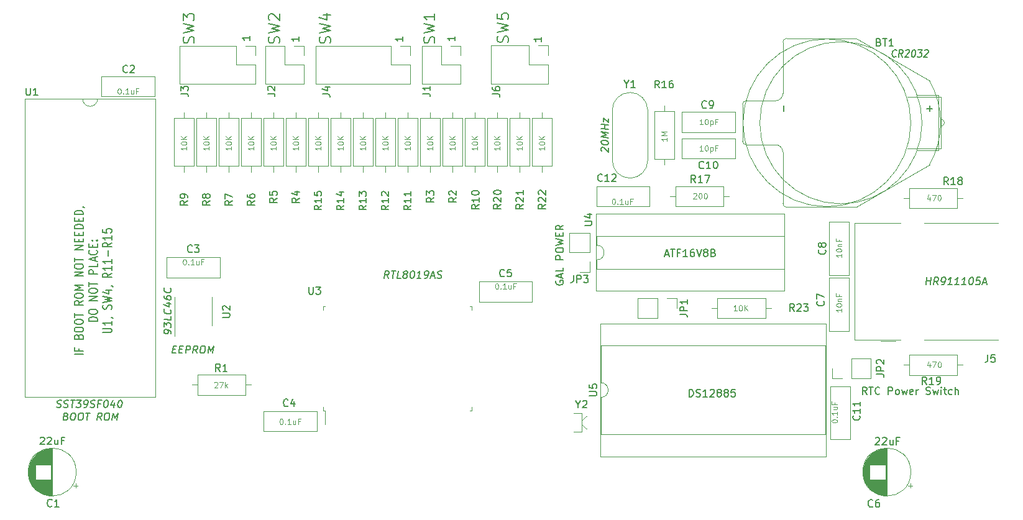
<source format=gto>
%TF.GenerationSoftware,KiCad,Pcbnew,9.0.7*%
%TF.CreationDate,2026-02-05T12:54:47+03:00*%
%TF.ProjectId,ISA8_Ethernet,49534138-5f45-4746-9865-726e65742e6b,1.0*%
%TF.SameCoordinates,Original*%
%TF.FileFunction,Legend,Top*%
%TF.FilePolarity,Positive*%
%FSLAX46Y46*%
G04 Gerber Fmt 4.6, Leading zero omitted, Abs format (unit mm)*
G04 Created by KiCad (PCBNEW 9.0.7) date 2026-02-05 12:54:47*
%MOMM*%
%LPD*%
G01*
G04 APERTURE LIST*
%ADD10C,0.150000*%
%ADD11C,0.100000*%
%ADD12C,0.120000*%
G04 APERTURE END LIST*
D10*
X144028438Y-94533600D02*
X143980819Y-94628838D01*
X143980819Y-94628838D02*
X143980819Y-94771695D01*
X143980819Y-94771695D02*
X144028438Y-94914552D01*
X144028438Y-94914552D02*
X144123676Y-95009790D01*
X144123676Y-95009790D02*
X144218914Y-95057409D01*
X144218914Y-95057409D02*
X144409390Y-95105028D01*
X144409390Y-95105028D02*
X144552247Y-95105028D01*
X144552247Y-95105028D02*
X144742723Y-95057409D01*
X144742723Y-95057409D02*
X144837961Y-95009790D01*
X144837961Y-95009790D02*
X144933200Y-94914552D01*
X144933200Y-94914552D02*
X144980819Y-94771695D01*
X144980819Y-94771695D02*
X144980819Y-94676457D01*
X144980819Y-94676457D02*
X144933200Y-94533600D01*
X144933200Y-94533600D02*
X144885580Y-94485981D01*
X144885580Y-94485981D02*
X144552247Y-94485981D01*
X144552247Y-94485981D02*
X144552247Y-94676457D01*
X144695104Y-94105028D02*
X144695104Y-93628838D01*
X144980819Y-94200266D02*
X143980819Y-93866933D01*
X143980819Y-93866933D02*
X144980819Y-93533600D01*
X144980819Y-92724076D02*
X144980819Y-93200266D01*
X144980819Y-93200266D02*
X143980819Y-93200266D01*
X144980819Y-91628837D02*
X143980819Y-91628837D01*
X143980819Y-91628837D02*
X143980819Y-91247885D01*
X143980819Y-91247885D02*
X144028438Y-91152647D01*
X144028438Y-91152647D02*
X144076057Y-91105028D01*
X144076057Y-91105028D02*
X144171295Y-91057409D01*
X144171295Y-91057409D02*
X144314152Y-91057409D01*
X144314152Y-91057409D02*
X144409390Y-91105028D01*
X144409390Y-91105028D02*
X144457009Y-91152647D01*
X144457009Y-91152647D02*
X144504628Y-91247885D01*
X144504628Y-91247885D02*
X144504628Y-91628837D01*
X143980819Y-90438361D02*
X143980819Y-90247885D01*
X143980819Y-90247885D02*
X144028438Y-90152647D01*
X144028438Y-90152647D02*
X144123676Y-90057409D01*
X144123676Y-90057409D02*
X144314152Y-90009790D01*
X144314152Y-90009790D02*
X144647485Y-90009790D01*
X144647485Y-90009790D02*
X144837961Y-90057409D01*
X144837961Y-90057409D02*
X144933200Y-90152647D01*
X144933200Y-90152647D02*
X144980819Y-90247885D01*
X144980819Y-90247885D02*
X144980819Y-90438361D01*
X144980819Y-90438361D02*
X144933200Y-90533599D01*
X144933200Y-90533599D02*
X144837961Y-90628837D01*
X144837961Y-90628837D02*
X144647485Y-90676456D01*
X144647485Y-90676456D02*
X144314152Y-90676456D01*
X144314152Y-90676456D02*
X144123676Y-90628837D01*
X144123676Y-90628837D02*
X144028438Y-90533599D01*
X144028438Y-90533599D02*
X143980819Y-90438361D01*
X143980819Y-89676456D02*
X144980819Y-89438361D01*
X144980819Y-89438361D02*
X144266533Y-89247885D01*
X144266533Y-89247885D02*
X144980819Y-89057409D01*
X144980819Y-89057409D02*
X143980819Y-88819314D01*
X144457009Y-88438361D02*
X144457009Y-88105028D01*
X144980819Y-87962171D02*
X144980819Y-88438361D01*
X144980819Y-88438361D02*
X143980819Y-88438361D01*
X143980819Y-88438361D02*
X143980819Y-87962171D01*
X144980819Y-86962171D02*
X144504628Y-87295504D01*
X144980819Y-87533599D02*
X143980819Y-87533599D01*
X143980819Y-87533599D02*
X143980819Y-87152647D01*
X143980819Y-87152647D02*
X144028438Y-87057409D01*
X144028438Y-87057409D02*
X144076057Y-87009790D01*
X144076057Y-87009790D02*
X144171295Y-86962171D01*
X144171295Y-86962171D02*
X144314152Y-86962171D01*
X144314152Y-86962171D02*
X144409390Y-87009790D01*
X144409390Y-87009790D02*
X144457009Y-87057409D01*
X144457009Y-87057409D02*
X144504628Y-87152647D01*
X144504628Y-87152647D02*
X144504628Y-87533599D01*
X137451800Y-62050401D02*
X137523228Y-61836116D01*
X137523228Y-61836116D02*
X137523228Y-61478973D01*
X137523228Y-61478973D02*
X137451800Y-61336116D01*
X137451800Y-61336116D02*
X137380371Y-61264687D01*
X137380371Y-61264687D02*
X137237514Y-61193258D01*
X137237514Y-61193258D02*
X137094657Y-61193258D01*
X137094657Y-61193258D02*
X136951800Y-61264687D01*
X136951800Y-61264687D02*
X136880371Y-61336116D01*
X136880371Y-61336116D02*
X136808942Y-61478973D01*
X136808942Y-61478973D02*
X136737514Y-61764687D01*
X136737514Y-61764687D02*
X136666085Y-61907544D01*
X136666085Y-61907544D02*
X136594657Y-61978973D01*
X136594657Y-61978973D02*
X136451800Y-62050401D01*
X136451800Y-62050401D02*
X136308942Y-62050401D01*
X136308942Y-62050401D02*
X136166085Y-61978973D01*
X136166085Y-61978973D02*
X136094657Y-61907544D01*
X136094657Y-61907544D02*
X136023228Y-61764687D01*
X136023228Y-61764687D02*
X136023228Y-61407544D01*
X136023228Y-61407544D02*
X136094657Y-61193258D01*
X136023228Y-60693259D02*
X137523228Y-60336116D01*
X137523228Y-60336116D02*
X136451800Y-60050402D01*
X136451800Y-60050402D02*
X137523228Y-59764687D01*
X137523228Y-59764687D02*
X136023228Y-59407545D01*
X136023228Y-58121830D02*
X136023228Y-58836116D01*
X136023228Y-58836116D02*
X136737514Y-58907544D01*
X136737514Y-58907544D02*
X136666085Y-58836116D01*
X136666085Y-58836116D02*
X136594657Y-58693259D01*
X136594657Y-58693259D02*
X136594657Y-58336116D01*
X136594657Y-58336116D02*
X136666085Y-58193259D01*
X136666085Y-58193259D02*
X136737514Y-58121830D01*
X136737514Y-58121830D02*
X136880371Y-58050401D01*
X136880371Y-58050401D02*
X137237514Y-58050401D01*
X137237514Y-58050401D02*
X137380371Y-58121830D01*
X137380371Y-58121830D02*
X137451800Y-58193259D01*
X137451800Y-58193259D02*
X137523228Y-58336116D01*
X137523228Y-58336116D02*
X137523228Y-58693259D01*
X137523228Y-58693259D02*
X137451800Y-58836116D01*
X137451800Y-58836116D02*
X137380371Y-58907544D01*
X91779019Y-103867809D02*
X92112352Y-103867809D01*
X92189733Y-104391619D02*
X91713542Y-104391619D01*
X91713542Y-104391619D02*
X91838542Y-103391619D01*
X91838542Y-103391619D02*
X92314733Y-103391619D01*
X92683781Y-103867809D02*
X93017114Y-103867809D01*
X93094495Y-104391619D02*
X92618304Y-104391619D01*
X92618304Y-104391619D02*
X92743304Y-103391619D01*
X92743304Y-103391619D02*
X93219495Y-103391619D01*
X93523066Y-104391619D02*
X93648066Y-103391619D01*
X93648066Y-103391619D02*
X94029019Y-103391619D01*
X94029019Y-103391619D02*
X94118304Y-103439238D01*
X94118304Y-103439238D02*
X94159971Y-103486857D01*
X94159971Y-103486857D02*
X94195685Y-103582095D01*
X94195685Y-103582095D02*
X94177828Y-103724952D01*
X94177828Y-103724952D02*
X94118304Y-103820190D01*
X94118304Y-103820190D02*
X94064733Y-103867809D01*
X94064733Y-103867809D02*
X93963543Y-103915428D01*
X93963543Y-103915428D02*
X93582590Y-103915428D01*
X95094495Y-104391619D02*
X94820685Y-103915428D01*
X94523066Y-104391619D02*
X94648066Y-103391619D01*
X94648066Y-103391619D02*
X95029019Y-103391619D01*
X95029019Y-103391619D02*
X95118304Y-103439238D01*
X95118304Y-103439238D02*
X95159971Y-103486857D01*
X95159971Y-103486857D02*
X95195685Y-103582095D01*
X95195685Y-103582095D02*
X95177828Y-103724952D01*
X95177828Y-103724952D02*
X95118304Y-103820190D01*
X95118304Y-103820190D02*
X95064733Y-103867809D01*
X95064733Y-103867809D02*
X94963543Y-103915428D01*
X94963543Y-103915428D02*
X94582590Y-103915428D01*
X95838543Y-103391619D02*
X96029019Y-103391619D01*
X96029019Y-103391619D02*
X96118304Y-103439238D01*
X96118304Y-103439238D02*
X96201638Y-103534476D01*
X96201638Y-103534476D02*
X96225447Y-103724952D01*
X96225447Y-103724952D02*
X96183781Y-104058285D01*
X96183781Y-104058285D02*
X96112352Y-104248761D01*
X96112352Y-104248761D02*
X96005209Y-104344000D01*
X96005209Y-104344000D02*
X95904019Y-104391619D01*
X95904019Y-104391619D02*
X95713543Y-104391619D01*
X95713543Y-104391619D02*
X95624257Y-104344000D01*
X95624257Y-104344000D02*
X95540924Y-104248761D01*
X95540924Y-104248761D02*
X95517114Y-104058285D01*
X95517114Y-104058285D02*
X95558781Y-103724952D01*
X95558781Y-103724952D02*
X95630209Y-103534476D01*
X95630209Y-103534476D02*
X95737352Y-103439238D01*
X95737352Y-103439238D02*
X95838543Y-103391619D01*
X96570685Y-104391619D02*
X96695685Y-103391619D01*
X96695685Y-103391619D02*
X96939733Y-104105904D01*
X96939733Y-104105904D02*
X97362352Y-103391619D01*
X97362352Y-103391619D02*
X97237352Y-104391619D01*
X108963619Y-61283885D02*
X108963619Y-61855313D01*
X108963619Y-61569599D02*
X107963619Y-61569599D01*
X107963619Y-61569599D02*
X108106476Y-61664837D01*
X108106476Y-61664837D02*
X108201714Y-61760075D01*
X108201714Y-61760075D02*
X108249333Y-61855313D01*
X162133352Y-110335219D02*
X162133352Y-109335219D01*
X162133352Y-109335219D02*
X162371447Y-109335219D01*
X162371447Y-109335219D02*
X162514304Y-109382838D01*
X162514304Y-109382838D02*
X162609542Y-109478076D01*
X162609542Y-109478076D02*
X162657161Y-109573314D01*
X162657161Y-109573314D02*
X162704780Y-109763790D01*
X162704780Y-109763790D02*
X162704780Y-109906647D01*
X162704780Y-109906647D02*
X162657161Y-110097123D01*
X162657161Y-110097123D02*
X162609542Y-110192361D01*
X162609542Y-110192361D02*
X162514304Y-110287600D01*
X162514304Y-110287600D02*
X162371447Y-110335219D01*
X162371447Y-110335219D02*
X162133352Y-110335219D01*
X163085733Y-110287600D02*
X163228590Y-110335219D01*
X163228590Y-110335219D02*
X163466685Y-110335219D01*
X163466685Y-110335219D02*
X163561923Y-110287600D01*
X163561923Y-110287600D02*
X163609542Y-110239980D01*
X163609542Y-110239980D02*
X163657161Y-110144742D01*
X163657161Y-110144742D02*
X163657161Y-110049504D01*
X163657161Y-110049504D02*
X163609542Y-109954266D01*
X163609542Y-109954266D02*
X163561923Y-109906647D01*
X163561923Y-109906647D02*
X163466685Y-109859028D01*
X163466685Y-109859028D02*
X163276209Y-109811409D01*
X163276209Y-109811409D02*
X163180971Y-109763790D01*
X163180971Y-109763790D02*
X163133352Y-109716171D01*
X163133352Y-109716171D02*
X163085733Y-109620933D01*
X163085733Y-109620933D02*
X163085733Y-109525695D01*
X163085733Y-109525695D02*
X163133352Y-109430457D01*
X163133352Y-109430457D02*
X163180971Y-109382838D01*
X163180971Y-109382838D02*
X163276209Y-109335219D01*
X163276209Y-109335219D02*
X163514304Y-109335219D01*
X163514304Y-109335219D02*
X163657161Y-109382838D01*
X164609542Y-110335219D02*
X164038114Y-110335219D01*
X164323828Y-110335219D02*
X164323828Y-109335219D01*
X164323828Y-109335219D02*
X164228590Y-109478076D01*
X164228590Y-109478076D02*
X164133352Y-109573314D01*
X164133352Y-109573314D02*
X164038114Y-109620933D01*
X164990495Y-109430457D02*
X165038114Y-109382838D01*
X165038114Y-109382838D02*
X165133352Y-109335219D01*
X165133352Y-109335219D02*
X165371447Y-109335219D01*
X165371447Y-109335219D02*
X165466685Y-109382838D01*
X165466685Y-109382838D02*
X165514304Y-109430457D01*
X165514304Y-109430457D02*
X165561923Y-109525695D01*
X165561923Y-109525695D02*
X165561923Y-109620933D01*
X165561923Y-109620933D02*
X165514304Y-109763790D01*
X165514304Y-109763790D02*
X164942876Y-110335219D01*
X164942876Y-110335219D02*
X165561923Y-110335219D01*
X166133352Y-109763790D02*
X166038114Y-109716171D01*
X166038114Y-109716171D02*
X165990495Y-109668552D01*
X165990495Y-109668552D02*
X165942876Y-109573314D01*
X165942876Y-109573314D02*
X165942876Y-109525695D01*
X165942876Y-109525695D02*
X165990495Y-109430457D01*
X165990495Y-109430457D02*
X166038114Y-109382838D01*
X166038114Y-109382838D02*
X166133352Y-109335219D01*
X166133352Y-109335219D02*
X166323828Y-109335219D01*
X166323828Y-109335219D02*
X166419066Y-109382838D01*
X166419066Y-109382838D02*
X166466685Y-109430457D01*
X166466685Y-109430457D02*
X166514304Y-109525695D01*
X166514304Y-109525695D02*
X166514304Y-109573314D01*
X166514304Y-109573314D02*
X166466685Y-109668552D01*
X166466685Y-109668552D02*
X166419066Y-109716171D01*
X166419066Y-109716171D02*
X166323828Y-109763790D01*
X166323828Y-109763790D02*
X166133352Y-109763790D01*
X166133352Y-109763790D02*
X166038114Y-109811409D01*
X166038114Y-109811409D02*
X165990495Y-109859028D01*
X165990495Y-109859028D02*
X165942876Y-109954266D01*
X165942876Y-109954266D02*
X165942876Y-110144742D01*
X165942876Y-110144742D02*
X165990495Y-110239980D01*
X165990495Y-110239980D02*
X166038114Y-110287600D01*
X166038114Y-110287600D02*
X166133352Y-110335219D01*
X166133352Y-110335219D02*
X166323828Y-110335219D01*
X166323828Y-110335219D02*
X166419066Y-110287600D01*
X166419066Y-110287600D02*
X166466685Y-110239980D01*
X166466685Y-110239980D02*
X166514304Y-110144742D01*
X166514304Y-110144742D02*
X166514304Y-109954266D01*
X166514304Y-109954266D02*
X166466685Y-109859028D01*
X166466685Y-109859028D02*
X166419066Y-109811409D01*
X166419066Y-109811409D02*
X166323828Y-109763790D01*
X167085733Y-109763790D02*
X166990495Y-109716171D01*
X166990495Y-109716171D02*
X166942876Y-109668552D01*
X166942876Y-109668552D02*
X166895257Y-109573314D01*
X166895257Y-109573314D02*
X166895257Y-109525695D01*
X166895257Y-109525695D02*
X166942876Y-109430457D01*
X166942876Y-109430457D02*
X166990495Y-109382838D01*
X166990495Y-109382838D02*
X167085733Y-109335219D01*
X167085733Y-109335219D02*
X167276209Y-109335219D01*
X167276209Y-109335219D02*
X167371447Y-109382838D01*
X167371447Y-109382838D02*
X167419066Y-109430457D01*
X167419066Y-109430457D02*
X167466685Y-109525695D01*
X167466685Y-109525695D02*
X167466685Y-109573314D01*
X167466685Y-109573314D02*
X167419066Y-109668552D01*
X167419066Y-109668552D02*
X167371447Y-109716171D01*
X167371447Y-109716171D02*
X167276209Y-109763790D01*
X167276209Y-109763790D02*
X167085733Y-109763790D01*
X167085733Y-109763790D02*
X166990495Y-109811409D01*
X166990495Y-109811409D02*
X166942876Y-109859028D01*
X166942876Y-109859028D02*
X166895257Y-109954266D01*
X166895257Y-109954266D02*
X166895257Y-110144742D01*
X166895257Y-110144742D02*
X166942876Y-110239980D01*
X166942876Y-110239980D02*
X166990495Y-110287600D01*
X166990495Y-110287600D02*
X167085733Y-110335219D01*
X167085733Y-110335219D02*
X167276209Y-110335219D01*
X167276209Y-110335219D02*
X167371447Y-110287600D01*
X167371447Y-110287600D02*
X167419066Y-110239980D01*
X167419066Y-110239980D02*
X167466685Y-110144742D01*
X167466685Y-110144742D02*
X167466685Y-109954266D01*
X167466685Y-109954266D02*
X167419066Y-109859028D01*
X167419066Y-109859028D02*
X167371447Y-109811409D01*
X167371447Y-109811409D02*
X167276209Y-109763790D01*
X168371447Y-109335219D02*
X167895257Y-109335219D01*
X167895257Y-109335219D02*
X167847638Y-109811409D01*
X167847638Y-109811409D02*
X167895257Y-109763790D01*
X167895257Y-109763790D02*
X167990495Y-109716171D01*
X167990495Y-109716171D02*
X168228590Y-109716171D01*
X168228590Y-109716171D02*
X168323828Y-109763790D01*
X168323828Y-109763790D02*
X168371447Y-109811409D01*
X168371447Y-109811409D02*
X168419066Y-109906647D01*
X168419066Y-109906647D02*
X168419066Y-110144742D01*
X168419066Y-110144742D02*
X168371447Y-110239980D01*
X168371447Y-110239980D02*
X168323828Y-110287600D01*
X168323828Y-110287600D02*
X168228590Y-110335219D01*
X168228590Y-110335219D02*
X167990495Y-110335219D01*
X167990495Y-110335219D02*
X167895257Y-110287600D01*
X167895257Y-110287600D02*
X167847638Y-110239980D01*
X77244190Y-113011809D02*
X77381095Y-113059428D01*
X77381095Y-113059428D02*
X77422761Y-113107047D01*
X77422761Y-113107047D02*
X77458476Y-113202285D01*
X77458476Y-113202285D02*
X77440618Y-113345142D01*
X77440618Y-113345142D02*
X77381095Y-113440380D01*
X77381095Y-113440380D02*
X77327523Y-113488000D01*
X77327523Y-113488000D02*
X77226333Y-113535619D01*
X77226333Y-113535619D02*
X76845380Y-113535619D01*
X76845380Y-113535619D02*
X76970380Y-112535619D01*
X76970380Y-112535619D02*
X77303714Y-112535619D01*
X77303714Y-112535619D02*
X77392999Y-112583238D01*
X77392999Y-112583238D02*
X77434666Y-112630857D01*
X77434666Y-112630857D02*
X77470380Y-112726095D01*
X77470380Y-112726095D02*
X77458476Y-112821333D01*
X77458476Y-112821333D02*
X77398952Y-112916571D01*
X77398952Y-112916571D02*
X77345380Y-112964190D01*
X77345380Y-112964190D02*
X77244190Y-113011809D01*
X77244190Y-113011809D02*
X76910857Y-113011809D01*
X78160857Y-112535619D02*
X78351333Y-112535619D01*
X78351333Y-112535619D02*
X78440618Y-112583238D01*
X78440618Y-112583238D02*
X78523952Y-112678476D01*
X78523952Y-112678476D02*
X78547761Y-112868952D01*
X78547761Y-112868952D02*
X78506095Y-113202285D01*
X78506095Y-113202285D02*
X78434666Y-113392761D01*
X78434666Y-113392761D02*
X78327523Y-113488000D01*
X78327523Y-113488000D02*
X78226333Y-113535619D01*
X78226333Y-113535619D02*
X78035857Y-113535619D01*
X78035857Y-113535619D02*
X77946571Y-113488000D01*
X77946571Y-113488000D02*
X77863238Y-113392761D01*
X77863238Y-113392761D02*
X77839428Y-113202285D01*
X77839428Y-113202285D02*
X77881095Y-112868952D01*
X77881095Y-112868952D02*
X77952523Y-112678476D01*
X77952523Y-112678476D02*
X78059666Y-112583238D01*
X78059666Y-112583238D02*
X78160857Y-112535619D01*
X79208476Y-112535619D02*
X79398952Y-112535619D01*
X79398952Y-112535619D02*
X79488237Y-112583238D01*
X79488237Y-112583238D02*
X79571571Y-112678476D01*
X79571571Y-112678476D02*
X79595380Y-112868952D01*
X79595380Y-112868952D02*
X79553714Y-113202285D01*
X79553714Y-113202285D02*
X79482285Y-113392761D01*
X79482285Y-113392761D02*
X79375142Y-113488000D01*
X79375142Y-113488000D02*
X79273952Y-113535619D01*
X79273952Y-113535619D02*
X79083476Y-113535619D01*
X79083476Y-113535619D02*
X78994190Y-113488000D01*
X78994190Y-113488000D02*
X78910857Y-113392761D01*
X78910857Y-113392761D02*
X78887047Y-113202285D01*
X78887047Y-113202285D02*
X78928714Y-112868952D01*
X78928714Y-112868952D02*
X79000142Y-112678476D01*
X79000142Y-112678476D02*
X79107285Y-112583238D01*
X79107285Y-112583238D02*
X79208476Y-112535619D01*
X79922761Y-112535619D02*
X80494190Y-112535619D01*
X80083476Y-113535619D02*
X80208476Y-112535619D01*
X82035857Y-113535619D02*
X81762047Y-113059428D01*
X81464428Y-113535619D02*
X81589428Y-112535619D01*
X81589428Y-112535619D02*
X81970381Y-112535619D01*
X81970381Y-112535619D02*
X82059666Y-112583238D01*
X82059666Y-112583238D02*
X82101333Y-112630857D01*
X82101333Y-112630857D02*
X82137047Y-112726095D01*
X82137047Y-112726095D02*
X82119190Y-112868952D01*
X82119190Y-112868952D02*
X82059666Y-112964190D01*
X82059666Y-112964190D02*
X82006095Y-113011809D01*
X82006095Y-113011809D02*
X81904905Y-113059428D01*
X81904905Y-113059428D02*
X81523952Y-113059428D01*
X82779905Y-112535619D02*
X82970381Y-112535619D01*
X82970381Y-112535619D02*
X83059666Y-112583238D01*
X83059666Y-112583238D02*
X83143000Y-112678476D01*
X83143000Y-112678476D02*
X83166809Y-112868952D01*
X83166809Y-112868952D02*
X83125143Y-113202285D01*
X83125143Y-113202285D02*
X83053714Y-113392761D01*
X83053714Y-113392761D02*
X82946571Y-113488000D01*
X82946571Y-113488000D02*
X82845381Y-113535619D01*
X82845381Y-113535619D02*
X82654905Y-113535619D01*
X82654905Y-113535619D02*
X82565619Y-113488000D01*
X82565619Y-113488000D02*
X82482286Y-113392761D01*
X82482286Y-113392761D02*
X82458476Y-113202285D01*
X82458476Y-113202285D02*
X82500143Y-112868952D01*
X82500143Y-112868952D02*
X82571571Y-112678476D01*
X82571571Y-112678476D02*
X82678714Y-112583238D01*
X82678714Y-112583238D02*
X82779905Y-112535619D01*
X83512047Y-113535619D02*
X83637047Y-112535619D01*
X83637047Y-112535619D02*
X83881095Y-113249904D01*
X83881095Y-113249904D02*
X84303714Y-112535619D01*
X84303714Y-112535619D02*
X84178714Y-113535619D01*
X79590609Y-104562609D02*
X78390609Y-104562609D01*
X78962038Y-103753086D02*
X78962038Y-104086419D01*
X79590609Y-104086419D02*
X78390609Y-104086419D01*
X78390609Y-104086419D02*
X78390609Y-103610229D01*
X78962038Y-102134038D02*
X79019181Y-101991181D01*
X79019181Y-101991181D02*
X79076324Y-101943562D01*
X79076324Y-101943562D02*
X79190609Y-101895943D01*
X79190609Y-101895943D02*
X79362038Y-101895943D01*
X79362038Y-101895943D02*
X79476324Y-101943562D01*
X79476324Y-101943562D02*
X79533467Y-101991181D01*
X79533467Y-101991181D02*
X79590609Y-102086419D01*
X79590609Y-102086419D02*
X79590609Y-102467371D01*
X79590609Y-102467371D02*
X78390609Y-102467371D01*
X78390609Y-102467371D02*
X78390609Y-102134038D01*
X78390609Y-102134038D02*
X78447752Y-102038800D01*
X78447752Y-102038800D02*
X78504895Y-101991181D01*
X78504895Y-101991181D02*
X78619181Y-101943562D01*
X78619181Y-101943562D02*
X78733467Y-101943562D01*
X78733467Y-101943562D02*
X78847752Y-101991181D01*
X78847752Y-101991181D02*
X78904895Y-102038800D01*
X78904895Y-102038800D02*
X78962038Y-102134038D01*
X78962038Y-102134038D02*
X78962038Y-102467371D01*
X78390609Y-101276895D02*
X78390609Y-101086419D01*
X78390609Y-101086419D02*
X78447752Y-100991181D01*
X78447752Y-100991181D02*
X78562038Y-100895943D01*
X78562038Y-100895943D02*
X78790609Y-100848324D01*
X78790609Y-100848324D02*
X79190609Y-100848324D01*
X79190609Y-100848324D02*
X79419181Y-100895943D01*
X79419181Y-100895943D02*
X79533467Y-100991181D01*
X79533467Y-100991181D02*
X79590609Y-101086419D01*
X79590609Y-101086419D02*
X79590609Y-101276895D01*
X79590609Y-101276895D02*
X79533467Y-101372133D01*
X79533467Y-101372133D02*
X79419181Y-101467371D01*
X79419181Y-101467371D02*
X79190609Y-101514990D01*
X79190609Y-101514990D02*
X78790609Y-101514990D01*
X78790609Y-101514990D02*
X78562038Y-101467371D01*
X78562038Y-101467371D02*
X78447752Y-101372133D01*
X78447752Y-101372133D02*
X78390609Y-101276895D01*
X78390609Y-100229276D02*
X78390609Y-100038800D01*
X78390609Y-100038800D02*
X78447752Y-99943562D01*
X78447752Y-99943562D02*
X78562038Y-99848324D01*
X78562038Y-99848324D02*
X78790609Y-99800705D01*
X78790609Y-99800705D02*
X79190609Y-99800705D01*
X79190609Y-99800705D02*
X79419181Y-99848324D01*
X79419181Y-99848324D02*
X79533467Y-99943562D01*
X79533467Y-99943562D02*
X79590609Y-100038800D01*
X79590609Y-100038800D02*
X79590609Y-100229276D01*
X79590609Y-100229276D02*
X79533467Y-100324514D01*
X79533467Y-100324514D02*
X79419181Y-100419752D01*
X79419181Y-100419752D02*
X79190609Y-100467371D01*
X79190609Y-100467371D02*
X78790609Y-100467371D01*
X78790609Y-100467371D02*
X78562038Y-100419752D01*
X78562038Y-100419752D02*
X78447752Y-100324514D01*
X78447752Y-100324514D02*
X78390609Y-100229276D01*
X78390609Y-99514990D02*
X78390609Y-98943562D01*
X79590609Y-99229276D02*
X78390609Y-99229276D01*
X79590609Y-97276895D02*
X79019181Y-97610228D01*
X79590609Y-97848323D02*
X78390609Y-97848323D01*
X78390609Y-97848323D02*
X78390609Y-97467371D01*
X78390609Y-97467371D02*
X78447752Y-97372133D01*
X78447752Y-97372133D02*
X78504895Y-97324514D01*
X78504895Y-97324514D02*
X78619181Y-97276895D01*
X78619181Y-97276895D02*
X78790609Y-97276895D01*
X78790609Y-97276895D02*
X78904895Y-97324514D01*
X78904895Y-97324514D02*
X78962038Y-97372133D01*
X78962038Y-97372133D02*
X79019181Y-97467371D01*
X79019181Y-97467371D02*
X79019181Y-97848323D01*
X78390609Y-96657847D02*
X78390609Y-96467371D01*
X78390609Y-96467371D02*
X78447752Y-96372133D01*
X78447752Y-96372133D02*
X78562038Y-96276895D01*
X78562038Y-96276895D02*
X78790609Y-96229276D01*
X78790609Y-96229276D02*
X79190609Y-96229276D01*
X79190609Y-96229276D02*
X79419181Y-96276895D01*
X79419181Y-96276895D02*
X79533467Y-96372133D01*
X79533467Y-96372133D02*
X79590609Y-96467371D01*
X79590609Y-96467371D02*
X79590609Y-96657847D01*
X79590609Y-96657847D02*
X79533467Y-96753085D01*
X79533467Y-96753085D02*
X79419181Y-96848323D01*
X79419181Y-96848323D02*
X79190609Y-96895942D01*
X79190609Y-96895942D02*
X78790609Y-96895942D01*
X78790609Y-96895942D02*
X78562038Y-96848323D01*
X78562038Y-96848323D02*
X78447752Y-96753085D01*
X78447752Y-96753085D02*
X78390609Y-96657847D01*
X79590609Y-95800704D02*
X78390609Y-95800704D01*
X78390609Y-95800704D02*
X79247752Y-95467371D01*
X79247752Y-95467371D02*
X78390609Y-95134038D01*
X78390609Y-95134038D02*
X79590609Y-95134038D01*
X79590609Y-93895942D02*
X78390609Y-93895942D01*
X78390609Y-93895942D02*
X79590609Y-93324514D01*
X79590609Y-93324514D02*
X78390609Y-93324514D01*
X78390609Y-92657847D02*
X78390609Y-92467371D01*
X78390609Y-92467371D02*
X78447752Y-92372133D01*
X78447752Y-92372133D02*
X78562038Y-92276895D01*
X78562038Y-92276895D02*
X78790609Y-92229276D01*
X78790609Y-92229276D02*
X79190609Y-92229276D01*
X79190609Y-92229276D02*
X79419181Y-92276895D01*
X79419181Y-92276895D02*
X79533467Y-92372133D01*
X79533467Y-92372133D02*
X79590609Y-92467371D01*
X79590609Y-92467371D02*
X79590609Y-92657847D01*
X79590609Y-92657847D02*
X79533467Y-92753085D01*
X79533467Y-92753085D02*
X79419181Y-92848323D01*
X79419181Y-92848323D02*
X79190609Y-92895942D01*
X79190609Y-92895942D02*
X78790609Y-92895942D01*
X78790609Y-92895942D02*
X78562038Y-92848323D01*
X78562038Y-92848323D02*
X78447752Y-92753085D01*
X78447752Y-92753085D02*
X78390609Y-92657847D01*
X78390609Y-91943561D02*
X78390609Y-91372133D01*
X79590609Y-91657847D02*
X78390609Y-91657847D01*
X79590609Y-90276894D02*
X78390609Y-90276894D01*
X78390609Y-90276894D02*
X79590609Y-89705466D01*
X79590609Y-89705466D02*
X78390609Y-89705466D01*
X78962038Y-89229275D02*
X78962038Y-88895942D01*
X79590609Y-88753085D02*
X79590609Y-89229275D01*
X79590609Y-89229275D02*
X78390609Y-89229275D01*
X78390609Y-89229275D02*
X78390609Y-88753085D01*
X78962038Y-88324513D02*
X78962038Y-87991180D01*
X79590609Y-87848323D02*
X79590609Y-88324513D01*
X79590609Y-88324513D02*
X78390609Y-88324513D01*
X78390609Y-88324513D02*
X78390609Y-87848323D01*
X79590609Y-87419751D02*
X78390609Y-87419751D01*
X78390609Y-87419751D02*
X78390609Y-87181656D01*
X78390609Y-87181656D02*
X78447752Y-87038799D01*
X78447752Y-87038799D02*
X78562038Y-86943561D01*
X78562038Y-86943561D02*
X78676324Y-86895942D01*
X78676324Y-86895942D02*
X78904895Y-86848323D01*
X78904895Y-86848323D02*
X79076324Y-86848323D01*
X79076324Y-86848323D02*
X79304895Y-86895942D01*
X79304895Y-86895942D02*
X79419181Y-86943561D01*
X79419181Y-86943561D02*
X79533467Y-87038799D01*
X79533467Y-87038799D02*
X79590609Y-87181656D01*
X79590609Y-87181656D02*
X79590609Y-87419751D01*
X78962038Y-86419751D02*
X78962038Y-86086418D01*
X79590609Y-85943561D02*
X79590609Y-86419751D01*
X79590609Y-86419751D02*
X78390609Y-86419751D01*
X78390609Y-86419751D02*
X78390609Y-85943561D01*
X79590609Y-85514989D02*
X78390609Y-85514989D01*
X78390609Y-85514989D02*
X78390609Y-85276894D01*
X78390609Y-85276894D02*
X78447752Y-85134037D01*
X78447752Y-85134037D02*
X78562038Y-85038799D01*
X78562038Y-85038799D02*
X78676324Y-84991180D01*
X78676324Y-84991180D02*
X78904895Y-84943561D01*
X78904895Y-84943561D02*
X79076324Y-84943561D01*
X79076324Y-84943561D02*
X79304895Y-84991180D01*
X79304895Y-84991180D02*
X79419181Y-85038799D01*
X79419181Y-85038799D02*
X79533467Y-85134037D01*
X79533467Y-85134037D02*
X79590609Y-85276894D01*
X79590609Y-85276894D02*
X79590609Y-85514989D01*
X79533467Y-84467370D02*
X79590609Y-84467370D01*
X79590609Y-84467370D02*
X79704895Y-84514989D01*
X79704895Y-84514989D02*
X79762038Y-84562608D01*
X81522542Y-100038799D02*
X80322542Y-100038799D01*
X80322542Y-100038799D02*
X80322542Y-99800704D01*
X80322542Y-99800704D02*
X80379685Y-99657847D01*
X80379685Y-99657847D02*
X80493971Y-99562609D01*
X80493971Y-99562609D02*
X80608257Y-99514990D01*
X80608257Y-99514990D02*
X80836828Y-99467371D01*
X80836828Y-99467371D02*
X81008257Y-99467371D01*
X81008257Y-99467371D02*
X81236828Y-99514990D01*
X81236828Y-99514990D02*
X81351114Y-99562609D01*
X81351114Y-99562609D02*
X81465400Y-99657847D01*
X81465400Y-99657847D02*
X81522542Y-99800704D01*
X81522542Y-99800704D02*
X81522542Y-100038799D01*
X80322542Y-98848323D02*
X80322542Y-98657847D01*
X80322542Y-98657847D02*
X80379685Y-98562609D01*
X80379685Y-98562609D02*
X80493971Y-98467371D01*
X80493971Y-98467371D02*
X80722542Y-98419752D01*
X80722542Y-98419752D02*
X81122542Y-98419752D01*
X81122542Y-98419752D02*
X81351114Y-98467371D01*
X81351114Y-98467371D02*
X81465400Y-98562609D01*
X81465400Y-98562609D02*
X81522542Y-98657847D01*
X81522542Y-98657847D02*
X81522542Y-98848323D01*
X81522542Y-98848323D02*
X81465400Y-98943561D01*
X81465400Y-98943561D02*
X81351114Y-99038799D01*
X81351114Y-99038799D02*
X81122542Y-99086418D01*
X81122542Y-99086418D02*
X80722542Y-99086418D01*
X80722542Y-99086418D02*
X80493971Y-99038799D01*
X80493971Y-99038799D02*
X80379685Y-98943561D01*
X80379685Y-98943561D02*
X80322542Y-98848323D01*
X81522542Y-97229275D02*
X80322542Y-97229275D01*
X80322542Y-97229275D02*
X81522542Y-96657847D01*
X81522542Y-96657847D02*
X80322542Y-96657847D01*
X80322542Y-95991180D02*
X80322542Y-95800704D01*
X80322542Y-95800704D02*
X80379685Y-95705466D01*
X80379685Y-95705466D02*
X80493971Y-95610228D01*
X80493971Y-95610228D02*
X80722542Y-95562609D01*
X80722542Y-95562609D02*
X81122542Y-95562609D01*
X81122542Y-95562609D02*
X81351114Y-95610228D01*
X81351114Y-95610228D02*
X81465400Y-95705466D01*
X81465400Y-95705466D02*
X81522542Y-95800704D01*
X81522542Y-95800704D02*
X81522542Y-95991180D01*
X81522542Y-95991180D02*
X81465400Y-96086418D01*
X81465400Y-96086418D02*
X81351114Y-96181656D01*
X81351114Y-96181656D02*
X81122542Y-96229275D01*
X81122542Y-96229275D02*
X80722542Y-96229275D01*
X80722542Y-96229275D02*
X80493971Y-96181656D01*
X80493971Y-96181656D02*
X80379685Y-96086418D01*
X80379685Y-96086418D02*
X80322542Y-95991180D01*
X80322542Y-95276894D02*
X80322542Y-94705466D01*
X81522542Y-94991180D02*
X80322542Y-94991180D01*
X81522542Y-93610227D02*
X80322542Y-93610227D01*
X80322542Y-93610227D02*
X80322542Y-93229275D01*
X80322542Y-93229275D02*
X80379685Y-93134037D01*
X80379685Y-93134037D02*
X80436828Y-93086418D01*
X80436828Y-93086418D02*
X80551114Y-93038799D01*
X80551114Y-93038799D02*
X80722542Y-93038799D01*
X80722542Y-93038799D02*
X80836828Y-93086418D01*
X80836828Y-93086418D02*
X80893971Y-93134037D01*
X80893971Y-93134037D02*
X80951114Y-93229275D01*
X80951114Y-93229275D02*
X80951114Y-93610227D01*
X81522542Y-92134037D02*
X81522542Y-92610227D01*
X81522542Y-92610227D02*
X80322542Y-92610227D01*
X81179685Y-91848322D02*
X81179685Y-91372132D01*
X81522542Y-91943560D02*
X80322542Y-91610227D01*
X80322542Y-91610227D02*
X81522542Y-91276894D01*
X81408257Y-90372132D02*
X81465400Y-90419751D01*
X81465400Y-90419751D02*
X81522542Y-90562608D01*
X81522542Y-90562608D02*
X81522542Y-90657846D01*
X81522542Y-90657846D02*
X81465400Y-90800703D01*
X81465400Y-90800703D02*
X81351114Y-90895941D01*
X81351114Y-90895941D02*
X81236828Y-90943560D01*
X81236828Y-90943560D02*
X81008257Y-90991179D01*
X81008257Y-90991179D02*
X80836828Y-90991179D01*
X80836828Y-90991179D02*
X80608257Y-90943560D01*
X80608257Y-90943560D02*
X80493971Y-90895941D01*
X80493971Y-90895941D02*
X80379685Y-90800703D01*
X80379685Y-90800703D02*
X80322542Y-90657846D01*
X80322542Y-90657846D02*
X80322542Y-90562608D01*
X80322542Y-90562608D02*
X80379685Y-90419751D01*
X80379685Y-90419751D02*
X80436828Y-90372132D01*
X80893971Y-89943560D02*
X80893971Y-89610227D01*
X81522542Y-89467370D02*
X81522542Y-89943560D01*
X81522542Y-89943560D02*
X80322542Y-89943560D01*
X80322542Y-89943560D02*
X80322542Y-89467370D01*
X81408257Y-89038798D02*
X81465400Y-88991179D01*
X81465400Y-88991179D02*
X81522542Y-89038798D01*
X81522542Y-89038798D02*
X81465400Y-89086417D01*
X81465400Y-89086417D02*
X81408257Y-89038798D01*
X81408257Y-89038798D02*
X81522542Y-89038798D01*
X80779685Y-89038798D02*
X80836828Y-88991179D01*
X80836828Y-88991179D02*
X80893971Y-89038798D01*
X80893971Y-89038798D02*
X80836828Y-89086417D01*
X80836828Y-89086417D02*
X80779685Y-89038798D01*
X80779685Y-89038798D02*
X80893971Y-89038798D01*
X82254475Y-101586418D02*
X83225904Y-101586418D01*
X83225904Y-101586418D02*
X83340190Y-101538799D01*
X83340190Y-101538799D02*
X83397333Y-101491180D01*
X83397333Y-101491180D02*
X83454475Y-101395942D01*
X83454475Y-101395942D02*
X83454475Y-101205466D01*
X83454475Y-101205466D02*
X83397333Y-101110228D01*
X83397333Y-101110228D02*
X83340190Y-101062609D01*
X83340190Y-101062609D02*
X83225904Y-101014990D01*
X83225904Y-101014990D02*
X82254475Y-101014990D01*
X83454475Y-100014990D02*
X83454475Y-100586418D01*
X83454475Y-100300704D02*
X82254475Y-100300704D01*
X82254475Y-100300704D02*
X82425904Y-100395942D01*
X82425904Y-100395942D02*
X82540190Y-100491180D01*
X82540190Y-100491180D02*
X82597333Y-100586418D01*
X83397333Y-99538799D02*
X83454475Y-99538799D01*
X83454475Y-99538799D02*
X83568761Y-99586418D01*
X83568761Y-99586418D02*
X83625904Y-99634037D01*
X83397333Y-98395942D02*
X83454475Y-98253085D01*
X83454475Y-98253085D02*
X83454475Y-98014990D01*
X83454475Y-98014990D02*
X83397333Y-97919752D01*
X83397333Y-97919752D02*
X83340190Y-97872133D01*
X83340190Y-97872133D02*
X83225904Y-97824514D01*
X83225904Y-97824514D02*
X83111618Y-97824514D01*
X83111618Y-97824514D02*
X82997333Y-97872133D01*
X82997333Y-97872133D02*
X82940190Y-97919752D01*
X82940190Y-97919752D02*
X82883047Y-98014990D01*
X82883047Y-98014990D02*
X82825904Y-98205466D01*
X82825904Y-98205466D02*
X82768761Y-98300704D01*
X82768761Y-98300704D02*
X82711618Y-98348323D01*
X82711618Y-98348323D02*
X82597333Y-98395942D01*
X82597333Y-98395942D02*
X82483047Y-98395942D01*
X82483047Y-98395942D02*
X82368761Y-98348323D01*
X82368761Y-98348323D02*
X82311618Y-98300704D01*
X82311618Y-98300704D02*
X82254475Y-98205466D01*
X82254475Y-98205466D02*
X82254475Y-97967371D01*
X82254475Y-97967371D02*
X82311618Y-97824514D01*
X82254475Y-97491180D02*
X83454475Y-97253085D01*
X83454475Y-97253085D02*
X82597333Y-97062609D01*
X82597333Y-97062609D02*
X83454475Y-96872133D01*
X83454475Y-96872133D02*
X82254475Y-96634038D01*
X82654475Y-95824514D02*
X83454475Y-95824514D01*
X82197333Y-96062609D02*
X83054475Y-96300704D01*
X83054475Y-96300704D02*
X83054475Y-95681657D01*
X83397333Y-95253085D02*
X83454475Y-95253085D01*
X83454475Y-95253085D02*
X83568761Y-95300704D01*
X83568761Y-95300704D02*
X83625904Y-95348323D01*
X83454475Y-93491181D02*
X82883047Y-93824514D01*
X83454475Y-94062609D02*
X82254475Y-94062609D01*
X82254475Y-94062609D02*
X82254475Y-93681657D01*
X82254475Y-93681657D02*
X82311618Y-93586419D01*
X82311618Y-93586419D02*
X82368761Y-93538800D01*
X82368761Y-93538800D02*
X82483047Y-93491181D01*
X82483047Y-93491181D02*
X82654475Y-93491181D01*
X82654475Y-93491181D02*
X82768761Y-93538800D01*
X82768761Y-93538800D02*
X82825904Y-93586419D01*
X82825904Y-93586419D02*
X82883047Y-93681657D01*
X82883047Y-93681657D02*
X82883047Y-94062609D01*
X83454475Y-92538800D02*
X83454475Y-93110228D01*
X83454475Y-92824514D02*
X82254475Y-92824514D01*
X82254475Y-92824514D02*
X82425904Y-92919752D01*
X82425904Y-92919752D02*
X82540190Y-93014990D01*
X82540190Y-93014990D02*
X82597333Y-93110228D01*
X83454475Y-91586419D02*
X83454475Y-92157847D01*
X83454475Y-91872133D02*
X82254475Y-91872133D01*
X82254475Y-91872133D02*
X82425904Y-91967371D01*
X82425904Y-91967371D02*
X82540190Y-92062609D01*
X82540190Y-92062609D02*
X82597333Y-92157847D01*
X82997333Y-91157847D02*
X82997333Y-90395943D01*
X83454475Y-89348324D02*
X82883047Y-89681657D01*
X83454475Y-89919752D02*
X82254475Y-89919752D01*
X82254475Y-89919752D02*
X82254475Y-89538800D01*
X82254475Y-89538800D02*
X82311618Y-89443562D01*
X82311618Y-89443562D02*
X82368761Y-89395943D01*
X82368761Y-89395943D02*
X82483047Y-89348324D01*
X82483047Y-89348324D02*
X82654475Y-89348324D01*
X82654475Y-89348324D02*
X82768761Y-89395943D01*
X82768761Y-89395943D02*
X82825904Y-89443562D01*
X82825904Y-89443562D02*
X82883047Y-89538800D01*
X82883047Y-89538800D02*
X82883047Y-89919752D01*
X83454475Y-88395943D02*
X83454475Y-88967371D01*
X83454475Y-88681657D02*
X82254475Y-88681657D01*
X82254475Y-88681657D02*
X82425904Y-88776895D01*
X82425904Y-88776895D02*
X82540190Y-88872133D01*
X82540190Y-88872133D02*
X82597333Y-88967371D01*
X82254475Y-87491181D02*
X82254475Y-87967371D01*
X82254475Y-87967371D02*
X82825904Y-88014990D01*
X82825904Y-88014990D02*
X82768761Y-87967371D01*
X82768761Y-87967371D02*
X82711618Y-87872133D01*
X82711618Y-87872133D02*
X82711618Y-87634038D01*
X82711618Y-87634038D02*
X82768761Y-87538800D01*
X82768761Y-87538800D02*
X82825904Y-87491181D01*
X82825904Y-87491181D02*
X82940190Y-87443562D01*
X82940190Y-87443562D02*
X83225904Y-87443562D01*
X83225904Y-87443562D02*
X83340190Y-87491181D01*
X83340190Y-87491181D02*
X83397333Y-87538800D01*
X83397333Y-87538800D02*
X83454475Y-87634038D01*
X83454475Y-87634038D02*
X83454475Y-87872133D01*
X83454475Y-87872133D02*
X83397333Y-87967371D01*
X83397333Y-87967371D02*
X83340190Y-88014990D01*
X123136819Y-61283885D02*
X123136819Y-61855313D01*
X123136819Y-61569599D02*
X122136819Y-61569599D01*
X122136819Y-61569599D02*
X122279676Y-61664837D01*
X122279676Y-61664837D02*
X122374914Y-61760075D01*
X122374914Y-61760075D02*
X122422533Y-61855313D01*
X106264800Y-62150401D02*
X106336228Y-61936116D01*
X106336228Y-61936116D02*
X106336228Y-61578973D01*
X106336228Y-61578973D02*
X106264800Y-61436116D01*
X106264800Y-61436116D02*
X106193371Y-61364687D01*
X106193371Y-61364687D02*
X106050514Y-61293258D01*
X106050514Y-61293258D02*
X105907657Y-61293258D01*
X105907657Y-61293258D02*
X105764800Y-61364687D01*
X105764800Y-61364687D02*
X105693371Y-61436116D01*
X105693371Y-61436116D02*
X105621942Y-61578973D01*
X105621942Y-61578973D02*
X105550514Y-61864687D01*
X105550514Y-61864687D02*
X105479085Y-62007544D01*
X105479085Y-62007544D02*
X105407657Y-62078973D01*
X105407657Y-62078973D02*
X105264800Y-62150401D01*
X105264800Y-62150401D02*
X105121942Y-62150401D01*
X105121942Y-62150401D02*
X104979085Y-62078973D01*
X104979085Y-62078973D02*
X104907657Y-62007544D01*
X104907657Y-62007544D02*
X104836228Y-61864687D01*
X104836228Y-61864687D02*
X104836228Y-61507544D01*
X104836228Y-61507544D02*
X104907657Y-61293258D01*
X104836228Y-60793259D02*
X106336228Y-60436116D01*
X106336228Y-60436116D02*
X105264800Y-60150402D01*
X105264800Y-60150402D02*
X106336228Y-59864687D01*
X106336228Y-59864687D02*
X104836228Y-59507545D01*
X104979085Y-59007544D02*
X104907657Y-58936116D01*
X104907657Y-58936116D02*
X104836228Y-58793259D01*
X104836228Y-58793259D02*
X104836228Y-58436116D01*
X104836228Y-58436116D02*
X104907657Y-58293259D01*
X104907657Y-58293259D02*
X104979085Y-58221830D01*
X104979085Y-58221830D02*
X105121942Y-58150401D01*
X105121942Y-58150401D02*
X105264800Y-58150401D01*
X105264800Y-58150401D02*
X105479085Y-58221830D01*
X105479085Y-58221830D02*
X106336228Y-59078973D01*
X106336228Y-59078973D02*
X106336228Y-58150401D01*
X141983619Y-61334685D02*
X141983619Y-61906113D01*
X141983619Y-61620399D02*
X140983619Y-61620399D01*
X140983619Y-61620399D02*
X141126476Y-61715637D01*
X141126476Y-61715637D02*
X141221714Y-61810875D01*
X141221714Y-61810875D02*
X141269333Y-61906113D01*
X130198019Y-61233085D02*
X130198019Y-61804513D01*
X130198019Y-61518799D02*
X129198019Y-61518799D01*
X129198019Y-61518799D02*
X129340876Y-61614037D01*
X129340876Y-61614037D02*
X129436114Y-61709275D01*
X129436114Y-61709275D02*
X129483733Y-61804513D01*
X158850438Y-90948704D02*
X159326628Y-90948704D01*
X158755200Y-91234419D02*
X159088533Y-90234419D01*
X159088533Y-90234419D02*
X159421866Y-91234419D01*
X159612343Y-90234419D02*
X160183771Y-90234419D01*
X159898057Y-91234419D02*
X159898057Y-90234419D01*
X160850438Y-90710609D02*
X160517105Y-90710609D01*
X160517105Y-91234419D02*
X160517105Y-90234419D01*
X160517105Y-90234419D02*
X160993295Y-90234419D01*
X161898057Y-91234419D02*
X161326629Y-91234419D01*
X161612343Y-91234419D02*
X161612343Y-90234419D01*
X161612343Y-90234419D02*
X161517105Y-90377276D01*
X161517105Y-90377276D02*
X161421867Y-90472514D01*
X161421867Y-90472514D02*
X161326629Y-90520133D01*
X162755200Y-90234419D02*
X162564724Y-90234419D01*
X162564724Y-90234419D02*
X162469486Y-90282038D01*
X162469486Y-90282038D02*
X162421867Y-90329657D01*
X162421867Y-90329657D02*
X162326629Y-90472514D01*
X162326629Y-90472514D02*
X162279010Y-90662990D01*
X162279010Y-90662990D02*
X162279010Y-91043942D01*
X162279010Y-91043942D02*
X162326629Y-91139180D01*
X162326629Y-91139180D02*
X162374248Y-91186800D01*
X162374248Y-91186800D02*
X162469486Y-91234419D01*
X162469486Y-91234419D02*
X162659962Y-91234419D01*
X162659962Y-91234419D02*
X162755200Y-91186800D01*
X162755200Y-91186800D02*
X162802819Y-91139180D01*
X162802819Y-91139180D02*
X162850438Y-91043942D01*
X162850438Y-91043942D02*
X162850438Y-90805847D01*
X162850438Y-90805847D02*
X162802819Y-90710609D01*
X162802819Y-90710609D02*
X162755200Y-90662990D01*
X162755200Y-90662990D02*
X162659962Y-90615371D01*
X162659962Y-90615371D02*
X162469486Y-90615371D01*
X162469486Y-90615371D02*
X162374248Y-90662990D01*
X162374248Y-90662990D02*
X162326629Y-90710609D01*
X162326629Y-90710609D02*
X162279010Y-90805847D01*
X163136153Y-90234419D02*
X163469486Y-91234419D01*
X163469486Y-91234419D02*
X163802819Y-90234419D01*
X164279010Y-90662990D02*
X164183772Y-90615371D01*
X164183772Y-90615371D02*
X164136153Y-90567752D01*
X164136153Y-90567752D02*
X164088534Y-90472514D01*
X164088534Y-90472514D02*
X164088534Y-90424895D01*
X164088534Y-90424895D02*
X164136153Y-90329657D01*
X164136153Y-90329657D02*
X164183772Y-90282038D01*
X164183772Y-90282038D02*
X164279010Y-90234419D01*
X164279010Y-90234419D02*
X164469486Y-90234419D01*
X164469486Y-90234419D02*
X164564724Y-90282038D01*
X164564724Y-90282038D02*
X164612343Y-90329657D01*
X164612343Y-90329657D02*
X164659962Y-90424895D01*
X164659962Y-90424895D02*
X164659962Y-90472514D01*
X164659962Y-90472514D02*
X164612343Y-90567752D01*
X164612343Y-90567752D02*
X164564724Y-90615371D01*
X164564724Y-90615371D02*
X164469486Y-90662990D01*
X164469486Y-90662990D02*
X164279010Y-90662990D01*
X164279010Y-90662990D02*
X164183772Y-90710609D01*
X164183772Y-90710609D02*
X164136153Y-90758228D01*
X164136153Y-90758228D02*
X164088534Y-90853466D01*
X164088534Y-90853466D02*
X164088534Y-91043942D01*
X164088534Y-91043942D02*
X164136153Y-91139180D01*
X164136153Y-91139180D02*
X164183772Y-91186800D01*
X164183772Y-91186800D02*
X164279010Y-91234419D01*
X164279010Y-91234419D02*
X164469486Y-91234419D01*
X164469486Y-91234419D02*
X164564724Y-91186800D01*
X164564724Y-91186800D02*
X164612343Y-91139180D01*
X164612343Y-91139180D02*
X164659962Y-91043942D01*
X164659962Y-91043942D02*
X164659962Y-90853466D01*
X164659962Y-90853466D02*
X164612343Y-90758228D01*
X164612343Y-90758228D02*
X164564724Y-90710609D01*
X164564724Y-90710609D02*
X164469486Y-90662990D01*
X165421867Y-90710609D02*
X165564724Y-90758228D01*
X165564724Y-90758228D02*
X165612343Y-90805847D01*
X165612343Y-90805847D02*
X165659962Y-90901085D01*
X165659962Y-90901085D02*
X165659962Y-91043942D01*
X165659962Y-91043942D02*
X165612343Y-91139180D01*
X165612343Y-91139180D02*
X165564724Y-91186800D01*
X165564724Y-91186800D02*
X165469486Y-91234419D01*
X165469486Y-91234419D02*
X165088534Y-91234419D01*
X165088534Y-91234419D02*
X165088534Y-90234419D01*
X165088534Y-90234419D02*
X165421867Y-90234419D01*
X165421867Y-90234419D02*
X165517105Y-90282038D01*
X165517105Y-90282038D02*
X165564724Y-90329657D01*
X165564724Y-90329657D02*
X165612343Y-90424895D01*
X165612343Y-90424895D02*
X165612343Y-90520133D01*
X165612343Y-90520133D02*
X165564724Y-90615371D01*
X165564724Y-90615371D02*
X165517105Y-90662990D01*
X165517105Y-90662990D02*
X165421867Y-90710609D01*
X165421867Y-90710609D02*
X165088534Y-90710609D01*
X113224400Y-62150401D02*
X113295828Y-61936116D01*
X113295828Y-61936116D02*
X113295828Y-61578973D01*
X113295828Y-61578973D02*
X113224400Y-61436116D01*
X113224400Y-61436116D02*
X113152971Y-61364687D01*
X113152971Y-61364687D02*
X113010114Y-61293258D01*
X113010114Y-61293258D02*
X112867257Y-61293258D01*
X112867257Y-61293258D02*
X112724400Y-61364687D01*
X112724400Y-61364687D02*
X112652971Y-61436116D01*
X112652971Y-61436116D02*
X112581542Y-61578973D01*
X112581542Y-61578973D02*
X112510114Y-61864687D01*
X112510114Y-61864687D02*
X112438685Y-62007544D01*
X112438685Y-62007544D02*
X112367257Y-62078973D01*
X112367257Y-62078973D02*
X112224400Y-62150401D01*
X112224400Y-62150401D02*
X112081542Y-62150401D01*
X112081542Y-62150401D02*
X111938685Y-62078973D01*
X111938685Y-62078973D02*
X111867257Y-62007544D01*
X111867257Y-62007544D02*
X111795828Y-61864687D01*
X111795828Y-61864687D02*
X111795828Y-61507544D01*
X111795828Y-61507544D02*
X111867257Y-61293258D01*
X111795828Y-60793259D02*
X113295828Y-60436116D01*
X113295828Y-60436116D02*
X112224400Y-60150402D01*
X112224400Y-60150402D02*
X113295828Y-59864687D01*
X113295828Y-59864687D02*
X111795828Y-59507545D01*
X112295828Y-58293259D02*
X113295828Y-58293259D01*
X111724400Y-58650401D02*
X112795828Y-59007544D01*
X112795828Y-59007544D02*
X112795828Y-58078973D01*
X94631600Y-62150401D02*
X94703028Y-61936116D01*
X94703028Y-61936116D02*
X94703028Y-61578973D01*
X94703028Y-61578973D02*
X94631600Y-61436116D01*
X94631600Y-61436116D02*
X94560171Y-61364687D01*
X94560171Y-61364687D02*
X94417314Y-61293258D01*
X94417314Y-61293258D02*
X94274457Y-61293258D01*
X94274457Y-61293258D02*
X94131600Y-61364687D01*
X94131600Y-61364687D02*
X94060171Y-61436116D01*
X94060171Y-61436116D02*
X93988742Y-61578973D01*
X93988742Y-61578973D02*
X93917314Y-61864687D01*
X93917314Y-61864687D02*
X93845885Y-62007544D01*
X93845885Y-62007544D02*
X93774457Y-62078973D01*
X93774457Y-62078973D02*
X93631600Y-62150401D01*
X93631600Y-62150401D02*
X93488742Y-62150401D01*
X93488742Y-62150401D02*
X93345885Y-62078973D01*
X93345885Y-62078973D02*
X93274457Y-62007544D01*
X93274457Y-62007544D02*
X93203028Y-61864687D01*
X93203028Y-61864687D02*
X93203028Y-61507544D01*
X93203028Y-61507544D02*
X93274457Y-61293258D01*
X93203028Y-60793259D02*
X94703028Y-60436116D01*
X94703028Y-60436116D02*
X93631600Y-60150402D01*
X93631600Y-60150402D02*
X94703028Y-59864687D01*
X94703028Y-59864687D02*
X93203028Y-59507545D01*
X93203028Y-59078973D02*
X93203028Y-58150401D01*
X93203028Y-58150401D02*
X93774457Y-58650401D01*
X93774457Y-58650401D02*
X93774457Y-58436116D01*
X93774457Y-58436116D02*
X93845885Y-58293259D01*
X93845885Y-58293259D02*
X93917314Y-58221830D01*
X93917314Y-58221830D02*
X94060171Y-58150401D01*
X94060171Y-58150401D02*
X94417314Y-58150401D01*
X94417314Y-58150401D02*
X94560171Y-58221830D01*
X94560171Y-58221830D02*
X94631600Y-58293259D01*
X94631600Y-58293259D02*
X94703028Y-58436116D01*
X94703028Y-58436116D02*
X94703028Y-58864687D01*
X94703028Y-58864687D02*
X94631600Y-59007544D01*
X94631600Y-59007544D02*
X94560171Y-59078973D01*
X127397600Y-62150401D02*
X127469028Y-61936116D01*
X127469028Y-61936116D02*
X127469028Y-61578973D01*
X127469028Y-61578973D02*
X127397600Y-61436116D01*
X127397600Y-61436116D02*
X127326171Y-61364687D01*
X127326171Y-61364687D02*
X127183314Y-61293258D01*
X127183314Y-61293258D02*
X127040457Y-61293258D01*
X127040457Y-61293258D02*
X126897600Y-61364687D01*
X126897600Y-61364687D02*
X126826171Y-61436116D01*
X126826171Y-61436116D02*
X126754742Y-61578973D01*
X126754742Y-61578973D02*
X126683314Y-61864687D01*
X126683314Y-61864687D02*
X126611885Y-62007544D01*
X126611885Y-62007544D02*
X126540457Y-62078973D01*
X126540457Y-62078973D02*
X126397600Y-62150401D01*
X126397600Y-62150401D02*
X126254742Y-62150401D01*
X126254742Y-62150401D02*
X126111885Y-62078973D01*
X126111885Y-62078973D02*
X126040457Y-62007544D01*
X126040457Y-62007544D02*
X125969028Y-61864687D01*
X125969028Y-61864687D02*
X125969028Y-61507544D01*
X125969028Y-61507544D02*
X126040457Y-61293258D01*
X125969028Y-60793259D02*
X127469028Y-60436116D01*
X127469028Y-60436116D02*
X126397600Y-60150402D01*
X126397600Y-60150402D02*
X127469028Y-59864687D01*
X127469028Y-59864687D02*
X125969028Y-59507545D01*
X127469028Y-58150401D02*
X127469028Y-59007544D01*
X127469028Y-58578973D02*
X125969028Y-58578973D01*
X125969028Y-58578973D02*
X126183314Y-58721830D01*
X126183314Y-58721830D02*
X126326171Y-58864687D01*
X126326171Y-58864687D02*
X126397600Y-59007544D01*
X186325618Y-110030419D02*
X185992285Y-109554228D01*
X185754190Y-110030419D02*
X185754190Y-109030419D01*
X185754190Y-109030419D02*
X186135142Y-109030419D01*
X186135142Y-109030419D02*
X186230380Y-109078038D01*
X186230380Y-109078038D02*
X186277999Y-109125657D01*
X186277999Y-109125657D02*
X186325618Y-109220895D01*
X186325618Y-109220895D02*
X186325618Y-109363752D01*
X186325618Y-109363752D02*
X186277999Y-109458990D01*
X186277999Y-109458990D02*
X186230380Y-109506609D01*
X186230380Y-109506609D02*
X186135142Y-109554228D01*
X186135142Y-109554228D02*
X185754190Y-109554228D01*
X186611333Y-109030419D02*
X187182761Y-109030419D01*
X186897047Y-110030419D02*
X186897047Y-109030419D01*
X188087523Y-109935180D02*
X188039904Y-109982800D01*
X188039904Y-109982800D02*
X187897047Y-110030419D01*
X187897047Y-110030419D02*
X187801809Y-110030419D01*
X187801809Y-110030419D02*
X187658952Y-109982800D01*
X187658952Y-109982800D02*
X187563714Y-109887561D01*
X187563714Y-109887561D02*
X187516095Y-109792323D01*
X187516095Y-109792323D02*
X187468476Y-109601847D01*
X187468476Y-109601847D02*
X187468476Y-109458990D01*
X187468476Y-109458990D02*
X187516095Y-109268514D01*
X187516095Y-109268514D02*
X187563714Y-109173276D01*
X187563714Y-109173276D02*
X187658952Y-109078038D01*
X187658952Y-109078038D02*
X187801809Y-109030419D01*
X187801809Y-109030419D02*
X187897047Y-109030419D01*
X187897047Y-109030419D02*
X188039904Y-109078038D01*
X188039904Y-109078038D02*
X188087523Y-109125657D01*
X189278000Y-110030419D02*
X189278000Y-109030419D01*
X189278000Y-109030419D02*
X189658952Y-109030419D01*
X189658952Y-109030419D02*
X189754190Y-109078038D01*
X189754190Y-109078038D02*
X189801809Y-109125657D01*
X189801809Y-109125657D02*
X189849428Y-109220895D01*
X189849428Y-109220895D02*
X189849428Y-109363752D01*
X189849428Y-109363752D02*
X189801809Y-109458990D01*
X189801809Y-109458990D02*
X189754190Y-109506609D01*
X189754190Y-109506609D02*
X189658952Y-109554228D01*
X189658952Y-109554228D02*
X189278000Y-109554228D01*
X190420857Y-110030419D02*
X190325619Y-109982800D01*
X190325619Y-109982800D02*
X190278000Y-109935180D01*
X190278000Y-109935180D02*
X190230381Y-109839942D01*
X190230381Y-109839942D02*
X190230381Y-109554228D01*
X190230381Y-109554228D02*
X190278000Y-109458990D01*
X190278000Y-109458990D02*
X190325619Y-109411371D01*
X190325619Y-109411371D02*
X190420857Y-109363752D01*
X190420857Y-109363752D02*
X190563714Y-109363752D01*
X190563714Y-109363752D02*
X190658952Y-109411371D01*
X190658952Y-109411371D02*
X190706571Y-109458990D01*
X190706571Y-109458990D02*
X190754190Y-109554228D01*
X190754190Y-109554228D02*
X190754190Y-109839942D01*
X190754190Y-109839942D02*
X190706571Y-109935180D01*
X190706571Y-109935180D02*
X190658952Y-109982800D01*
X190658952Y-109982800D02*
X190563714Y-110030419D01*
X190563714Y-110030419D02*
X190420857Y-110030419D01*
X191087524Y-109363752D02*
X191278000Y-110030419D01*
X191278000Y-110030419D02*
X191468476Y-109554228D01*
X191468476Y-109554228D02*
X191658952Y-110030419D01*
X191658952Y-110030419D02*
X191849428Y-109363752D01*
X192611333Y-109982800D02*
X192516095Y-110030419D01*
X192516095Y-110030419D02*
X192325619Y-110030419D01*
X192325619Y-110030419D02*
X192230381Y-109982800D01*
X192230381Y-109982800D02*
X192182762Y-109887561D01*
X192182762Y-109887561D02*
X192182762Y-109506609D01*
X192182762Y-109506609D02*
X192230381Y-109411371D01*
X192230381Y-109411371D02*
X192325619Y-109363752D01*
X192325619Y-109363752D02*
X192516095Y-109363752D01*
X192516095Y-109363752D02*
X192611333Y-109411371D01*
X192611333Y-109411371D02*
X192658952Y-109506609D01*
X192658952Y-109506609D02*
X192658952Y-109601847D01*
X192658952Y-109601847D02*
X192182762Y-109697085D01*
X193087524Y-110030419D02*
X193087524Y-109363752D01*
X193087524Y-109554228D02*
X193135143Y-109458990D01*
X193135143Y-109458990D02*
X193182762Y-109411371D01*
X193182762Y-109411371D02*
X193278000Y-109363752D01*
X193278000Y-109363752D02*
X193373238Y-109363752D01*
X194420858Y-109982800D02*
X194563715Y-110030419D01*
X194563715Y-110030419D02*
X194801810Y-110030419D01*
X194801810Y-110030419D02*
X194897048Y-109982800D01*
X194897048Y-109982800D02*
X194944667Y-109935180D01*
X194944667Y-109935180D02*
X194992286Y-109839942D01*
X194992286Y-109839942D02*
X194992286Y-109744704D01*
X194992286Y-109744704D02*
X194944667Y-109649466D01*
X194944667Y-109649466D02*
X194897048Y-109601847D01*
X194897048Y-109601847D02*
X194801810Y-109554228D01*
X194801810Y-109554228D02*
X194611334Y-109506609D01*
X194611334Y-109506609D02*
X194516096Y-109458990D01*
X194516096Y-109458990D02*
X194468477Y-109411371D01*
X194468477Y-109411371D02*
X194420858Y-109316133D01*
X194420858Y-109316133D02*
X194420858Y-109220895D01*
X194420858Y-109220895D02*
X194468477Y-109125657D01*
X194468477Y-109125657D02*
X194516096Y-109078038D01*
X194516096Y-109078038D02*
X194611334Y-109030419D01*
X194611334Y-109030419D02*
X194849429Y-109030419D01*
X194849429Y-109030419D02*
X194992286Y-109078038D01*
X195325620Y-109363752D02*
X195516096Y-110030419D01*
X195516096Y-110030419D02*
X195706572Y-109554228D01*
X195706572Y-109554228D02*
X195897048Y-110030419D01*
X195897048Y-110030419D02*
X196087524Y-109363752D01*
X196468477Y-110030419D02*
X196468477Y-109363752D01*
X196468477Y-109030419D02*
X196420858Y-109078038D01*
X196420858Y-109078038D02*
X196468477Y-109125657D01*
X196468477Y-109125657D02*
X196516096Y-109078038D01*
X196516096Y-109078038D02*
X196468477Y-109030419D01*
X196468477Y-109030419D02*
X196468477Y-109125657D01*
X196801810Y-109363752D02*
X197182762Y-109363752D01*
X196944667Y-109030419D02*
X196944667Y-109887561D01*
X196944667Y-109887561D02*
X196992286Y-109982800D01*
X196992286Y-109982800D02*
X197087524Y-110030419D01*
X197087524Y-110030419D02*
X197182762Y-110030419D01*
X197944667Y-109982800D02*
X197849429Y-110030419D01*
X197849429Y-110030419D02*
X197658953Y-110030419D01*
X197658953Y-110030419D02*
X197563715Y-109982800D01*
X197563715Y-109982800D02*
X197516096Y-109935180D01*
X197516096Y-109935180D02*
X197468477Y-109839942D01*
X197468477Y-109839942D02*
X197468477Y-109554228D01*
X197468477Y-109554228D02*
X197516096Y-109458990D01*
X197516096Y-109458990D02*
X197563715Y-109411371D01*
X197563715Y-109411371D02*
X197658953Y-109363752D01*
X197658953Y-109363752D02*
X197849429Y-109363752D01*
X197849429Y-109363752D02*
X197944667Y-109411371D01*
X198373239Y-110030419D02*
X198373239Y-109030419D01*
X198801810Y-110030419D02*
X198801810Y-109506609D01*
X198801810Y-109506609D02*
X198754191Y-109411371D01*
X198754191Y-109411371D02*
X198658953Y-109363752D01*
X198658953Y-109363752D02*
X198516096Y-109363752D01*
X198516096Y-109363752D02*
X198420858Y-109411371D01*
X198420858Y-109411371D02*
X198373239Y-109458990D01*
X102258019Y-61182285D02*
X102258019Y-61753713D01*
X102258019Y-61467999D02*
X101258019Y-61467999D01*
X101258019Y-61467999D02*
X101400876Y-61563237D01*
X101400876Y-61563237D02*
X101496114Y-61658475D01*
X101496114Y-61658475D02*
X101543733Y-61753713D01*
X153600209Y-67695028D02*
X153600209Y-68171219D01*
X153266876Y-67171219D02*
X153600209Y-67695028D01*
X153600209Y-67695028D02*
X153933542Y-67171219D01*
X154790685Y-68171219D02*
X154219257Y-68171219D01*
X154504971Y-68171219D02*
X154504971Y-67171219D01*
X154504971Y-67171219D02*
X154409733Y-67314076D01*
X154409733Y-67314076D02*
X154314495Y-67409314D01*
X154314495Y-67409314D02*
X154219257Y-67456933D01*
X150222857Y-76881561D02*
X150175238Y-76827990D01*
X150175238Y-76827990D02*
X150127619Y-76726800D01*
X150127619Y-76726800D02*
X150127619Y-76488704D01*
X150127619Y-76488704D02*
X150175238Y-76399419D01*
X150175238Y-76399419D02*
X150222857Y-76357752D01*
X150222857Y-76357752D02*
X150318095Y-76322038D01*
X150318095Y-76322038D02*
X150413333Y-76333942D01*
X150413333Y-76333942D02*
X150556190Y-76399419D01*
X150556190Y-76399419D02*
X151127619Y-77042276D01*
X151127619Y-77042276D02*
X151127619Y-76423228D01*
X150127619Y-75679180D02*
X150127619Y-75583942D01*
X150127619Y-75583942D02*
X150175238Y-75494657D01*
X150175238Y-75494657D02*
X150222857Y-75452990D01*
X150222857Y-75452990D02*
X150318095Y-75417276D01*
X150318095Y-75417276D02*
X150508571Y-75393466D01*
X150508571Y-75393466D02*
X150746666Y-75423228D01*
X150746666Y-75423228D02*
X150937142Y-75494657D01*
X150937142Y-75494657D02*
X151032380Y-75554180D01*
X151032380Y-75554180D02*
X151080000Y-75607752D01*
X151080000Y-75607752D02*
X151127619Y-75708942D01*
X151127619Y-75708942D02*
X151127619Y-75804180D01*
X151127619Y-75804180D02*
X151080000Y-75893466D01*
X151080000Y-75893466D02*
X151032380Y-75935133D01*
X151032380Y-75935133D02*
X150937142Y-75970847D01*
X150937142Y-75970847D02*
X150746666Y-75994657D01*
X150746666Y-75994657D02*
X150508571Y-75964895D01*
X150508571Y-75964895D02*
X150318095Y-75893466D01*
X150318095Y-75893466D02*
X150222857Y-75833942D01*
X150222857Y-75833942D02*
X150175238Y-75780371D01*
X150175238Y-75780371D02*
X150127619Y-75679180D01*
X151127619Y-75042276D02*
X150127619Y-74917276D01*
X150127619Y-74917276D02*
X150841904Y-74673228D01*
X150841904Y-74673228D02*
X150127619Y-74250609D01*
X150127619Y-74250609D02*
X151127619Y-74375609D01*
X151127619Y-73899419D02*
X150127619Y-73774419D01*
X150603809Y-73833942D02*
X150603809Y-73262514D01*
X151127619Y-73327990D02*
X150127619Y-73202990D01*
X150460952Y-72863704D02*
X150460952Y-72339895D01*
X150460952Y-72339895D02*
X151127619Y-72947038D01*
X151127619Y-72947038D02*
X151127619Y-72423228D01*
X71818595Y-68250719D02*
X71818595Y-69060242D01*
X71818595Y-69060242D02*
X71866214Y-69155480D01*
X71866214Y-69155480D02*
X71913833Y-69203100D01*
X71913833Y-69203100D02*
X72009071Y-69250719D01*
X72009071Y-69250719D02*
X72199547Y-69250719D01*
X72199547Y-69250719D02*
X72294785Y-69203100D01*
X72294785Y-69203100D02*
X72342404Y-69155480D01*
X72342404Y-69155480D02*
X72390023Y-69060242D01*
X72390023Y-69060242D02*
X72390023Y-68250719D01*
X73390023Y-69250719D02*
X72818595Y-69250719D01*
X73104309Y-69250719D02*
X73104309Y-68250719D01*
X73104309Y-68250719D02*
X73009071Y-68393576D01*
X73009071Y-68393576D02*
X72913833Y-68488814D01*
X72913833Y-68488814D02*
X72818595Y-68536433D01*
X75963228Y-111757400D02*
X76100132Y-111805019D01*
X76100132Y-111805019D02*
X76338228Y-111805019D01*
X76338228Y-111805019D02*
X76439418Y-111757400D01*
X76439418Y-111757400D02*
X76492990Y-111709780D01*
X76492990Y-111709780D02*
X76552513Y-111614542D01*
X76552513Y-111614542D02*
X76564418Y-111519304D01*
X76564418Y-111519304D02*
X76528704Y-111424066D01*
X76528704Y-111424066D02*
X76487037Y-111376447D01*
X76487037Y-111376447D02*
X76397752Y-111328828D01*
X76397752Y-111328828D02*
X76213228Y-111281209D01*
X76213228Y-111281209D02*
X76123942Y-111233590D01*
X76123942Y-111233590D02*
X76082275Y-111185971D01*
X76082275Y-111185971D02*
X76046561Y-111090733D01*
X76046561Y-111090733D02*
X76058466Y-110995495D01*
X76058466Y-110995495D02*
X76117990Y-110900257D01*
X76117990Y-110900257D02*
X76171561Y-110852638D01*
X76171561Y-110852638D02*
X76272752Y-110805019D01*
X76272752Y-110805019D02*
X76510847Y-110805019D01*
X76510847Y-110805019D02*
X76647752Y-110852638D01*
X76915609Y-111757400D02*
X77052513Y-111805019D01*
X77052513Y-111805019D02*
X77290609Y-111805019D01*
X77290609Y-111805019D02*
X77391799Y-111757400D01*
X77391799Y-111757400D02*
X77445371Y-111709780D01*
X77445371Y-111709780D02*
X77504894Y-111614542D01*
X77504894Y-111614542D02*
X77516799Y-111519304D01*
X77516799Y-111519304D02*
X77481085Y-111424066D01*
X77481085Y-111424066D02*
X77439418Y-111376447D01*
X77439418Y-111376447D02*
X77350133Y-111328828D01*
X77350133Y-111328828D02*
X77165609Y-111281209D01*
X77165609Y-111281209D02*
X77076323Y-111233590D01*
X77076323Y-111233590D02*
X77034656Y-111185971D01*
X77034656Y-111185971D02*
X76998942Y-111090733D01*
X76998942Y-111090733D02*
X77010847Y-110995495D01*
X77010847Y-110995495D02*
X77070371Y-110900257D01*
X77070371Y-110900257D02*
X77123942Y-110852638D01*
X77123942Y-110852638D02*
X77225133Y-110805019D01*
X77225133Y-110805019D02*
X77463228Y-110805019D01*
X77463228Y-110805019D02*
X77600133Y-110852638D01*
X77891799Y-110805019D02*
X78463228Y-110805019D01*
X78052514Y-111805019D02*
X78177514Y-110805019D01*
X78701323Y-110805019D02*
X79320371Y-110805019D01*
X79320371Y-110805019D02*
X78939419Y-111185971D01*
X78939419Y-111185971D02*
X79082276Y-111185971D01*
X79082276Y-111185971D02*
X79171561Y-111233590D01*
X79171561Y-111233590D02*
X79213228Y-111281209D01*
X79213228Y-111281209D02*
X79248942Y-111376447D01*
X79248942Y-111376447D02*
X79219180Y-111614542D01*
X79219180Y-111614542D02*
X79159657Y-111709780D01*
X79159657Y-111709780D02*
X79106085Y-111757400D01*
X79106085Y-111757400D02*
X79004895Y-111805019D01*
X79004895Y-111805019D02*
X78719180Y-111805019D01*
X78719180Y-111805019D02*
X78629895Y-111757400D01*
X78629895Y-111757400D02*
X78588228Y-111709780D01*
X79671561Y-111805019D02*
X79862038Y-111805019D01*
X79862038Y-111805019D02*
X79963228Y-111757400D01*
X79963228Y-111757400D02*
X80016800Y-111709780D01*
X80016800Y-111709780D02*
X80129895Y-111566923D01*
X80129895Y-111566923D02*
X80201323Y-111376447D01*
X80201323Y-111376447D02*
X80248942Y-110995495D01*
X80248942Y-110995495D02*
X80213228Y-110900257D01*
X80213228Y-110900257D02*
X80171561Y-110852638D01*
X80171561Y-110852638D02*
X80082276Y-110805019D01*
X80082276Y-110805019D02*
X79891800Y-110805019D01*
X79891800Y-110805019D02*
X79790609Y-110852638D01*
X79790609Y-110852638D02*
X79737038Y-110900257D01*
X79737038Y-110900257D02*
X79677514Y-110995495D01*
X79677514Y-110995495D02*
X79647752Y-111233590D01*
X79647752Y-111233590D02*
X79683466Y-111328828D01*
X79683466Y-111328828D02*
X79725133Y-111376447D01*
X79725133Y-111376447D02*
X79814419Y-111424066D01*
X79814419Y-111424066D02*
X80004895Y-111424066D01*
X80004895Y-111424066D02*
X80106085Y-111376447D01*
X80106085Y-111376447D02*
X80159657Y-111328828D01*
X80159657Y-111328828D02*
X80219180Y-111233590D01*
X80534657Y-111757400D02*
X80671561Y-111805019D01*
X80671561Y-111805019D02*
X80909657Y-111805019D01*
X80909657Y-111805019D02*
X81010847Y-111757400D01*
X81010847Y-111757400D02*
X81064419Y-111709780D01*
X81064419Y-111709780D02*
X81123942Y-111614542D01*
X81123942Y-111614542D02*
X81135847Y-111519304D01*
X81135847Y-111519304D02*
X81100133Y-111424066D01*
X81100133Y-111424066D02*
X81058466Y-111376447D01*
X81058466Y-111376447D02*
X80969181Y-111328828D01*
X80969181Y-111328828D02*
X80784657Y-111281209D01*
X80784657Y-111281209D02*
X80695371Y-111233590D01*
X80695371Y-111233590D02*
X80653704Y-111185971D01*
X80653704Y-111185971D02*
X80617990Y-111090733D01*
X80617990Y-111090733D02*
X80629895Y-110995495D01*
X80629895Y-110995495D02*
X80689419Y-110900257D01*
X80689419Y-110900257D02*
X80742990Y-110852638D01*
X80742990Y-110852638D02*
X80844181Y-110805019D01*
X80844181Y-110805019D02*
X81082276Y-110805019D01*
X81082276Y-110805019D02*
X81219181Y-110852638D01*
X81927514Y-111281209D02*
X81594181Y-111281209D01*
X81528704Y-111805019D02*
X81653704Y-110805019D01*
X81653704Y-110805019D02*
X82129895Y-110805019D01*
X82701324Y-110805019D02*
X82796562Y-110805019D01*
X82796562Y-110805019D02*
X82885847Y-110852638D01*
X82885847Y-110852638D02*
X82927514Y-110900257D01*
X82927514Y-110900257D02*
X82963228Y-110995495D01*
X82963228Y-110995495D02*
X82987038Y-111185971D01*
X82987038Y-111185971D02*
X82957276Y-111424066D01*
X82957276Y-111424066D02*
X82885847Y-111614542D01*
X82885847Y-111614542D02*
X82826324Y-111709780D01*
X82826324Y-111709780D02*
X82772752Y-111757400D01*
X82772752Y-111757400D02*
X82671562Y-111805019D01*
X82671562Y-111805019D02*
X82576324Y-111805019D01*
X82576324Y-111805019D02*
X82487038Y-111757400D01*
X82487038Y-111757400D02*
X82445371Y-111709780D01*
X82445371Y-111709780D02*
X82409657Y-111614542D01*
X82409657Y-111614542D02*
X82385847Y-111424066D01*
X82385847Y-111424066D02*
X82415609Y-111185971D01*
X82415609Y-111185971D02*
X82487038Y-110995495D01*
X82487038Y-110995495D02*
X82546562Y-110900257D01*
X82546562Y-110900257D02*
X82600133Y-110852638D01*
X82600133Y-110852638D02*
X82701324Y-110805019D01*
X83850133Y-111138352D02*
X83766800Y-111805019D01*
X83659657Y-110757400D02*
X83332276Y-111471685D01*
X83332276Y-111471685D02*
X83951324Y-111471685D01*
X84606086Y-110805019D02*
X84701324Y-110805019D01*
X84701324Y-110805019D02*
X84790609Y-110852638D01*
X84790609Y-110852638D02*
X84832276Y-110900257D01*
X84832276Y-110900257D02*
X84867990Y-110995495D01*
X84867990Y-110995495D02*
X84891800Y-111185971D01*
X84891800Y-111185971D02*
X84862038Y-111424066D01*
X84862038Y-111424066D02*
X84790609Y-111614542D01*
X84790609Y-111614542D02*
X84731086Y-111709780D01*
X84731086Y-111709780D02*
X84677514Y-111757400D01*
X84677514Y-111757400D02*
X84576324Y-111805019D01*
X84576324Y-111805019D02*
X84481086Y-111805019D01*
X84481086Y-111805019D02*
X84391800Y-111757400D01*
X84391800Y-111757400D02*
X84350133Y-111709780D01*
X84350133Y-111709780D02*
X84314419Y-111614542D01*
X84314419Y-111614542D02*
X84290609Y-111424066D01*
X84290609Y-111424066D02*
X84320371Y-111185971D01*
X84320371Y-111185971D02*
X84391800Y-110995495D01*
X84391800Y-110995495D02*
X84451324Y-110900257D01*
X84451324Y-110900257D02*
X84504895Y-110852638D01*
X84504895Y-110852638D02*
X84606086Y-110805019D01*
X98567219Y-99506904D02*
X99376742Y-99506904D01*
X99376742Y-99506904D02*
X99471980Y-99459285D01*
X99471980Y-99459285D02*
X99519600Y-99411666D01*
X99519600Y-99411666D02*
X99567219Y-99316428D01*
X99567219Y-99316428D02*
X99567219Y-99125952D01*
X99567219Y-99125952D02*
X99519600Y-99030714D01*
X99519600Y-99030714D02*
X99471980Y-98983095D01*
X99471980Y-98983095D02*
X99376742Y-98935476D01*
X99376742Y-98935476D02*
X98567219Y-98935476D01*
X98662457Y-98506904D02*
X98614838Y-98459285D01*
X98614838Y-98459285D02*
X98567219Y-98364047D01*
X98567219Y-98364047D02*
X98567219Y-98125952D01*
X98567219Y-98125952D02*
X98614838Y-98030714D01*
X98614838Y-98030714D02*
X98662457Y-97983095D01*
X98662457Y-97983095D02*
X98757695Y-97935476D01*
X98757695Y-97935476D02*
X98852933Y-97935476D01*
X98852933Y-97935476D02*
X98995790Y-97983095D01*
X98995790Y-97983095D02*
X99567219Y-98554523D01*
X99567219Y-98554523D02*
X99567219Y-97935476D01*
X91574419Y-101733362D02*
X91574419Y-101542885D01*
X91574419Y-101542885D02*
X91526800Y-101441695D01*
X91526800Y-101441695D02*
X91479180Y-101388124D01*
X91479180Y-101388124D02*
X91336323Y-101275028D01*
X91336323Y-101275028D02*
X91145847Y-101203600D01*
X91145847Y-101203600D02*
X90764895Y-101155981D01*
X90764895Y-101155981D02*
X90669657Y-101191695D01*
X90669657Y-101191695D02*
X90622038Y-101233362D01*
X90622038Y-101233362D02*
X90574419Y-101322647D01*
X90574419Y-101322647D02*
X90574419Y-101513124D01*
X90574419Y-101513124D02*
X90622038Y-101614314D01*
X90622038Y-101614314D02*
X90669657Y-101667885D01*
X90669657Y-101667885D02*
X90764895Y-101727409D01*
X90764895Y-101727409D02*
X91002990Y-101757171D01*
X91002990Y-101757171D02*
X91098228Y-101721457D01*
X91098228Y-101721457D02*
X91145847Y-101679790D01*
X91145847Y-101679790D02*
X91193466Y-101590504D01*
X91193466Y-101590504D02*
X91193466Y-101400028D01*
X91193466Y-101400028D02*
X91145847Y-101298838D01*
X91145847Y-101298838D02*
X91098228Y-101245266D01*
X91098228Y-101245266D02*
X91002990Y-101185743D01*
X90574419Y-100798838D02*
X90574419Y-100179790D01*
X90574419Y-100179790D02*
X90955371Y-100560743D01*
X90955371Y-100560743D02*
X90955371Y-100417885D01*
X90955371Y-100417885D02*
X91002990Y-100328600D01*
X91002990Y-100328600D02*
X91050609Y-100286933D01*
X91050609Y-100286933D02*
X91145847Y-100251219D01*
X91145847Y-100251219D02*
X91383942Y-100280981D01*
X91383942Y-100280981D02*
X91479180Y-100340504D01*
X91479180Y-100340504D02*
X91526800Y-100394076D01*
X91526800Y-100394076D02*
X91574419Y-100495266D01*
X91574419Y-100495266D02*
X91574419Y-100780981D01*
X91574419Y-100780981D02*
X91526800Y-100870266D01*
X91526800Y-100870266D02*
X91479180Y-100911933D01*
X91574419Y-99400028D02*
X91574419Y-99876219D01*
X91574419Y-99876219D02*
X90574419Y-99751219D01*
X91479180Y-98483361D02*
X91526800Y-98536933D01*
X91526800Y-98536933D02*
X91574419Y-98685742D01*
X91574419Y-98685742D02*
X91574419Y-98780980D01*
X91574419Y-98780980D02*
X91526800Y-98917885D01*
X91526800Y-98917885D02*
X91431561Y-99001218D01*
X91431561Y-99001218D02*
X91336323Y-99036933D01*
X91336323Y-99036933D02*
X91145847Y-99060742D01*
X91145847Y-99060742D02*
X91002990Y-99042885D01*
X91002990Y-99042885D02*
X90812514Y-98971457D01*
X90812514Y-98971457D02*
X90717276Y-98911933D01*
X90717276Y-98911933D02*
X90622038Y-98804790D01*
X90622038Y-98804790D02*
X90574419Y-98655980D01*
X90574419Y-98655980D02*
X90574419Y-98560742D01*
X90574419Y-98560742D02*
X90622038Y-98423838D01*
X90622038Y-98423838D02*
X90669657Y-98382171D01*
X90907752Y-97554790D02*
X91574419Y-97638123D01*
X90526800Y-97745266D02*
X91241085Y-98072647D01*
X91241085Y-98072647D02*
X91241085Y-97453599D01*
X90574419Y-96560742D02*
X90574419Y-96751218D01*
X90574419Y-96751218D02*
X90622038Y-96852409D01*
X90622038Y-96852409D02*
X90669657Y-96905980D01*
X90669657Y-96905980D02*
X90812514Y-97019076D01*
X90812514Y-97019076D02*
X91002990Y-97090504D01*
X91002990Y-97090504D02*
X91383942Y-97138123D01*
X91383942Y-97138123D02*
X91479180Y-97102409D01*
X91479180Y-97102409D02*
X91526800Y-97060742D01*
X91526800Y-97060742D02*
X91574419Y-96971457D01*
X91574419Y-96971457D02*
X91574419Y-96780980D01*
X91574419Y-96780980D02*
X91526800Y-96679790D01*
X91526800Y-96679790D02*
X91479180Y-96626218D01*
X91479180Y-96626218D02*
X91383942Y-96566695D01*
X91383942Y-96566695D02*
X91145847Y-96536933D01*
X91145847Y-96536933D02*
X91050609Y-96572647D01*
X91050609Y-96572647D02*
X91002990Y-96614314D01*
X91002990Y-96614314D02*
X90955371Y-96703599D01*
X90955371Y-96703599D02*
X90955371Y-96894076D01*
X90955371Y-96894076D02*
X91002990Y-96995266D01*
X91002990Y-96995266D02*
X91050609Y-97048837D01*
X91050609Y-97048837D02*
X91145847Y-97108361D01*
X91479180Y-95578599D02*
X91526800Y-95632171D01*
X91526800Y-95632171D02*
X91574419Y-95780980D01*
X91574419Y-95780980D02*
X91574419Y-95876218D01*
X91574419Y-95876218D02*
X91526800Y-96013123D01*
X91526800Y-96013123D02*
X91431561Y-96096456D01*
X91431561Y-96096456D02*
X91336323Y-96132171D01*
X91336323Y-96132171D02*
X91145847Y-96155980D01*
X91145847Y-96155980D02*
X91002990Y-96138123D01*
X91002990Y-96138123D02*
X90812514Y-96066695D01*
X90812514Y-96066695D02*
X90717276Y-96007171D01*
X90717276Y-96007171D02*
X90622038Y-95900028D01*
X90622038Y-95900028D02*
X90574419Y-95751218D01*
X90574419Y-95751218D02*
X90574419Y-95655980D01*
X90574419Y-95655980D02*
X90622038Y-95519076D01*
X90622038Y-95519076D02*
X90669657Y-95477409D01*
X136954733Y-93879980D02*
X136907114Y-93927600D01*
X136907114Y-93927600D02*
X136764257Y-93975219D01*
X136764257Y-93975219D02*
X136669019Y-93975219D01*
X136669019Y-93975219D02*
X136526162Y-93927600D01*
X136526162Y-93927600D02*
X136430924Y-93832361D01*
X136430924Y-93832361D02*
X136383305Y-93737123D01*
X136383305Y-93737123D02*
X136335686Y-93546647D01*
X136335686Y-93546647D02*
X136335686Y-93403790D01*
X136335686Y-93403790D02*
X136383305Y-93213314D01*
X136383305Y-93213314D02*
X136430924Y-93118076D01*
X136430924Y-93118076D02*
X136526162Y-93022838D01*
X136526162Y-93022838D02*
X136669019Y-92975219D01*
X136669019Y-92975219D02*
X136764257Y-92975219D01*
X136764257Y-92975219D02*
X136907114Y-93022838D01*
X136907114Y-93022838D02*
X136954733Y-93070457D01*
X137859495Y-92975219D02*
X137383305Y-92975219D01*
X137383305Y-92975219D02*
X137335686Y-93451409D01*
X137335686Y-93451409D02*
X137383305Y-93403790D01*
X137383305Y-93403790D02*
X137478543Y-93356171D01*
X137478543Y-93356171D02*
X137716638Y-93356171D01*
X137716638Y-93356171D02*
X137811876Y-93403790D01*
X137811876Y-93403790D02*
X137859495Y-93451409D01*
X137859495Y-93451409D02*
X137907114Y-93546647D01*
X137907114Y-93546647D02*
X137907114Y-93784742D01*
X137907114Y-93784742D02*
X137859495Y-93879980D01*
X137859495Y-93879980D02*
X137811876Y-93927600D01*
X137811876Y-93927600D02*
X137716638Y-93975219D01*
X137716638Y-93975219D02*
X137478543Y-93975219D01*
X137478543Y-93975219D02*
X137383305Y-93927600D01*
X137383305Y-93927600D02*
X137335686Y-93879980D01*
D11*
X135889257Y-94902164D02*
X135960686Y-94902164D01*
X135960686Y-94902164D02*
X136032114Y-94937878D01*
X136032114Y-94937878D02*
X136067829Y-94973592D01*
X136067829Y-94973592D02*
X136103543Y-95045021D01*
X136103543Y-95045021D02*
X136139257Y-95187878D01*
X136139257Y-95187878D02*
X136139257Y-95366450D01*
X136139257Y-95366450D02*
X136103543Y-95509307D01*
X136103543Y-95509307D02*
X136067829Y-95580735D01*
X136067829Y-95580735D02*
X136032114Y-95616450D01*
X136032114Y-95616450D02*
X135960686Y-95652164D01*
X135960686Y-95652164D02*
X135889257Y-95652164D01*
X135889257Y-95652164D02*
X135817829Y-95616450D01*
X135817829Y-95616450D02*
X135782114Y-95580735D01*
X135782114Y-95580735D02*
X135746400Y-95509307D01*
X135746400Y-95509307D02*
X135710686Y-95366450D01*
X135710686Y-95366450D02*
X135710686Y-95187878D01*
X135710686Y-95187878D02*
X135746400Y-95045021D01*
X135746400Y-95045021D02*
X135782114Y-94973592D01*
X135782114Y-94973592D02*
X135817829Y-94937878D01*
X135817829Y-94937878D02*
X135889257Y-94902164D01*
X136460686Y-95580735D02*
X136496400Y-95616450D01*
X136496400Y-95616450D02*
X136460686Y-95652164D01*
X136460686Y-95652164D02*
X136424972Y-95616450D01*
X136424972Y-95616450D02*
X136460686Y-95580735D01*
X136460686Y-95580735D02*
X136460686Y-95652164D01*
X137210686Y-95652164D02*
X136782115Y-95652164D01*
X136996400Y-95652164D02*
X136996400Y-94902164D01*
X136996400Y-94902164D02*
X136924972Y-95009307D01*
X136924972Y-95009307D02*
X136853543Y-95080735D01*
X136853543Y-95080735D02*
X136782115Y-95116450D01*
X137853544Y-95152164D02*
X137853544Y-95652164D01*
X137532115Y-95152164D02*
X137532115Y-95545021D01*
X137532115Y-95545021D02*
X137567829Y-95616450D01*
X137567829Y-95616450D02*
X137639258Y-95652164D01*
X137639258Y-95652164D02*
X137746401Y-95652164D01*
X137746401Y-95652164D02*
X137817829Y-95616450D01*
X137817829Y-95616450D02*
X137853544Y-95580735D01*
X138460686Y-95259307D02*
X138210686Y-95259307D01*
X138210686Y-95652164D02*
X138210686Y-94902164D01*
X138210686Y-94902164D02*
X138567829Y-94902164D01*
D10*
X94422933Y-90569580D02*
X94375314Y-90617200D01*
X94375314Y-90617200D02*
X94232457Y-90664819D01*
X94232457Y-90664819D02*
X94137219Y-90664819D01*
X94137219Y-90664819D02*
X93994362Y-90617200D01*
X93994362Y-90617200D02*
X93899124Y-90521961D01*
X93899124Y-90521961D02*
X93851505Y-90426723D01*
X93851505Y-90426723D02*
X93803886Y-90236247D01*
X93803886Y-90236247D02*
X93803886Y-90093390D01*
X93803886Y-90093390D02*
X93851505Y-89902914D01*
X93851505Y-89902914D02*
X93899124Y-89807676D01*
X93899124Y-89807676D02*
X93994362Y-89712438D01*
X93994362Y-89712438D02*
X94137219Y-89664819D01*
X94137219Y-89664819D02*
X94232457Y-89664819D01*
X94232457Y-89664819D02*
X94375314Y-89712438D01*
X94375314Y-89712438D02*
X94422933Y-89760057D01*
X94756267Y-89664819D02*
X95375314Y-89664819D01*
X95375314Y-89664819D02*
X95041981Y-90045771D01*
X95041981Y-90045771D02*
X95184838Y-90045771D01*
X95184838Y-90045771D02*
X95280076Y-90093390D01*
X95280076Y-90093390D02*
X95327695Y-90141009D01*
X95327695Y-90141009D02*
X95375314Y-90236247D01*
X95375314Y-90236247D02*
X95375314Y-90474342D01*
X95375314Y-90474342D02*
X95327695Y-90569580D01*
X95327695Y-90569580D02*
X95280076Y-90617200D01*
X95280076Y-90617200D02*
X95184838Y-90664819D01*
X95184838Y-90664819D02*
X94899124Y-90664819D01*
X94899124Y-90664819D02*
X94803886Y-90617200D01*
X94803886Y-90617200D02*
X94756267Y-90569580D01*
D11*
X93357457Y-91591764D02*
X93428886Y-91591764D01*
X93428886Y-91591764D02*
X93500314Y-91627478D01*
X93500314Y-91627478D02*
X93536029Y-91663192D01*
X93536029Y-91663192D02*
X93571743Y-91734621D01*
X93571743Y-91734621D02*
X93607457Y-91877478D01*
X93607457Y-91877478D02*
X93607457Y-92056050D01*
X93607457Y-92056050D02*
X93571743Y-92198907D01*
X93571743Y-92198907D02*
X93536029Y-92270335D01*
X93536029Y-92270335D02*
X93500314Y-92306050D01*
X93500314Y-92306050D02*
X93428886Y-92341764D01*
X93428886Y-92341764D02*
X93357457Y-92341764D01*
X93357457Y-92341764D02*
X93286029Y-92306050D01*
X93286029Y-92306050D02*
X93250314Y-92270335D01*
X93250314Y-92270335D02*
X93214600Y-92198907D01*
X93214600Y-92198907D02*
X93178886Y-92056050D01*
X93178886Y-92056050D02*
X93178886Y-91877478D01*
X93178886Y-91877478D02*
X93214600Y-91734621D01*
X93214600Y-91734621D02*
X93250314Y-91663192D01*
X93250314Y-91663192D02*
X93286029Y-91627478D01*
X93286029Y-91627478D02*
X93357457Y-91591764D01*
X93928886Y-92270335D02*
X93964600Y-92306050D01*
X93964600Y-92306050D02*
X93928886Y-92341764D01*
X93928886Y-92341764D02*
X93893172Y-92306050D01*
X93893172Y-92306050D02*
X93928886Y-92270335D01*
X93928886Y-92270335D02*
X93928886Y-92341764D01*
X94678886Y-92341764D02*
X94250315Y-92341764D01*
X94464600Y-92341764D02*
X94464600Y-91591764D01*
X94464600Y-91591764D02*
X94393172Y-91698907D01*
X94393172Y-91698907D02*
X94321743Y-91770335D01*
X94321743Y-91770335D02*
X94250315Y-91806050D01*
X95321744Y-91841764D02*
X95321744Y-92341764D01*
X95000315Y-91841764D02*
X95000315Y-92234621D01*
X95000315Y-92234621D02*
X95036029Y-92306050D01*
X95036029Y-92306050D02*
X95107458Y-92341764D01*
X95107458Y-92341764D02*
X95214601Y-92341764D01*
X95214601Y-92341764D02*
X95286029Y-92306050D01*
X95286029Y-92306050D02*
X95321744Y-92270335D01*
X95928886Y-91948907D02*
X95678886Y-91948907D01*
X95678886Y-92341764D02*
X95678886Y-91591764D01*
X95678886Y-91591764D02*
X96036029Y-91591764D01*
D10*
X98231733Y-106876619D02*
X97898400Y-106400428D01*
X97660305Y-106876619D02*
X97660305Y-105876619D01*
X97660305Y-105876619D02*
X98041257Y-105876619D01*
X98041257Y-105876619D02*
X98136495Y-105924238D01*
X98136495Y-105924238D02*
X98184114Y-105971857D01*
X98184114Y-105971857D02*
X98231733Y-106067095D01*
X98231733Y-106067095D02*
X98231733Y-106209952D01*
X98231733Y-106209952D02*
X98184114Y-106305190D01*
X98184114Y-106305190D02*
X98136495Y-106352809D01*
X98136495Y-106352809D02*
X98041257Y-106400428D01*
X98041257Y-106400428D02*
X97660305Y-106400428D01*
X99184114Y-106876619D02*
X98612686Y-106876619D01*
X98898400Y-106876619D02*
X98898400Y-105876619D01*
X98898400Y-105876619D02*
X98803162Y-106019476D01*
X98803162Y-106019476D02*
X98707924Y-106114714D01*
X98707924Y-106114714D02*
X98612686Y-106162333D01*
D11*
X97455400Y-108385192D02*
X97491114Y-108349478D01*
X97491114Y-108349478D02*
X97562543Y-108313764D01*
X97562543Y-108313764D02*
X97741114Y-108313764D01*
X97741114Y-108313764D02*
X97812543Y-108349478D01*
X97812543Y-108349478D02*
X97848257Y-108385192D01*
X97848257Y-108385192D02*
X97883971Y-108456621D01*
X97883971Y-108456621D02*
X97883971Y-108528050D01*
X97883971Y-108528050D02*
X97848257Y-108635192D01*
X97848257Y-108635192D02*
X97419685Y-109063764D01*
X97419685Y-109063764D02*
X97883971Y-109063764D01*
X98133971Y-108313764D02*
X98633971Y-108313764D01*
X98633971Y-108313764D02*
X98312543Y-109063764D01*
X98919686Y-109063764D02*
X98919686Y-108313764D01*
X98991115Y-108778050D02*
X99205400Y-109063764D01*
X99205400Y-108563764D02*
X98919686Y-108849478D01*
D10*
X158065742Y-68235019D02*
X157732409Y-67758828D01*
X157494314Y-68235019D02*
X157494314Y-67235019D01*
X157494314Y-67235019D02*
X157875266Y-67235019D01*
X157875266Y-67235019D02*
X157970504Y-67282638D01*
X157970504Y-67282638D02*
X158018123Y-67330257D01*
X158018123Y-67330257D02*
X158065742Y-67425495D01*
X158065742Y-67425495D02*
X158065742Y-67568352D01*
X158065742Y-67568352D02*
X158018123Y-67663590D01*
X158018123Y-67663590D02*
X157970504Y-67711209D01*
X157970504Y-67711209D02*
X157875266Y-67758828D01*
X157875266Y-67758828D02*
X157494314Y-67758828D01*
X159018123Y-68235019D02*
X158446695Y-68235019D01*
X158732409Y-68235019D02*
X158732409Y-67235019D01*
X158732409Y-67235019D02*
X158637171Y-67377876D01*
X158637171Y-67377876D02*
X158541933Y-67473114D01*
X158541933Y-67473114D02*
X158446695Y-67520733D01*
X159875266Y-67235019D02*
X159684790Y-67235019D01*
X159684790Y-67235019D02*
X159589552Y-67282638D01*
X159589552Y-67282638D02*
X159541933Y-67330257D01*
X159541933Y-67330257D02*
X159446695Y-67473114D01*
X159446695Y-67473114D02*
X159399076Y-67663590D01*
X159399076Y-67663590D02*
X159399076Y-68044542D01*
X159399076Y-68044542D02*
X159446695Y-68139780D01*
X159446695Y-68139780D02*
X159494314Y-68187400D01*
X159494314Y-68187400D02*
X159589552Y-68235019D01*
X159589552Y-68235019D02*
X159780028Y-68235019D01*
X159780028Y-68235019D02*
X159875266Y-68187400D01*
X159875266Y-68187400D02*
X159922885Y-68139780D01*
X159922885Y-68139780D02*
X159970504Y-68044542D01*
X159970504Y-68044542D02*
X159970504Y-67806447D01*
X159970504Y-67806447D02*
X159922885Y-67711209D01*
X159922885Y-67711209D02*
X159875266Y-67663590D01*
X159875266Y-67663590D02*
X159780028Y-67615971D01*
X159780028Y-67615971D02*
X159589552Y-67615971D01*
X159589552Y-67615971D02*
X159494314Y-67663590D01*
X159494314Y-67663590D02*
X159446695Y-67711209D01*
X159446695Y-67711209D02*
X159399076Y-67806447D01*
D11*
X159124564Y-75041485D02*
X159124564Y-75470056D01*
X159124564Y-75255771D02*
X158374564Y-75255771D01*
X158374564Y-75255771D02*
X158481707Y-75327199D01*
X158481707Y-75327199D02*
X158553135Y-75398628D01*
X158553135Y-75398628D02*
X158588850Y-75470056D01*
X159124564Y-74720056D02*
X158374564Y-74720056D01*
X158374564Y-74720056D02*
X158910278Y-74470056D01*
X158910278Y-74470056D02*
X158374564Y-74220056D01*
X158374564Y-74220056D02*
X159124564Y-74220056D01*
D10*
X85622333Y-66068780D02*
X85574714Y-66116400D01*
X85574714Y-66116400D02*
X85431857Y-66164019D01*
X85431857Y-66164019D02*
X85336619Y-66164019D01*
X85336619Y-66164019D02*
X85193762Y-66116400D01*
X85193762Y-66116400D02*
X85098524Y-66021161D01*
X85098524Y-66021161D02*
X85050905Y-65925923D01*
X85050905Y-65925923D02*
X85003286Y-65735447D01*
X85003286Y-65735447D02*
X85003286Y-65592590D01*
X85003286Y-65592590D02*
X85050905Y-65402114D01*
X85050905Y-65402114D02*
X85098524Y-65306876D01*
X85098524Y-65306876D02*
X85193762Y-65211638D01*
X85193762Y-65211638D02*
X85336619Y-65164019D01*
X85336619Y-65164019D02*
X85431857Y-65164019D01*
X85431857Y-65164019D02*
X85574714Y-65211638D01*
X85574714Y-65211638D02*
X85622333Y-65259257D01*
X86003286Y-65259257D02*
X86050905Y-65211638D01*
X86050905Y-65211638D02*
X86146143Y-65164019D01*
X86146143Y-65164019D02*
X86384238Y-65164019D01*
X86384238Y-65164019D02*
X86479476Y-65211638D01*
X86479476Y-65211638D02*
X86527095Y-65259257D01*
X86527095Y-65259257D02*
X86574714Y-65354495D01*
X86574714Y-65354495D02*
X86574714Y-65449733D01*
X86574714Y-65449733D02*
X86527095Y-65592590D01*
X86527095Y-65592590D02*
X85955667Y-66164019D01*
X85955667Y-66164019D02*
X86574714Y-66164019D01*
D11*
X84467457Y-68322964D02*
X84538886Y-68322964D01*
X84538886Y-68322964D02*
X84610314Y-68358678D01*
X84610314Y-68358678D02*
X84646029Y-68394392D01*
X84646029Y-68394392D02*
X84681743Y-68465821D01*
X84681743Y-68465821D02*
X84717457Y-68608678D01*
X84717457Y-68608678D02*
X84717457Y-68787250D01*
X84717457Y-68787250D02*
X84681743Y-68930107D01*
X84681743Y-68930107D02*
X84646029Y-69001535D01*
X84646029Y-69001535D02*
X84610314Y-69037250D01*
X84610314Y-69037250D02*
X84538886Y-69072964D01*
X84538886Y-69072964D02*
X84467457Y-69072964D01*
X84467457Y-69072964D02*
X84396029Y-69037250D01*
X84396029Y-69037250D02*
X84360314Y-69001535D01*
X84360314Y-69001535D02*
X84324600Y-68930107D01*
X84324600Y-68930107D02*
X84288886Y-68787250D01*
X84288886Y-68787250D02*
X84288886Y-68608678D01*
X84288886Y-68608678D02*
X84324600Y-68465821D01*
X84324600Y-68465821D02*
X84360314Y-68394392D01*
X84360314Y-68394392D02*
X84396029Y-68358678D01*
X84396029Y-68358678D02*
X84467457Y-68322964D01*
X85038886Y-69001535D02*
X85074600Y-69037250D01*
X85074600Y-69037250D02*
X85038886Y-69072964D01*
X85038886Y-69072964D02*
X85003172Y-69037250D01*
X85003172Y-69037250D02*
X85038886Y-69001535D01*
X85038886Y-69001535D02*
X85038886Y-69072964D01*
X85788886Y-69072964D02*
X85360315Y-69072964D01*
X85574600Y-69072964D02*
X85574600Y-68322964D01*
X85574600Y-68322964D02*
X85503172Y-68430107D01*
X85503172Y-68430107D02*
X85431743Y-68501535D01*
X85431743Y-68501535D02*
X85360315Y-68537250D01*
X86431744Y-68572964D02*
X86431744Y-69072964D01*
X86110315Y-68572964D02*
X86110315Y-68965821D01*
X86110315Y-68965821D02*
X86146029Y-69037250D01*
X86146029Y-69037250D02*
X86217458Y-69072964D01*
X86217458Y-69072964D02*
X86324601Y-69072964D01*
X86324601Y-69072964D02*
X86396029Y-69037250D01*
X86396029Y-69037250D02*
X86431744Y-69001535D01*
X87038886Y-68680107D02*
X86788886Y-68680107D01*
X86788886Y-69072964D02*
X86788886Y-68322964D01*
X86788886Y-68322964D02*
X87146029Y-68322964D01*
D10*
X110337695Y-95365219D02*
X110337695Y-96174742D01*
X110337695Y-96174742D02*
X110385314Y-96269980D01*
X110385314Y-96269980D02*
X110432933Y-96317600D01*
X110432933Y-96317600D02*
X110528171Y-96365219D01*
X110528171Y-96365219D02*
X110718647Y-96365219D01*
X110718647Y-96365219D02*
X110813885Y-96317600D01*
X110813885Y-96317600D02*
X110861504Y-96269980D01*
X110861504Y-96269980D02*
X110909123Y-96174742D01*
X110909123Y-96174742D02*
X110909123Y-95365219D01*
X111290076Y-95365219D02*
X111909123Y-95365219D01*
X111909123Y-95365219D02*
X111575790Y-95746171D01*
X111575790Y-95746171D02*
X111718647Y-95746171D01*
X111718647Y-95746171D02*
X111813885Y-95793790D01*
X111813885Y-95793790D02*
X111861504Y-95841409D01*
X111861504Y-95841409D02*
X111909123Y-95936647D01*
X111909123Y-95936647D02*
X111909123Y-96174742D01*
X111909123Y-96174742D02*
X111861504Y-96269980D01*
X111861504Y-96269980D02*
X111813885Y-96317600D01*
X111813885Y-96317600D02*
X111718647Y-96365219D01*
X111718647Y-96365219D02*
X111432933Y-96365219D01*
X111432933Y-96365219D02*
X111337695Y-96317600D01*
X111337695Y-96317600D02*
X111290076Y-96269980D01*
X121168333Y-94180819D02*
X120894523Y-93704628D01*
X120596904Y-94180819D02*
X120721904Y-93180819D01*
X120721904Y-93180819D02*
X121102857Y-93180819D01*
X121102857Y-93180819D02*
X121192142Y-93228438D01*
X121192142Y-93228438D02*
X121233809Y-93276057D01*
X121233809Y-93276057D02*
X121269523Y-93371295D01*
X121269523Y-93371295D02*
X121251666Y-93514152D01*
X121251666Y-93514152D02*
X121192142Y-93609390D01*
X121192142Y-93609390D02*
X121138571Y-93657009D01*
X121138571Y-93657009D02*
X121037381Y-93704628D01*
X121037381Y-93704628D02*
X120656428Y-93704628D01*
X121579047Y-93180819D02*
X122150476Y-93180819D01*
X121739762Y-94180819D02*
X121864762Y-93180819D01*
X122835000Y-94180819D02*
X122358809Y-94180819D01*
X122358809Y-94180819D02*
X122483809Y-93180819D01*
X123382619Y-93609390D02*
X123293333Y-93561771D01*
X123293333Y-93561771D02*
X123251667Y-93514152D01*
X123251667Y-93514152D02*
X123215952Y-93418914D01*
X123215952Y-93418914D02*
X123221905Y-93371295D01*
X123221905Y-93371295D02*
X123281429Y-93276057D01*
X123281429Y-93276057D02*
X123335000Y-93228438D01*
X123335000Y-93228438D02*
X123436191Y-93180819D01*
X123436191Y-93180819D02*
X123626667Y-93180819D01*
X123626667Y-93180819D02*
X123715952Y-93228438D01*
X123715952Y-93228438D02*
X123757619Y-93276057D01*
X123757619Y-93276057D02*
X123793333Y-93371295D01*
X123793333Y-93371295D02*
X123787381Y-93418914D01*
X123787381Y-93418914D02*
X123727857Y-93514152D01*
X123727857Y-93514152D02*
X123674286Y-93561771D01*
X123674286Y-93561771D02*
X123573095Y-93609390D01*
X123573095Y-93609390D02*
X123382619Y-93609390D01*
X123382619Y-93609390D02*
X123281429Y-93657009D01*
X123281429Y-93657009D02*
X123227857Y-93704628D01*
X123227857Y-93704628D02*
X123168333Y-93799866D01*
X123168333Y-93799866D02*
X123144524Y-93990342D01*
X123144524Y-93990342D02*
X123180238Y-94085580D01*
X123180238Y-94085580D02*
X123221905Y-94133200D01*
X123221905Y-94133200D02*
X123311191Y-94180819D01*
X123311191Y-94180819D02*
X123501667Y-94180819D01*
X123501667Y-94180819D02*
X123602857Y-94133200D01*
X123602857Y-94133200D02*
X123656429Y-94085580D01*
X123656429Y-94085580D02*
X123715952Y-93990342D01*
X123715952Y-93990342D02*
X123739762Y-93799866D01*
X123739762Y-93799866D02*
X123704048Y-93704628D01*
X123704048Y-93704628D02*
X123662381Y-93657009D01*
X123662381Y-93657009D02*
X123573095Y-93609390D01*
X124436191Y-93180819D02*
X124531429Y-93180819D01*
X124531429Y-93180819D02*
X124620714Y-93228438D01*
X124620714Y-93228438D02*
X124662381Y-93276057D01*
X124662381Y-93276057D02*
X124698095Y-93371295D01*
X124698095Y-93371295D02*
X124721905Y-93561771D01*
X124721905Y-93561771D02*
X124692143Y-93799866D01*
X124692143Y-93799866D02*
X124620714Y-93990342D01*
X124620714Y-93990342D02*
X124561191Y-94085580D01*
X124561191Y-94085580D02*
X124507619Y-94133200D01*
X124507619Y-94133200D02*
X124406429Y-94180819D01*
X124406429Y-94180819D02*
X124311191Y-94180819D01*
X124311191Y-94180819D02*
X124221905Y-94133200D01*
X124221905Y-94133200D02*
X124180238Y-94085580D01*
X124180238Y-94085580D02*
X124144524Y-93990342D01*
X124144524Y-93990342D02*
X124120714Y-93799866D01*
X124120714Y-93799866D02*
X124150476Y-93561771D01*
X124150476Y-93561771D02*
X124221905Y-93371295D01*
X124221905Y-93371295D02*
X124281429Y-93276057D01*
X124281429Y-93276057D02*
X124335000Y-93228438D01*
X124335000Y-93228438D02*
X124436191Y-93180819D01*
X125596905Y-94180819D02*
X125025476Y-94180819D01*
X125311191Y-94180819D02*
X125436191Y-93180819D01*
X125436191Y-93180819D02*
X125323095Y-93323676D01*
X125323095Y-93323676D02*
X125215953Y-93418914D01*
X125215953Y-93418914D02*
X125114762Y-93466533D01*
X126073095Y-94180819D02*
X126263572Y-94180819D01*
X126263572Y-94180819D02*
X126364762Y-94133200D01*
X126364762Y-94133200D02*
X126418334Y-94085580D01*
X126418334Y-94085580D02*
X126531429Y-93942723D01*
X126531429Y-93942723D02*
X126602857Y-93752247D01*
X126602857Y-93752247D02*
X126650476Y-93371295D01*
X126650476Y-93371295D02*
X126614762Y-93276057D01*
X126614762Y-93276057D02*
X126573095Y-93228438D01*
X126573095Y-93228438D02*
X126483810Y-93180819D01*
X126483810Y-93180819D02*
X126293334Y-93180819D01*
X126293334Y-93180819D02*
X126192143Y-93228438D01*
X126192143Y-93228438D02*
X126138572Y-93276057D01*
X126138572Y-93276057D02*
X126079048Y-93371295D01*
X126079048Y-93371295D02*
X126049286Y-93609390D01*
X126049286Y-93609390D02*
X126085000Y-93704628D01*
X126085000Y-93704628D02*
X126126667Y-93752247D01*
X126126667Y-93752247D02*
X126215953Y-93799866D01*
X126215953Y-93799866D02*
X126406429Y-93799866D01*
X126406429Y-93799866D02*
X126507619Y-93752247D01*
X126507619Y-93752247D02*
X126561191Y-93704628D01*
X126561191Y-93704628D02*
X126620714Y-93609390D01*
X126965953Y-93895104D02*
X127442143Y-93895104D01*
X126835000Y-94180819D02*
X127293334Y-93180819D01*
X127293334Y-93180819D02*
X127501667Y-94180819D01*
X127793334Y-94133200D02*
X127930238Y-94180819D01*
X127930238Y-94180819D02*
X128168334Y-94180819D01*
X128168334Y-94180819D02*
X128269524Y-94133200D01*
X128269524Y-94133200D02*
X128323096Y-94085580D01*
X128323096Y-94085580D02*
X128382619Y-93990342D01*
X128382619Y-93990342D02*
X128394524Y-93895104D01*
X128394524Y-93895104D02*
X128358810Y-93799866D01*
X128358810Y-93799866D02*
X128317143Y-93752247D01*
X128317143Y-93752247D02*
X128227858Y-93704628D01*
X128227858Y-93704628D02*
X128043334Y-93657009D01*
X128043334Y-93657009D02*
X127954048Y-93609390D01*
X127954048Y-93609390D02*
X127912381Y-93561771D01*
X127912381Y-93561771D02*
X127876667Y-93466533D01*
X127876667Y-93466533D02*
X127888572Y-93371295D01*
X127888572Y-93371295D02*
X127948096Y-93276057D01*
X127948096Y-93276057D02*
X128001667Y-93228438D01*
X128001667Y-93228438D02*
X128102858Y-93180819D01*
X128102858Y-93180819D02*
X128340953Y-93180819D01*
X128340953Y-93180819D02*
X128477858Y-93228438D01*
X162993342Y-81138219D02*
X162660009Y-80662028D01*
X162421914Y-81138219D02*
X162421914Y-80138219D01*
X162421914Y-80138219D02*
X162802866Y-80138219D01*
X162802866Y-80138219D02*
X162898104Y-80185838D01*
X162898104Y-80185838D02*
X162945723Y-80233457D01*
X162945723Y-80233457D02*
X162993342Y-80328695D01*
X162993342Y-80328695D02*
X162993342Y-80471552D01*
X162993342Y-80471552D02*
X162945723Y-80566790D01*
X162945723Y-80566790D02*
X162898104Y-80614409D01*
X162898104Y-80614409D02*
X162802866Y-80662028D01*
X162802866Y-80662028D02*
X162421914Y-80662028D01*
X163945723Y-81138219D02*
X163374295Y-81138219D01*
X163660009Y-81138219D02*
X163660009Y-80138219D01*
X163660009Y-80138219D02*
X163564771Y-80281076D01*
X163564771Y-80281076D02*
X163469533Y-80376314D01*
X163469533Y-80376314D02*
X163374295Y-80423933D01*
X164279057Y-80138219D02*
X164945723Y-80138219D01*
X164945723Y-80138219D02*
X164517152Y-81138219D01*
D11*
X162716628Y-82660392D02*
X162752342Y-82624678D01*
X162752342Y-82624678D02*
X162823771Y-82588964D01*
X162823771Y-82588964D02*
X163002342Y-82588964D01*
X163002342Y-82588964D02*
X163073771Y-82624678D01*
X163073771Y-82624678D02*
X163109485Y-82660392D01*
X163109485Y-82660392D02*
X163145199Y-82731821D01*
X163145199Y-82731821D02*
X163145199Y-82803250D01*
X163145199Y-82803250D02*
X163109485Y-82910392D01*
X163109485Y-82910392D02*
X162680913Y-83338964D01*
X162680913Y-83338964D02*
X163145199Y-83338964D01*
X163609485Y-82588964D02*
X163680914Y-82588964D01*
X163680914Y-82588964D02*
X163752342Y-82624678D01*
X163752342Y-82624678D02*
X163788057Y-82660392D01*
X163788057Y-82660392D02*
X163823771Y-82731821D01*
X163823771Y-82731821D02*
X163859485Y-82874678D01*
X163859485Y-82874678D02*
X163859485Y-83053250D01*
X163859485Y-83053250D02*
X163823771Y-83196107D01*
X163823771Y-83196107D02*
X163788057Y-83267535D01*
X163788057Y-83267535D02*
X163752342Y-83303250D01*
X163752342Y-83303250D02*
X163680914Y-83338964D01*
X163680914Y-83338964D02*
X163609485Y-83338964D01*
X163609485Y-83338964D02*
X163538057Y-83303250D01*
X163538057Y-83303250D02*
X163502342Y-83267535D01*
X163502342Y-83267535D02*
X163466628Y-83196107D01*
X163466628Y-83196107D02*
X163430914Y-83053250D01*
X163430914Y-83053250D02*
X163430914Y-82874678D01*
X163430914Y-82874678D02*
X163466628Y-82731821D01*
X163466628Y-82731821D02*
X163502342Y-82660392D01*
X163502342Y-82660392D02*
X163538057Y-82624678D01*
X163538057Y-82624678D02*
X163609485Y-82588964D01*
X164323771Y-82588964D02*
X164395200Y-82588964D01*
X164395200Y-82588964D02*
X164466628Y-82624678D01*
X164466628Y-82624678D02*
X164502343Y-82660392D01*
X164502343Y-82660392D02*
X164538057Y-82731821D01*
X164538057Y-82731821D02*
X164573771Y-82874678D01*
X164573771Y-82874678D02*
X164573771Y-83053250D01*
X164573771Y-83053250D02*
X164538057Y-83196107D01*
X164538057Y-83196107D02*
X164502343Y-83267535D01*
X164502343Y-83267535D02*
X164466628Y-83303250D01*
X164466628Y-83303250D02*
X164395200Y-83338964D01*
X164395200Y-83338964D02*
X164323771Y-83338964D01*
X164323771Y-83338964D02*
X164252343Y-83303250D01*
X164252343Y-83303250D02*
X164216628Y-83267535D01*
X164216628Y-83267535D02*
X164180914Y-83196107D01*
X164180914Y-83196107D02*
X164145200Y-83053250D01*
X164145200Y-83053250D02*
X164145200Y-82874678D01*
X164145200Y-82874678D02*
X164180914Y-82731821D01*
X164180914Y-82731821D02*
X164216628Y-82660392D01*
X164216628Y-82660392D02*
X164252343Y-82624678D01*
X164252343Y-82624678D02*
X164323771Y-82588964D01*
D10*
X180445580Y-97347066D02*
X180493200Y-97394685D01*
X180493200Y-97394685D02*
X180540819Y-97537542D01*
X180540819Y-97537542D02*
X180540819Y-97632780D01*
X180540819Y-97632780D02*
X180493200Y-97775637D01*
X180493200Y-97775637D02*
X180397961Y-97870875D01*
X180397961Y-97870875D02*
X180302723Y-97918494D01*
X180302723Y-97918494D02*
X180112247Y-97966113D01*
X180112247Y-97966113D02*
X179969390Y-97966113D01*
X179969390Y-97966113D02*
X179778914Y-97918494D01*
X179778914Y-97918494D02*
X179683676Y-97870875D01*
X179683676Y-97870875D02*
X179588438Y-97775637D01*
X179588438Y-97775637D02*
X179540819Y-97632780D01*
X179540819Y-97632780D02*
X179540819Y-97537542D01*
X179540819Y-97537542D02*
X179588438Y-97394685D01*
X179588438Y-97394685D02*
X179636057Y-97347066D01*
X179540819Y-97013732D02*
X179540819Y-96347066D01*
X179540819Y-96347066D02*
X180540819Y-96775637D01*
D11*
X182916964Y-98339571D02*
X182916964Y-98768142D01*
X182916964Y-98553857D02*
X182166964Y-98553857D01*
X182166964Y-98553857D02*
X182274107Y-98625285D01*
X182274107Y-98625285D02*
X182345535Y-98696714D01*
X182345535Y-98696714D02*
X182381250Y-98768142D01*
X182166964Y-97875285D02*
X182166964Y-97803856D01*
X182166964Y-97803856D02*
X182202678Y-97732428D01*
X182202678Y-97732428D02*
X182238392Y-97696714D01*
X182238392Y-97696714D02*
X182309821Y-97660999D01*
X182309821Y-97660999D02*
X182452678Y-97625285D01*
X182452678Y-97625285D02*
X182631250Y-97625285D01*
X182631250Y-97625285D02*
X182774107Y-97660999D01*
X182774107Y-97660999D02*
X182845535Y-97696714D01*
X182845535Y-97696714D02*
X182881250Y-97732428D01*
X182881250Y-97732428D02*
X182916964Y-97803856D01*
X182916964Y-97803856D02*
X182916964Y-97875285D01*
X182916964Y-97875285D02*
X182881250Y-97946714D01*
X182881250Y-97946714D02*
X182845535Y-97982428D01*
X182845535Y-97982428D02*
X182774107Y-98018142D01*
X182774107Y-98018142D02*
X182631250Y-98053856D01*
X182631250Y-98053856D02*
X182452678Y-98053856D01*
X182452678Y-98053856D02*
X182309821Y-98018142D01*
X182309821Y-98018142D02*
X182238392Y-97982428D01*
X182238392Y-97982428D02*
X182202678Y-97946714D01*
X182202678Y-97946714D02*
X182166964Y-97875285D01*
X182416964Y-97303856D02*
X182916964Y-97303856D01*
X182488392Y-97303856D02*
X182452678Y-97268142D01*
X182452678Y-97268142D02*
X182416964Y-97196713D01*
X182416964Y-97196713D02*
X182416964Y-97089570D01*
X182416964Y-97089570D02*
X182452678Y-97018142D01*
X182452678Y-97018142D02*
X182524107Y-96982428D01*
X182524107Y-96982428D02*
X182916964Y-96982428D01*
X182524107Y-96375285D02*
X182524107Y-96625285D01*
X182916964Y-96625285D02*
X182166964Y-96625285D01*
X182166964Y-96625285D02*
X182166964Y-96268142D01*
D10*
X197426342Y-81430019D02*
X197093009Y-80953828D01*
X196854914Y-81430019D02*
X196854914Y-80430019D01*
X196854914Y-80430019D02*
X197235866Y-80430019D01*
X197235866Y-80430019D02*
X197331104Y-80477638D01*
X197331104Y-80477638D02*
X197378723Y-80525257D01*
X197378723Y-80525257D02*
X197426342Y-80620495D01*
X197426342Y-80620495D02*
X197426342Y-80763352D01*
X197426342Y-80763352D02*
X197378723Y-80858590D01*
X197378723Y-80858590D02*
X197331104Y-80906209D01*
X197331104Y-80906209D02*
X197235866Y-80953828D01*
X197235866Y-80953828D02*
X196854914Y-80953828D01*
X198378723Y-81430019D02*
X197807295Y-81430019D01*
X198093009Y-81430019D02*
X198093009Y-80430019D01*
X198093009Y-80430019D02*
X197997771Y-80572876D01*
X197997771Y-80572876D02*
X197902533Y-80668114D01*
X197902533Y-80668114D02*
X197807295Y-80715733D01*
X198950152Y-80858590D02*
X198854914Y-80810971D01*
X198854914Y-80810971D02*
X198807295Y-80763352D01*
X198807295Y-80763352D02*
X198759676Y-80668114D01*
X198759676Y-80668114D02*
X198759676Y-80620495D01*
X198759676Y-80620495D02*
X198807295Y-80525257D01*
X198807295Y-80525257D02*
X198854914Y-80477638D01*
X198854914Y-80477638D02*
X198950152Y-80430019D01*
X198950152Y-80430019D02*
X199140628Y-80430019D01*
X199140628Y-80430019D02*
X199235866Y-80477638D01*
X199235866Y-80477638D02*
X199283485Y-80525257D01*
X199283485Y-80525257D02*
X199331104Y-80620495D01*
X199331104Y-80620495D02*
X199331104Y-80668114D01*
X199331104Y-80668114D02*
X199283485Y-80763352D01*
X199283485Y-80763352D02*
X199235866Y-80810971D01*
X199235866Y-80810971D02*
X199140628Y-80858590D01*
X199140628Y-80858590D02*
X198950152Y-80858590D01*
X198950152Y-80858590D02*
X198854914Y-80906209D01*
X198854914Y-80906209D02*
X198807295Y-80953828D01*
X198807295Y-80953828D02*
X198759676Y-81049066D01*
X198759676Y-81049066D02*
X198759676Y-81239542D01*
X198759676Y-81239542D02*
X198807295Y-81334780D01*
X198807295Y-81334780D02*
X198854914Y-81382400D01*
X198854914Y-81382400D02*
X198950152Y-81430019D01*
X198950152Y-81430019D02*
X199140628Y-81430019D01*
X199140628Y-81430019D02*
X199235866Y-81382400D01*
X199235866Y-81382400D02*
X199283485Y-81334780D01*
X199283485Y-81334780D02*
X199331104Y-81239542D01*
X199331104Y-81239542D02*
X199331104Y-81049066D01*
X199331104Y-81049066D02*
X199283485Y-80953828D01*
X199283485Y-80953828D02*
X199235866Y-80906209D01*
X199235866Y-80906209D02*
X199140628Y-80858590D01*
D11*
X194925371Y-83092964D02*
X194925371Y-83592964D01*
X194746799Y-82807250D02*
X194568228Y-83342964D01*
X194568228Y-83342964D02*
X195032513Y-83342964D01*
X195246799Y-82842964D02*
X195746799Y-82842964D01*
X195746799Y-82842964D02*
X195425371Y-83592964D01*
X196175371Y-82842964D02*
X196246800Y-82842964D01*
X196246800Y-82842964D02*
X196318228Y-82878678D01*
X196318228Y-82878678D02*
X196353943Y-82914392D01*
X196353943Y-82914392D02*
X196389657Y-82985821D01*
X196389657Y-82985821D02*
X196425371Y-83128678D01*
X196425371Y-83128678D02*
X196425371Y-83307250D01*
X196425371Y-83307250D02*
X196389657Y-83450107D01*
X196389657Y-83450107D02*
X196353943Y-83521535D01*
X196353943Y-83521535D02*
X196318228Y-83557250D01*
X196318228Y-83557250D02*
X196246800Y-83592964D01*
X196246800Y-83592964D02*
X196175371Y-83592964D01*
X196175371Y-83592964D02*
X196103943Y-83557250D01*
X196103943Y-83557250D02*
X196068228Y-83521535D01*
X196068228Y-83521535D02*
X196032514Y-83450107D01*
X196032514Y-83450107D02*
X195996800Y-83307250D01*
X195996800Y-83307250D02*
X195996800Y-83128678D01*
X195996800Y-83128678D02*
X196032514Y-82985821D01*
X196032514Y-82985821D02*
X196068228Y-82914392D01*
X196068228Y-82914392D02*
X196103943Y-82878678D01*
X196103943Y-82878678D02*
X196175371Y-82842964D01*
D10*
X164101542Y-79150380D02*
X164053923Y-79198000D01*
X164053923Y-79198000D02*
X163911066Y-79245619D01*
X163911066Y-79245619D02*
X163815828Y-79245619D01*
X163815828Y-79245619D02*
X163672971Y-79198000D01*
X163672971Y-79198000D02*
X163577733Y-79102761D01*
X163577733Y-79102761D02*
X163530114Y-79007523D01*
X163530114Y-79007523D02*
X163482495Y-78817047D01*
X163482495Y-78817047D02*
X163482495Y-78674190D01*
X163482495Y-78674190D02*
X163530114Y-78483714D01*
X163530114Y-78483714D02*
X163577733Y-78388476D01*
X163577733Y-78388476D02*
X163672971Y-78293238D01*
X163672971Y-78293238D02*
X163815828Y-78245619D01*
X163815828Y-78245619D02*
X163911066Y-78245619D01*
X163911066Y-78245619D02*
X164053923Y-78293238D01*
X164053923Y-78293238D02*
X164101542Y-78340857D01*
X165053923Y-79245619D02*
X164482495Y-79245619D01*
X164768209Y-79245619D02*
X164768209Y-78245619D01*
X164768209Y-78245619D02*
X164672971Y-78388476D01*
X164672971Y-78388476D02*
X164577733Y-78483714D01*
X164577733Y-78483714D02*
X164482495Y-78531333D01*
X165672971Y-78245619D02*
X165768209Y-78245619D01*
X165768209Y-78245619D02*
X165863447Y-78293238D01*
X165863447Y-78293238D02*
X165911066Y-78340857D01*
X165911066Y-78340857D02*
X165958685Y-78436095D01*
X165958685Y-78436095D02*
X166006304Y-78626571D01*
X166006304Y-78626571D02*
X166006304Y-78864666D01*
X166006304Y-78864666D02*
X165958685Y-79055142D01*
X165958685Y-79055142D02*
X165911066Y-79150380D01*
X165911066Y-79150380D02*
X165863447Y-79198000D01*
X165863447Y-79198000D02*
X165768209Y-79245619D01*
X165768209Y-79245619D02*
X165672971Y-79245619D01*
X165672971Y-79245619D02*
X165577733Y-79198000D01*
X165577733Y-79198000D02*
X165530114Y-79150380D01*
X165530114Y-79150380D02*
X165482495Y-79055142D01*
X165482495Y-79055142D02*
X165434876Y-78864666D01*
X165434876Y-78864666D02*
X165434876Y-78626571D01*
X165434876Y-78626571D02*
X165482495Y-78436095D01*
X165482495Y-78436095D02*
X165530114Y-78340857D01*
X165530114Y-78340857D02*
X165577733Y-78293238D01*
X165577733Y-78293238D02*
X165672971Y-78245619D01*
D11*
X163999428Y-76834164D02*
X163570857Y-76834164D01*
X163785142Y-76834164D02*
X163785142Y-76084164D01*
X163785142Y-76084164D02*
X163713714Y-76191307D01*
X163713714Y-76191307D02*
X163642285Y-76262735D01*
X163642285Y-76262735D02*
X163570857Y-76298450D01*
X164463714Y-76084164D02*
X164535143Y-76084164D01*
X164535143Y-76084164D02*
X164606571Y-76119878D01*
X164606571Y-76119878D02*
X164642286Y-76155592D01*
X164642286Y-76155592D02*
X164678000Y-76227021D01*
X164678000Y-76227021D02*
X164713714Y-76369878D01*
X164713714Y-76369878D02*
X164713714Y-76548450D01*
X164713714Y-76548450D02*
X164678000Y-76691307D01*
X164678000Y-76691307D02*
X164642286Y-76762735D01*
X164642286Y-76762735D02*
X164606571Y-76798450D01*
X164606571Y-76798450D02*
X164535143Y-76834164D01*
X164535143Y-76834164D02*
X164463714Y-76834164D01*
X164463714Y-76834164D02*
X164392286Y-76798450D01*
X164392286Y-76798450D02*
X164356571Y-76762735D01*
X164356571Y-76762735D02*
X164320857Y-76691307D01*
X164320857Y-76691307D02*
X164285143Y-76548450D01*
X164285143Y-76548450D02*
X164285143Y-76369878D01*
X164285143Y-76369878D02*
X164320857Y-76227021D01*
X164320857Y-76227021D02*
X164356571Y-76155592D01*
X164356571Y-76155592D02*
X164392286Y-76119878D01*
X164392286Y-76119878D02*
X164463714Y-76084164D01*
X165035143Y-76334164D02*
X165035143Y-77084164D01*
X165035143Y-76369878D02*
X165106572Y-76334164D01*
X165106572Y-76334164D02*
X165249429Y-76334164D01*
X165249429Y-76334164D02*
X165320857Y-76369878D01*
X165320857Y-76369878D02*
X165356572Y-76405592D01*
X165356572Y-76405592D02*
X165392286Y-76477021D01*
X165392286Y-76477021D02*
X165392286Y-76691307D01*
X165392286Y-76691307D02*
X165356572Y-76762735D01*
X165356572Y-76762735D02*
X165320857Y-76798450D01*
X165320857Y-76798450D02*
X165249429Y-76834164D01*
X165249429Y-76834164D02*
X165106572Y-76834164D01*
X165106572Y-76834164D02*
X165035143Y-76798450D01*
X165963714Y-76441307D02*
X165713714Y-76441307D01*
X165713714Y-76834164D02*
X165713714Y-76084164D01*
X165713714Y-76084164D02*
X166070857Y-76084164D01*
D10*
X164476133Y-70920780D02*
X164428514Y-70968400D01*
X164428514Y-70968400D02*
X164285657Y-71016019D01*
X164285657Y-71016019D02*
X164190419Y-71016019D01*
X164190419Y-71016019D02*
X164047562Y-70968400D01*
X164047562Y-70968400D02*
X163952324Y-70873161D01*
X163952324Y-70873161D02*
X163904705Y-70777923D01*
X163904705Y-70777923D02*
X163857086Y-70587447D01*
X163857086Y-70587447D02*
X163857086Y-70444590D01*
X163857086Y-70444590D02*
X163904705Y-70254114D01*
X163904705Y-70254114D02*
X163952324Y-70158876D01*
X163952324Y-70158876D02*
X164047562Y-70063638D01*
X164047562Y-70063638D02*
X164190419Y-70016019D01*
X164190419Y-70016019D02*
X164285657Y-70016019D01*
X164285657Y-70016019D02*
X164428514Y-70063638D01*
X164428514Y-70063638D02*
X164476133Y-70111257D01*
X164952324Y-71016019D02*
X165142800Y-71016019D01*
X165142800Y-71016019D02*
X165238038Y-70968400D01*
X165238038Y-70968400D02*
X165285657Y-70920780D01*
X165285657Y-70920780D02*
X165380895Y-70777923D01*
X165380895Y-70777923D02*
X165428514Y-70587447D01*
X165428514Y-70587447D02*
X165428514Y-70206495D01*
X165428514Y-70206495D02*
X165380895Y-70111257D01*
X165380895Y-70111257D02*
X165333276Y-70063638D01*
X165333276Y-70063638D02*
X165238038Y-70016019D01*
X165238038Y-70016019D02*
X165047562Y-70016019D01*
X165047562Y-70016019D02*
X164952324Y-70063638D01*
X164952324Y-70063638D02*
X164904705Y-70111257D01*
X164904705Y-70111257D02*
X164857086Y-70206495D01*
X164857086Y-70206495D02*
X164857086Y-70444590D01*
X164857086Y-70444590D02*
X164904705Y-70539828D01*
X164904705Y-70539828D02*
X164952324Y-70587447D01*
X164952324Y-70587447D02*
X165047562Y-70635066D01*
X165047562Y-70635066D02*
X165238038Y-70635066D01*
X165238038Y-70635066D02*
X165333276Y-70587447D01*
X165333276Y-70587447D02*
X165380895Y-70539828D01*
X165380895Y-70539828D02*
X165428514Y-70444590D01*
D11*
X163999428Y-73234164D02*
X163570857Y-73234164D01*
X163785142Y-73234164D02*
X163785142Y-72484164D01*
X163785142Y-72484164D02*
X163713714Y-72591307D01*
X163713714Y-72591307D02*
X163642285Y-72662735D01*
X163642285Y-72662735D02*
X163570857Y-72698450D01*
X164463714Y-72484164D02*
X164535143Y-72484164D01*
X164535143Y-72484164D02*
X164606571Y-72519878D01*
X164606571Y-72519878D02*
X164642286Y-72555592D01*
X164642286Y-72555592D02*
X164678000Y-72627021D01*
X164678000Y-72627021D02*
X164713714Y-72769878D01*
X164713714Y-72769878D02*
X164713714Y-72948450D01*
X164713714Y-72948450D02*
X164678000Y-73091307D01*
X164678000Y-73091307D02*
X164642286Y-73162735D01*
X164642286Y-73162735D02*
X164606571Y-73198450D01*
X164606571Y-73198450D02*
X164535143Y-73234164D01*
X164535143Y-73234164D02*
X164463714Y-73234164D01*
X164463714Y-73234164D02*
X164392286Y-73198450D01*
X164392286Y-73198450D02*
X164356571Y-73162735D01*
X164356571Y-73162735D02*
X164320857Y-73091307D01*
X164320857Y-73091307D02*
X164285143Y-72948450D01*
X164285143Y-72948450D02*
X164285143Y-72769878D01*
X164285143Y-72769878D02*
X164320857Y-72627021D01*
X164320857Y-72627021D02*
X164356571Y-72555592D01*
X164356571Y-72555592D02*
X164392286Y-72519878D01*
X164392286Y-72519878D02*
X164463714Y-72484164D01*
X165035143Y-72734164D02*
X165035143Y-73484164D01*
X165035143Y-72769878D02*
X165106572Y-72734164D01*
X165106572Y-72734164D02*
X165249429Y-72734164D01*
X165249429Y-72734164D02*
X165320857Y-72769878D01*
X165320857Y-72769878D02*
X165356572Y-72805592D01*
X165356572Y-72805592D02*
X165392286Y-72877021D01*
X165392286Y-72877021D02*
X165392286Y-73091307D01*
X165392286Y-73091307D02*
X165356572Y-73162735D01*
X165356572Y-73162735D02*
X165320857Y-73198450D01*
X165320857Y-73198450D02*
X165249429Y-73234164D01*
X165249429Y-73234164D02*
X165106572Y-73234164D01*
X165106572Y-73234164D02*
X165035143Y-73198450D01*
X165963714Y-72841307D02*
X165713714Y-72841307D01*
X165713714Y-73234164D02*
X165713714Y-72484164D01*
X165713714Y-72484164D02*
X166070857Y-72484164D01*
D10*
X107479133Y-111567580D02*
X107431514Y-111615200D01*
X107431514Y-111615200D02*
X107288657Y-111662819D01*
X107288657Y-111662819D02*
X107193419Y-111662819D01*
X107193419Y-111662819D02*
X107050562Y-111615200D01*
X107050562Y-111615200D02*
X106955324Y-111519961D01*
X106955324Y-111519961D02*
X106907705Y-111424723D01*
X106907705Y-111424723D02*
X106860086Y-111234247D01*
X106860086Y-111234247D02*
X106860086Y-111091390D01*
X106860086Y-111091390D02*
X106907705Y-110900914D01*
X106907705Y-110900914D02*
X106955324Y-110805676D01*
X106955324Y-110805676D02*
X107050562Y-110710438D01*
X107050562Y-110710438D02*
X107193419Y-110662819D01*
X107193419Y-110662819D02*
X107288657Y-110662819D01*
X107288657Y-110662819D02*
X107431514Y-110710438D01*
X107431514Y-110710438D02*
X107479133Y-110758057D01*
X108336276Y-110996152D02*
X108336276Y-111662819D01*
X108098181Y-110615200D02*
X107860086Y-111329485D01*
X107860086Y-111329485D02*
X108479133Y-111329485D01*
D11*
X106540657Y-113339764D02*
X106612086Y-113339764D01*
X106612086Y-113339764D02*
X106683514Y-113375478D01*
X106683514Y-113375478D02*
X106719229Y-113411192D01*
X106719229Y-113411192D02*
X106754943Y-113482621D01*
X106754943Y-113482621D02*
X106790657Y-113625478D01*
X106790657Y-113625478D02*
X106790657Y-113804050D01*
X106790657Y-113804050D02*
X106754943Y-113946907D01*
X106754943Y-113946907D02*
X106719229Y-114018335D01*
X106719229Y-114018335D02*
X106683514Y-114054050D01*
X106683514Y-114054050D02*
X106612086Y-114089764D01*
X106612086Y-114089764D02*
X106540657Y-114089764D01*
X106540657Y-114089764D02*
X106469229Y-114054050D01*
X106469229Y-114054050D02*
X106433514Y-114018335D01*
X106433514Y-114018335D02*
X106397800Y-113946907D01*
X106397800Y-113946907D02*
X106362086Y-113804050D01*
X106362086Y-113804050D02*
X106362086Y-113625478D01*
X106362086Y-113625478D02*
X106397800Y-113482621D01*
X106397800Y-113482621D02*
X106433514Y-113411192D01*
X106433514Y-113411192D02*
X106469229Y-113375478D01*
X106469229Y-113375478D02*
X106540657Y-113339764D01*
X107112086Y-114018335D02*
X107147800Y-114054050D01*
X107147800Y-114054050D02*
X107112086Y-114089764D01*
X107112086Y-114089764D02*
X107076372Y-114054050D01*
X107076372Y-114054050D02*
X107112086Y-114018335D01*
X107112086Y-114018335D02*
X107112086Y-114089764D01*
X107862086Y-114089764D02*
X107433515Y-114089764D01*
X107647800Y-114089764D02*
X107647800Y-113339764D01*
X107647800Y-113339764D02*
X107576372Y-113446907D01*
X107576372Y-113446907D02*
X107504943Y-113518335D01*
X107504943Y-113518335D02*
X107433515Y-113554050D01*
X108504944Y-113589764D02*
X108504944Y-114089764D01*
X108183515Y-113589764D02*
X108183515Y-113982621D01*
X108183515Y-113982621D02*
X108219229Y-114054050D01*
X108219229Y-114054050D02*
X108290658Y-114089764D01*
X108290658Y-114089764D02*
X108397801Y-114089764D01*
X108397801Y-114089764D02*
X108469229Y-114054050D01*
X108469229Y-114054050D02*
X108504944Y-114018335D01*
X109112086Y-113696907D02*
X108862086Y-113696907D01*
X108862086Y-114089764D02*
X108862086Y-113339764D01*
X108862086Y-113339764D02*
X109219229Y-113339764D01*
D10*
X194487142Y-108644819D02*
X194153809Y-108168628D01*
X193915714Y-108644819D02*
X193915714Y-107644819D01*
X193915714Y-107644819D02*
X194296666Y-107644819D01*
X194296666Y-107644819D02*
X194391904Y-107692438D01*
X194391904Y-107692438D02*
X194439523Y-107740057D01*
X194439523Y-107740057D02*
X194487142Y-107835295D01*
X194487142Y-107835295D02*
X194487142Y-107978152D01*
X194487142Y-107978152D02*
X194439523Y-108073390D01*
X194439523Y-108073390D02*
X194391904Y-108121009D01*
X194391904Y-108121009D02*
X194296666Y-108168628D01*
X194296666Y-108168628D02*
X193915714Y-108168628D01*
X195439523Y-108644819D02*
X194868095Y-108644819D01*
X195153809Y-108644819D02*
X195153809Y-107644819D01*
X195153809Y-107644819D02*
X195058571Y-107787676D01*
X195058571Y-107787676D02*
X194963333Y-107882914D01*
X194963333Y-107882914D02*
X194868095Y-107930533D01*
X195915714Y-108644819D02*
X196106190Y-108644819D01*
X196106190Y-108644819D02*
X196201428Y-108597200D01*
X196201428Y-108597200D02*
X196249047Y-108549580D01*
X196249047Y-108549580D02*
X196344285Y-108406723D01*
X196344285Y-108406723D02*
X196391904Y-108216247D01*
X196391904Y-108216247D02*
X196391904Y-107835295D01*
X196391904Y-107835295D02*
X196344285Y-107740057D01*
X196344285Y-107740057D02*
X196296666Y-107692438D01*
X196296666Y-107692438D02*
X196201428Y-107644819D01*
X196201428Y-107644819D02*
X196010952Y-107644819D01*
X196010952Y-107644819D02*
X195915714Y-107692438D01*
X195915714Y-107692438D02*
X195868095Y-107740057D01*
X195868095Y-107740057D02*
X195820476Y-107835295D01*
X195820476Y-107835295D02*
X195820476Y-108073390D01*
X195820476Y-108073390D02*
X195868095Y-108168628D01*
X195868095Y-108168628D02*
X195915714Y-108216247D01*
X195915714Y-108216247D02*
X196010952Y-108263866D01*
X196010952Y-108263866D02*
X196201428Y-108263866D01*
X196201428Y-108263866D02*
X196296666Y-108216247D01*
X196296666Y-108216247D02*
X196344285Y-108168628D01*
X196344285Y-108168628D02*
X196391904Y-108073390D01*
D11*
X194948571Y-105831764D02*
X194948571Y-106331764D01*
X194769999Y-105546050D02*
X194591428Y-106081764D01*
X194591428Y-106081764D02*
X195055713Y-106081764D01*
X195269999Y-105581764D02*
X195769999Y-105581764D01*
X195769999Y-105581764D02*
X195448571Y-106331764D01*
X196198571Y-105581764D02*
X196270000Y-105581764D01*
X196270000Y-105581764D02*
X196341428Y-105617478D01*
X196341428Y-105617478D02*
X196377143Y-105653192D01*
X196377143Y-105653192D02*
X196412857Y-105724621D01*
X196412857Y-105724621D02*
X196448571Y-105867478D01*
X196448571Y-105867478D02*
X196448571Y-106046050D01*
X196448571Y-106046050D02*
X196412857Y-106188907D01*
X196412857Y-106188907D02*
X196377143Y-106260335D01*
X196377143Y-106260335D02*
X196341428Y-106296050D01*
X196341428Y-106296050D02*
X196270000Y-106331764D01*
X196270000Y-106331764D02*
X196198571Y-106331764D01*
X196198571Y-106331764D02*
X196127143Y-106296050D01*
X196127143Y-106296050D02*
X196091428Y-106260335D01*
X196091428Y-106260335D02*
X196055714Y-106188907D01*
X196055714Y-106188907D02*
X196020000Y-106046050D01*
X196020000Y-106046050D02*
X196020000Y-105867478D01*
X196020000Y-105867478D02*
X196055714Y-105724621D01*
X196055714Y-105724621D02*
X196091428Y-105653192D01*
X196091428Y-105653192D02*
X196127143Y-105617478D01*
X196127143Y-105617478D02*
X196198571Y-105581764D01*
D10*
X180648780Y-90306666D02*
X180696400Y-90354285D01*
X180696400Y-90354285D02*
X180744019Y-90497142D01*
X180744019Y-90497142D02*
X180744019Y-90592380D01*
X180744019Y-90592380D02*
X180696400Y-90735237D01*
X180696400Y-90735237D02*
X180601161Y-90830475D01*
X180601161Y-90830475D02*
X180505923Y-90878094D01*
X180505923Y-90878094D02*
X180315447Y-90925713D01*
X180315447Y-90925713D02*
X180172590Y-90925713D01*
X180172590Y-90925713D02*
X179982114Y-90878094D01*
X179982114Y-90878094D02*
X179886876Y-90830475D01*
X179886876Y-90830475D02*
X179791638Y-90735237D01*
X179791638Y-90735237D02*
X179744019Y-90592380D01*
X179744019Y-90592380D02*
X179744019Y-90497142D01*
X179744019Y-90497142D02*
X179791638Y-90354285D01*
X179791638Y-90354285D02*
X179839257Y-90306666D01*
X180172590Y-89735237D02*
X180124971Y-89830475D01*
X180124971Y-89830475D02*
X180077352Y-89878094D01*
X180077352Y-89878094D02*
X179982114Y-89925713D01*
X179982114Y-89925713D02*
X179934495Y-89925713D01*
X179934495Y-89925713D02*
X179839257Y-89878094D01*
X179839257Y-89878094D02*
X179791638Y-89830475D01*
X179791638Y-89830475D02*
X179744019Y-89735237D01*
X179744019Y-89735237D02*
X179744019Y-89544761D01*
X179744019Y-89544761D02*
X179791638Y-89449523D01*
X179791638Y-89449523D02*
X179839257Y-89401904D01*
X179839257Y-89401904D02*
X179934495Y-89354285D01*
X179934495Y-89354285D02*
X179982114Y-89354285D01*
X179982114Y-89354285D02*
X180077352Y-89401904D01*
X180077352Y-89401904D02*
X180124971Y-89449523D01*
X180124971Y-89449523D02*
X180172590Y-89544761D01*
X180172590Y-89544761D02*
X180172590Y-89735237D01*
X180172590Y-89735237D02*
X180220209Y-89830475D01*
X180220209Y-89830475D02*
X180267828Y-89878094D01*
X180267828Y-89878094D02*
X180363066Y-89925713D01*
X180363066Y-89925713D02*
X180553542Y-89925713D01*
X180553542Y-89925713D02*
X180648780Y-89878094D01*
X180648780Y-89878094D02*
X180696400Y-89830475D01*
X180696400Y-89830475D02*
X180744019Y-89735237D01*
X180744019Y-89735237D02*
X180744019Y-89544761D01*
X180744019Y-89544761D02*
X180696400Y-89449523D01*
X180696400Y-89449523D02*
X180648780Y-89401904D01*
X180648780Y-89401904D02*
X180553542Y-89354285D01*
X180553542Y-89354285D02*
X180363066Y-89354285D01*
X180363066Y-89354285D02*
X180267828Y-89401904D01*
X180267828Y-89401904D02*
X180220209Y-89449523D01*
X180220209Y-89449523D02*
X180172590Y-89544761D01*
D11*
X182916964Y-90871971D02*
X182916964Y-91300542D01*
X182916964Y-91086257D02*
X182166964Y-91086257D01*
X182166964Y-91086257D02*
X182274107Y-91157685D01*
X182274107Y-91157685D02*
X182345535Y-91229114D01*
X182345535Y-91229114D02*
X182381250Y-91300542D01*
X182166964Y-90407685D02*
X182166964Y-90336256D01*
X182166964Y-90336256D02*
X182202678Y-90264828D01*
X182202678Y-90264828D02*
X182238392Y-90229114D01*
X182238392Y-90229114D02*
X182309821Y-90193399D01*
X182309821Y-90193399D02*
X182452678Y-90157685D01*
X182452678Y-90157685D02*
X182631250Y-90157685D01*
X182631250Y-90157685D02*
X182774107Y-90193399D01*
X182774107Y-90193399D02*
X182845535Y-90229114D01*
X182845535Y-90229114D02*
X182881250Y-90264828D01*
X182881250Y-90264828D02*
X182916964Y-90336256D01*
X182916964Y-90336256D02*
X182916964Y-90407685D01*
X182916964Y-90407685D02*
X182881250Y-90479114D01*
X182881250Y-90479114D02*
X182845535Y-90514828D01*
X182845535Y-90514828D02*
X182774107Y-90550542D01*
X182774107Y-90550542D02*
X182631250Y-90586256D01*
X182631250Y-90586256D02*
X182452678Y-90586256D01*
X182452678Y-90586256D02*
X182309821Y-90550542D01*
X182309821Y-90550542D02*
X182238392Y-90514828D01*
X182238392Y-90514828D02*
X182202678Y-90479114D01*
X182202678Y-90479114D02*
X182166964Y-90407685D01*
X182416964Y-89836256D02*
X182916964Y-89836256D01*
X182488392Y-89836256D02*
X182452678Y-89800542D01*
X182452678Y-89800542D02*
X182416964Y-89729113D01*
X182416964Y-89729113D02*
X182416964Y-89621970D01*
X182416964Y-89621970D02*
X182452678Y-89550542D01*
X182452678Y-89550542D02*
X182524107Y-89514828D01*
X182524107Y-89514828D02*
X182916964Y-89514828D01*
X182524107Y-88907685D02*
X182524107Y-89157685D01*
X182916964Y-89157685D02*
X182166964Y-89157685D01*
X182166964Y-89157685D02*
X182166964Y-88800542D01*
D10*
X202815866Y-104610819D02*
X202815866Y-105325104D01*
X202815866Y-105325104D02*
X202768247Y-105467961D01*
X202768247Y-105467961D02*
X202673009Y-105563200D01*
X202673009Y-105563200D02*
X202530152Y-105610819D01*
X202530152Y-105610819D02*
X202434914Y-105610819D01*
X203768247Y-104610819D02*
X203292057Y-104610819D01*
X203292057Y-104610819D02*
X203244438Y-105087009D01*
X203244438Y-105087009D02*
X203292057Y-105039390D01*
X203292057Y-105039390D02*
X203387295Y-104991771D01*
X203387295Y-104991771D02*
X203625390Y-104991771D01*
X203625390Y-104991771D02*
X203720628Y-105039390D01*
X203720628Y-105039390D02*
X203768247Y-105087009D01*
X203768247Y-105087009D02*
X203815866Y-105182247D01*
X203815866Y-105182247D02*
X203815866Y-105420342D01*
X203815866Y-105420342D02*
X203768247Y-105515580D01*
X203768247Y-105515580D02*
X203720628Y-105563200D01*
X203720628Y-105563200D02*
X203625390Y-105610819D01*
X203625390Y-105610819D02*
X203387295Y-105610819D01*
X203387295Y-105610819D02*
X203292057Y-105563200D01*
X203292057Y-105563200D02*
X203244438Y-105515580D01*
X194398218Y-95069819D02*
X194523218Y-94069819D01*
X194463695Y-94546009D02*
X195035123Y-94546009D01*
X194969647Y-95069819D02*
X195094647Y-94069819D01*
X196017266Y-95069819D02*
X195743456Y-94593628D01*
X195445837Y-95069819D02*
X195570837Y-94069819D01*
X195570837Y-94069819D02*
X195951790Y-94069819D01*
X195951790Y-94069819D02*
X196041075Y-94117438D01*
X196041075Y-94117438D02*
X196082742Y-94165057D01*
X196082742Y-94165057D02*
X196118456Y-94260295D01*
X196118456Y-94260295D02*
X196100599Y-94403152D01*
X196100599Y-94403152D02*
X196041075Y-94498390D01*
X196041075Y-94498390D02*
X195987504Y-94546009D01*
X195987504Y-94546009D02*
X195886314Y-94593628D01*
X195886314Y-94593628D02*
X195505361Y-94593628D01*
X196493456Y-95069819D02*
X196683933Y-95069819D01*
X196683933Y-95069819D02*
X196785123Y-95022200D01*
X196785123Y-95022200D02*
X196838695Y-94974580D01*
X196838695Y-94974580D02*
X196951790Y-94831723D01*
X196951790Y-94831723D02*
X197023218Y-94641247D01*
X197023218Y-94641247D02*
X197070837Y-94260295D01*
X197070837Y-94260295D02*
X197035123Y-94165057D01*
X197035123Y-94165057D02*
X196993456Y-94117438D01*
X196993456Y-94117438D02*
X196904171Y-94069819D01*
X196904171Y-94069819D02*
X196713695Y-94069819D01*
X196713695Y-94069819D02*
X196612504Y-94117438D01*
X196612504Y-94117438D02*
X196558933Y-94165057D01*
X196558933Y-94165057D02*
X196499409Y-94260295D01*
X196499409Y-94260295D02*
X196469647Y-94498390D01*
X196469647Y-94498390D02*
X196505361Y-94593628D01*
X196505361Y-94593628D02*
X196547028Y-94641247D01*
X196547028Y-94641247D02*
X196636314Y-94688866D01*
X196636314Y-94688866D02*
X196826790Y-94688866D01*
X196826790Y-94688866D02*
X196927980Y-94641247D01*
X196927980Y-94641247D02*
X196981552Y-94593628D01*
X196981552Y-94593628D02*
X197041075Y-94498390D01*
X197922028Y-95069819D02*
X197350599Y-95069819D01*
X197636314Y-95069819D02*
X197761314Y-94069819D01*
X197761314Y-94069819D02*
X197648218Y-94212676D01*
X197648218Y-94212676D02*
X197541076Y-94307914D01*
X197541076Y-94307914D02*
X197439885Y-94355533D01*
X198874409Y-95069819D02*
X198302980Y-95069819D01*
X198588695Y-95069819D02*
X198713695Y-94069819D01*
X198713695Y-94069819D02*
X198600599Y-94212676D01*
X198600599Y-94212676D02*
X198493457Y-94307914D01*
X198493457Y-94307914D02*
X198392266Y-94355533D01*
X199826790Y-95069819D02*
X199255361Y-95069819D01*
X199541076Y-95069819D02*
X199666076Y-94069819D01*
X199666076Y-94069819D02*
X199552980Y-94212676D01*
X199552980Y-94212676D02*
X199445838Y-94307914D01*
X199445838Y-94307914D02*
X199344647Y-94355533D01*
X200570838Y-94069819D02*
X200666076Y-94069819D01*
X200666076Y-94069819D02*
X200755361Y-94117438D01*
X200755361Y-94117438D02*
X200797028Y-94165057D01*
X200797028Y-94165057D02*
X200832742Y-94260295D01*
X200832742Y-94260295D02*
X200856552Y-94450771D01*
X200856552Y-94450771D02*
X200826790Y-94688866D01*
X200826790Y-94688866D02*
X200755361Y-94879342D01*
X200755361Y-94879342D02*
X200695838Y-94974580D01*
X200695838Y-94974580D02*
X200642266Y-95022200D01*
X200642266Y-95022200D02*
X200541076Y-95069819D01*
X200541076Y-95069819D02*
X200445838Y-95069819D01*
X200445838Y-95069819D02*
X200356552Y-95022200D01*
X200356552Y-95022200D02*
X200314885Y-94974580D01*
X200314885Y-94974580D02*
X200279171Y-94879342D01*
X200279171Y-94879342D02*
X200255361Y-94688866D01*
X200255361Y-94688866D02*
X200285123Y-94450771D01*
X200285123Y-94450771D02*
X200356552Y-94260295D01*
X200356552Y-94260295D02*
X200416076Y-94165057D01*
X200416076Y-94165057D02*
X200469647Y-94117438D01*
X200469647Y-94117438D02*
X200570838Y-94069819D01*
X201808933Y-94069819D02*
X201332742Y-94069819D01*
X201332742Y-94069819D02*
X201225600Y-94546009D01*
X201225600Y-94546009D02*
X201279171Y-94498390D01*
X201279171Y-94498390D02*
X201380361Y-94450771D01*
X201380361Y-94450771D02*
X201618457Y-94450771D01*
X201618457Y-94450771D02*
X201707742Y-94498390D01*
X201707742Y-94498390D02*
X201749409Y-94546009D01*
X201749409Y-94546009D02*
X201785123Y-94641247D01*
X201785123Y-94641247D02*
X201755361Y-94879342D01*
X201755361Y-94879342D02*
X201695838Y-94974580D01*
X201695838Y-94974580D02*
X201642266Y-95022200D01*
X201642266Y-95022200D02*
X201541076Y-95069819D01*
X201541076Y-95069819D02*
X201302980Y-95069819D01*
X201302980Y-95069819D02*
X201213695Y-95022200D01*
X201213695Y-95022200D02*
X201172028Y-94974580D01*
X202148219Y-94784104D02*
X202624409Y-94784104D01*
X202017266Y-95069819D02*
X202475600Y-94069819D01*
X202475600Y-94069819D02*
X202683933Y-95069819D01*
X187132912Y-125276780D02*
X187085293Y-125324400D01*
X187085293Y-125324400D02*
X186942436Y-125372019D01*
X186942436Y-125372019D02*
X186847198Y-125372019D01*
X186847198Y-125372019D02*
X186704341Y-125324400D01*
X186704341Y-125324400D02*
X186609103Y-125229161D01*
X186609103Y-125229161D02*
X186561484Y-125133923D01*
X186561484Y-125133923D02*
X186513865Y-124943447D01*
X186513865Y-124943447D02*
X186513865Y-124800590D01*
X186513865Y-124800590D02*
X186561484Y-124610114D01*
X186561484Y-124610114D02*
X186609103Y-124514876D01*
X186609103Y-124514876D02*
X186704341Y-124419638D01*
X186704341Y-124419638D02*
X186847198Y-124372019D01*
X186847198Y-124372019D02*
X186942436Y-124372019D01*
X186942436Y-124372019D02*
X187085293Y-124419638D01*
X187085293Y-124419638D02*
X187132912Y-124467257D01*
X187990055Y-124372019D02*
X187799579Y-124372019D01*
X187799579Y-124372019D02*
X187704341Y-124419638D01*
X187704341Y-124419638D02*
X187656722Y-124467257D01*
X187656722Y-124467257D02*
X187561484Y-124610114D01*
X187561484Y-124610114D02*
X187513865Y-124800590D01*
X187513865Y-124800590D02*
X187513865Y-125181542D01*
X187513865Y-125181542D02*
X187561484Y-125276780D01*
X187561484Y-125276780D02*
X187609103Y-125324400D01*
X187609103Y-125324400D02*
X187704341Y-125372019D01*
X187704341Y-125372019D02*
X187894817Y-125372019D01*
X187894817Y-125372019D02*
X187990055Y-125324400D01*
X187990055Y-125324400D02*
X188037674Y-125276780D01*
X188037674Y-125276780D02*
X188085293Y-125181542D01*
X188085293Y-125181542D02*
X188085293Y-124943447D01*
X188085293Y-124943447D02*
X188037674Y-124848209D01*
X188037674Y-124848209D02*
X187990055Y-124800590D01*
X187990055Y-124800590D02*
X187894817Y-124752971D01*
X187894817Y-124752971D02*
X187704341Y-124752971D01*
X187704341Y-124752971D02*
X187609103Y-124800590D01*
X187609103Y-124800590D02*
X187561484Y-124848209D01*
X187561484Y-124848209D02*
X187513865Y-124943447D01*
X187505722Y-115976457D02*
X187553341Y-115928838D01*
X187553341Y-115928838D02*
X187648579Y-115881219D01*
X187648579Y-115881219D02*
X187886674Y-115881219D01*
X187886674Y-115881219D02*
X187981912Y-115928838D01*
X187981912Y-115928838D02*
X188029531Y-115976457D01*
X188029531Y-115976457D02*
X188077150Y-116071695D01*
X188077150Y-116071695D02*
X188077150Y-116166933D01*
X188077150Y-116166933D02*
X188029531Y-116309790D01*
X188029531Y-116309790D02*
X187458103Y-116881219D01*
X187458103Y-116881219D02*
X188077150Y-116881219D01*
X188458103Y-115976457D02*
X188505722Y-115928838D01*
X188505722Y-115928838D02*
X188600960Y-115881219D01*
X188600960Y-115881219D02*
X188839055Y-115881219D01*
X188839055Y-115881219D02*
X188934293Y-115928838D01*
X188934293Y-115928838D02*
X188981912Y-115976457D01*
X188981912Y-115976457D02*
X189029531Y-116071695D01*
X189029531Y-116071695D02*
X189029531Y-116166933D01*
X189029531Y-116166933D02*
X188981912Y-116309790D01*
X188981912Y-116309790D02*
X188410484Y-116881219D01*
X188410484Y-116881219D02*
X189029531Y-116881219D01*
X189886674Y-116214552D02*
X189886674Y-116881219D01*
X189458103Y-116214552D02*
X189458103Y-116738361D01*
X189458103Y-116738361D02*
X189505722Y-116833600D01*
X189505722Y-116833600D02*
X189600960Y-116881219D01*
X189600960Y-116881219D02*
X189743817Y-116881219D01*
X189743817Y-116881219D02*
X189839055Y-116833600D01*
X189839055Y-116833600D02*
X189886674Y-116785980D01*
X190696198Y-116357409D02*
X190362865Y-116357409D01*
X190362865Y-116881219D02*
X190362865Y-115881219D01*
X190362865Y-115881219D02*
X190839055Y-115881219D01*
X75322133Y-125225980D02*
X75274514Y-125273600D01*
X75274514Y-125273600D02*
X75131657Y-125321219D01*
X75131657Y-125321219D02*
X75036419Y-125321219D01*
X75036419Y-125321219D02*
X74893562Y-125273600D01*
X74893562Y-125273600D02*
X74798324Y-125178361D01*
X74798324Y-125178361D02*
X74750705Y-125083123D01*
X74750705Y-125083123D02*
X74703086Y-124892647D01*
X74703086Y-124892647D02*
X74703086Y-124749790D01*
X74703086Y-124749790D02*
X74750705Y-124559314D01*
X74750705Y-124559314D02*
X74798324Y-124464076D01*
X74798324Y-124464076D02*
X74893562Y-124368838D01*
X74893562Y-124368838D02*
X75036419Y-124321219D01*
X75036419Y-124321219D02*
X75131657Y-124321219D01*
X75131657Y-124321219D02*
X75274514Y-124368838D01*
X75274514Y-124368838D02*
X75322133Y-124416457D01*
X76274514Y-125321219D02*
X75703086Y-125321219D01*
X75988800Y-125321219D02*
X75988800Y-124321219D01*
X75988800Y-124321219D02*
X75893562Y-124464076D01*
X75893562Y-124464076D02*
X75798324Y-124559314D01*
X75798324Y-124559314D02*
X75703086Y-124606933D01*
X73744343Y-115932857D02*
X73791962Y-115885238D01*
X73791962Y-115885238D02*
X73887200Y-115837619D01*
X73887200Y-115837619D02*
X74125295Y-115837619D01*
X74125295Y-115837619D02*
X74220533Y-115885238D01*
X74220533Y-115885238D02*
X74268152Y-115932857D01*
X74268152Y-115932857D02*
X74315771Y-116028095D01*
X74315771Y-116028095D02*
X74315771Y-116123333D01*
X74315771Y-116123333D02*
X74268152Y-116266190D01*
X74268152Y-116266190D02*
X73696724Y-116837619D01*
X73696724Y-116837619D02*
X74315771Y-116837619D01*
X74696724Y-115932857D02*
X74744343Y-115885238D01*
X74744343Y-115885238D02*
X74839581Y-115837619D01*
X74839581Y-115837619D02*
X75077676Y-115837619D01*
X75077676Y-115837619D02*
X75172914Y-115885238D01*
X75172914Y-115885238D02*
X75220533Y-115932857D01*
X75220533Y-115932857D02*
X75268152Y-116028095D01*
X75268152Y-116028095D02*
X75268152Y-116123333D01*
X75268152Y-116123333D02*
X75220533Y-116266190D01*
X75220533Y-116266190D02*
X74649105Y-116837619D01*
X74649105Y-116837619D02*
X75268152Y-116837619D01*
X76125295Y-116170952D02*
X76125295Y-116837619D01*
X75696724Y-116170952D02*
X75696724Y-116694761D01*
X75696724Y-116694761D02*
X75744343Y-116790000D01*
X75744343Y-116790000D02*
X75839581Y-116837619D01*
X75839581Y-116837619D02*
X75982438Y-116837619D01*
X75982438Y-116837619D02*
X76077676Y-116790000D01*
X76077676Y-116790000D02*
X76125295Y-116742380D01*
X76934819Y-116313809D02*
X76601486Y-116313809D01*
X76601486Y-116837619D02*
X76601486Y-115837619D01*
X76601486Y-115837619D02*
X77077676Y-115837619D01*
X102937219Y-83656066D02*
X102461028Y-83989399D01*
X102937219Y-84227494D02*
X101937219Y-84227494D01*
X101937219Y-84227494D02*
X101937219Y-83846542D01*
X101937219Y-83846542D02*
X101984838Y-83751304D01*
X101984838Y-83751304D02*
X102032457Y-83703685D01*
X102032457Y-83703685D02*
X102127695Y-83656066D01*
X102127695Y-83656066D02*
X102270552Y-83656066D01*
X102270552Y-83656066D02*
X102365790Y-83703685D01*
X102365790Y-83703685D02*
X102413409Y-83751304D01*
X102413409Y-83751304D02*
X102461028Y-83846542D01*
X102461028Y-83846542D02*
X102461028Y-84227494D01*
X101937219Y-82798923D02*
X101937219Y-82989399D01*
X101937219Y-82989399D02*
X101984838Y-83084637D01*
X101984838Y-83084637D02*
X102032457Y-83132256D01*
X102032457Y-83132256D02*
X102175314Y-83227494D01*
X102175314Y-83227494D02*
X102365790Y-83275113D01*
X102365790Y-83275113D02*
X102746742Y-83275113D01*
X102746742Y-83275113D02*
X102841980Y-83227494D01*
X102841980Y-83227494D02*
X102889600Y-83179875D01*
X102889600Y-83179875D02*
X102937219Y-83084637D01*
X102937219Y-83084637D02*
X102937219Y-82894161D01*
X102937219Y-82894161D02*
X102889600Y-82798923D01*
X102889600Y-82798923D02*
X102841980Y-82751304D01*
X102841980Y-82751304D02*
X102746742Y-82703685D01*
X102746742Y-82703685D02*
X102508647Y-82703685D01*
X102508647Y-82703685D02*
X102413409Y-82751304D01*
X102413409Y-82751304D02*
X102365790Y-82798923D01*
X102365790Y-82798923D02*
X102318171Y-82894161D01*
X102318171Y-82894161D02*
X102318171Y-83084637D01*
X102318171Y-83084637D02*
X102365790Y-83179875D01*
X102365790Y-83179875D02*
X102413409Y-83227494D01*
X102413409Y-83227494D02*
X102508647Y-83275113D01*
D11*
X102815364Y-76279057D02*
X102815364Y-76707628D01*
X102815364Y-76493343D02*
X102065364Y-76493343D01*
X102065364Y-76493343D02*
X102172507Y-76564771D01*
X102172507Y-76564771D02*
X102243935Y-76636200D01*
X102243935Y-76636200D02*
X102279650Y-76707628D01*
X102065364Y-75814771D02*
X102065364Y-75743342D01*
X102065364Y-75743342D02*
X102101078Y-75671914D01*
X102101078Y-75671914D02*
X102136792Y-75636200D01*
X102136792Y-75636200D02*
X102208221Y-75600485D01*
X102208221Y-75600485D02*
X102351078Y-75564771D01*
X102351078Y-75564771D02*
X102529650Y-75564771D01*
X102529650Y-75564771D02*
X102672507Y-75600485D01*
X102672507Y-75600485D02*
X102743935Y-75636200D01*
X102743935Y-75636200D02*
X102779650Y-75671914D01*
X102779650Y-75671914D02*
X102815364Y-75743342D01*
X102815364Y-75743342D02*
X102815364Y-75814771D01*
X102815364Y-75814771D02*
X102779650Y-75886200D01*
X102779650Y-75886200D02*
X102743935Y-75921914D01*
X102743935Y-75921914D02*
X102672507Y-75957628D01*
X102672507Y-75957628D02*
X102529650Y-75993342D01*
X102529650Y-75993342D02*
X102351078Y-75993342D01*
X102351078Y-75993342D02*
X102208221Y-75957628D01*
X102208221Y-75957628D02*
X102136792Y-75921914D01*
X102136792Y-75921914D02*
X102101078Y-75886200D01*
X102101078Y-75886200D02*
X102065364Y-75814771D01*
X102815364Y-75243342D02*
X102065364Y-75243342D01*
X102815364Y-74814771D02*
X102386792Y-75136199D01*
X102065364Y-74814771D02*
X102493935Y-75243342D01*
D10*
X125845219Y-69014933D02*
X126559504Y-69014933D01*
X126559504Y-69014933D02*
X126702361Y-69062552D01*
X126702361Y-69062552D02*
X126797600Y-69157790D01*
X126797600Y-69157790D02*
X126845219Y-69300647D01*
X126845219Y-69300647D02*
X126845219Y-69395885D01*
X126845219Y-68014933D02*
X126845219Y-68586361D01*
X126845219Y-68300647D02*
X125845219Y-68300647D01*
X125845219Y-68300647D02*
X125988076Y-68395885D01*
X125988076Y-68395885D02*
X126083314Y-68491123D01*
X126083314Y-68491123D02*
X126130933Y-68586361D01*
X104712419Y-69014933D02*
X105426704Y-69014933D01*
X105426704Y-69014933D02*
X105569561Y-69062552D01*
X105569561Y-69062552D02*
X105664800Y-69157790D01*
X105664800Y-69157790D02*
X105712419Y-69300647D01*
X105712419Y-69300647D02*
X105712419Y-69395885D01*
X104807657Y-68586361D02*
X104760038Y-68538742D01*
X104760038Y-68538742D02*
X104712419Y-68443504D01*
X104712419Y-68443504D02*
X104712419Y-68205409D01*
X104712419Y-68205409D02*
X104760038Y-68110171D01*
X104760038Y-68110171D02*
X104807657Y-68062552D01*
X104807657Y-68062552D02*
X104902895Y-68014933D01*
X104902895Y-68014933D02*
X104998133Y-68014933D01*
X104998133Y-68014933D02*
X105140990Y-68062552D01*
X105140990Y-68062552D02*
X105712419Y-68633980D01*
X105712419Y-68633980D02*
X105712419Y-68014933D01*
X139545219Y-84107257D02*
X139069028Y-84440590D01*
X139545219Y-84678685D02*
X138545219Y-84678685D01*
X138545219Y-84678685D02*
X138545219Y-84297733D01*
X138545219Y-84297733D02*
X138592838Y-84202495D01*
X138592838Y-84202495D02*
X138640457Y-84154876D01*
X138640457Y-84154876D02*
X138735695Y-84107257D01*
X138735695Y-84107257D02*
X138878552Y-84107257D01*
X138878552Y-84107257D02*
X138973790Y-84154876D01*
X138973790Y-84154876D02*
X139021409Y-84202495D01*
X139021409Y-84202495D02*
X139069028Y-84297733D01*
X139069028Y-84297733D02*
X139069028Y-84678685D01*
X138640457Y-83726304D02*
X138592838Y-83678685D01*
X138592838Y-83678685D02*
X138545219Y-83583447D01*
X138545219Y-83583447D02*
X138545219Y-83345352D01*
X138545219Y-83345352D02*
X138592838Y-83250114D01*
X138592838Y-83250114D02*
X138640457Y-83202495D01*
X138640457Y-83202495D02*
X138735695Y-83154876D01*
X138735695Y-83154876D02*
X138830933Y-83154876D01*
X138830933Y-83154876D02*
X138973790Y-83202495D01*
X138973790Y-83202495D02*
X139545219Y-83773923D01*
X139545219Y-83773923D02*
X139545219Y-83154876D01*
X139545219Y-82202495D02*
X139545219Y-82773923D01*
X139545219Y-82488209D02*
X138545219Y-82488209D01*
X138545219Y-82488209D02*
X138688076Y-82583447D01*
X138688076Y-82583447D02*
X138783314Y-82678685D01*
X138783314Y-82678685D02*
X138830933Y-82773923D01*
D11*
X139371364Y-76279057D02*
X139371364Y-76707628D01*
X139371364Y-76493343D02*
X138621364Y-76493343D01*
X138621364Y-76493343D02*
X138728507Y-76564771D01*
X138728507Y-76564771D02*
X138799935Y-76636200D01*
X138799935Y-76636200D02*
X138835650Y-76707628D01*
X138621364Y-75814771D02*
X138621364Y-75743342D01*
X138621364Y-75743342D02*
X138657078Y-75671914D01*
X138657078Y-75671914D02*
X138692792Y-75636200D01*
X138692792Y-75636200D02*
X138764221Y-75600485D01*
X138764221Y-75600485D02*
X138907078Y-75564771D01*
X138907078Y-75564771D02*
X139085650Y-75564771D01*
X139085650Y-75564771D02*
X139228507Y-75600485D01*
X139228507Y-75600485D02*
X139299935Y-75636200D01*
X139299935Y-75636200D02*
X139335650Y-75671914D01*
X139335650Y-75671914D02*
X139371364Y-75743342D01*
X139371364Y-75743342D02*
X139371364Y-75814771D01*
X139371364Y-75814771D02*
X139335650Y-75886200D01*
X139335650Y-75886200D02*
X139299935Y-75921914D01*
X139299935Y-75921914D02*
X139228507Y-75957628D01*
X139228507Y-75957628D02*
X139085650Y-75993342D01*
X139085650Y-75993342D02*
X138907078Y-75993342D01*
X138907078Y-75993342D02*
X138764221Y-75957628D01*
X138764221Y-75957628D02*
X138692792Y-75921914D01*
X138692792Y-75921914D02*
X138657078Y-75886200D01*
X138657078Y-75886200D02*
X138621364Y-75814771D01*
X139371364Y-75243342D02*
X138621364Y-75243342D01*
X139371364Y-74814771D02*
X138942792Y-75136199D01*
X138621364Y-74814771D02*
X139049935Y-75243342D01*
D10*
X176445942Y-98671619D02*
X176112609Y-98195428D01*
X175874514Y-98671619D02*
X175874514Y-97671619D01*
X175874514Y-97671619D02*
X176255466Y-97671619D01*
X176255466Y-97671619D02*
X176350704Y-97719238D01*
X176350704Y-97719238D02*
X176398323Y-97766857D01*
X176398323Y-97766857D02*
X176445942Y-97862095D01*
X176445942Y-97862095D02*
X176445942Y-98004952D01*
X176445942Y-98004952D02*
X176398323Y-98100190D01*
X176398323Y-98100190D02*
X176350704Y-98147809D01*
X176350704Y-98147809D02*
X176255466Y-98195428D01*
X176255466Y-98195428D02*
X175874514Y-98195428D01*
X176826895Y-97766857D02*
X176874514Y-97719238D01*
X176874514Y-97719238D02*
X176969752Y-97671619D01*
X176969752Y-97671619D02*
X177207847Y-97671619D01*
X177207847Y-97671619D02*
X177303085Y-97719238D01*
X177303085Y-97719238D02*
X177350704Y-97766857D01*
X177350704Y-97766857D02*
X177398323Y-97862095D01*
X177398323Y-97862095D02*
X177398323Y-97957333D01*
X177398323Y-97957333D02*
X177350704Y-98100190D01*
X177350704Y-98100190D02*
X176779276Y-98671619D01*
X176779276Y-98671619D02*
X177398323Y-98671619D01*
X177731657Y-97671619D02*
X178350704Y-97671619D01*
X178350704Y-97671619D02*
X178017371Y-98052571D01*
X178017371Y-98052571D02*
X178160228Y-98052571D01*
X178160228Y-98052571D02*
X178255466Y-98100190D01*
X178255466Y-98100190D02*
X178303085Y-98147809D01*
X178303085Y-98147809D02*
X178350704Y-98243047D01*
X178350704Y-98243047D02*
X178350704Y-98481142D01*
X178350704Y-98481142D02*
X178303085Y-98576380D01*
X178303085Y-98576380D02*
X178255466Y-98624000D01*
X178255466Y-98624000D02*
X178160228Y-98671619D01*
X178160228Y-98671619D02*
X177874514Y-98671619D01*
X177874514Y-98671619D02*
X177779276Y-98624000D01*
X177779276Y-98624000D02*
X177731657Y-98576380D01*
D11*
X168627742Y-98619364D02*
X168199171Y-98619364D01*
X168413456Y-98619364D02*
X168413456Y-97869364D01*
X168413456Y-97869364D02*
X168342028Y-97976507D01*
X168342028Y-97976507D02*
X168270599Y-98047935D01*
X168270599Y-98047935D02*
X168199171Y-98083650D01*
X169092028Y-97869364D02*
X169163457Y-97869364D01*
X169163457Y-97869364D02*
X169234885Y-97905078D01*
X169234885Y-97905078D02*
X169270600Y-97940792D01*
X169270600Y-97940792D02*
X169306314Y-98012221D01*
X169306314Y-98012221D02*
X169342028Y-98155078D01*
X169342028Y-98155078D02*
X169342028Y-98333650D01*
X169342028Y-98333650D02*
X169306314Y-98476507D01*
X169306314Y-98476507D02*
X169270600Y-98547935D01*
X169270600Y-98547935D02*
X169234885Y-98583650D01*
X169234885Y-98583650D02*
X169163457Y-98619364D01*
X169163457Y-98619364D02*
X169092028Y-98619364D01*
X169092028Y-98619364D02*
X169020600Y-98583650D01*
X169020600Y-98583650D02*
X168984885Y-98547935D01*
X168984885Y-98547935D02*
X168949171Y-98476507D01*
X168949171Y-98476507D02*
X168913457Y-98333650D01*
X168913457Y-98333650D02*
X168913457Y-98155078D01*
X168913457Y-98155078D02*
X168949171Y-98012221D01*
X168949171Y-98012221D02*
X168984885Y-97940792D01*
X168984885Y-97940792D02*
X169020600Y-97905078D01*
X169020600Y-97905078D02*
X169092028Y-97869364D01*
X169663457Y-98619364D02*
X169663457Y-97869364D01*
X170092028Y-98619364D02*
X169770600Y-98190792D01*
X170092028Y-97869364D02*
X169663457Y-98297935D01*
D10*
X187987085Y-62008609D02*
X188129942Y-62056228D01*
X188129942Y-62056228D02*
X188177561Y-62103847D01*
X188177561Y-62103847D02*
X188225180Y-62199085D01*
X188225180Y-62199085D02*
X188225180Y-62341942D01*
X188225180Y-62341942D02*
X188177561Y-62437180D01*
X188177561Y-62437180D02*
X188129942Y-62484800D01*
X188129942Y-62484800D02*
X188034704Y-62532419D01*
X188034704Y-62532419D02*
X187653752Y-62532419D01*
X187653752Y-62532419D02*
X187653752Y-61532419D01*
X187653752Y-61532419D02*
X187987085Y-61532419D01*
X187987085Y-61532419D02*
X188082323Y-61580038D01*
X188082323Y-61580038D02*
X188129942Y-61627657D01*
X188129942Y-61627657D02*
X188177561Y-61722895D01*
X188177561Y-61722895D02*
X188177561Y-61818133D01*
X188177561Y-61818133D02*
X188129942Y-61913371D01*
X188129942Y-61913371D02*
X188082323Y-61960990D01*
X188082323Y-61960990D02*
X187987085Y-62008609D01*
X187987085Y-62008609D02*
X187653752Y-62008609D01*
X188510895Y-61532419D02*
X189082323Y-61532419D01*
X188796609Y-62532419D02*
X188796609Y-61532419D01*
X189939466Y-62532419D02*
X189368038Y-62532419D01*
X189653752Y-62532419D02*
X189653752Y-61532419D01*
X189653752Y-61532419D02*
X189558514Y-61675276D01*
X189558514Y-61675276D02*
X189463276Y-61770514D01*
X189463276Y-61770514D02*
X189368038Y-61818133D01*
X190296637Y-63961180D02*
X190247828Y-64008800D01*
X190247828Y-64008800D02*
X190113304Y-64056419D01*
X190113304Y-64056419D02*
X190027590Y-64056419D01*
X190027590Y-64056419D02*
X189904971Y-64008800D01*
X189904971Y-64008800D02*
X189831161Y-63913561D01*
X189831161Y-63913561D02*
X189800209Y-63818323D01*
X189800209Y-63818323D02*
X189781161Y-63627847D01*
X189781161Y-63627847D02*
X189799018Y-63484990D01*
X189799018Y-63484990D02*
X189865685Y-63294514D01*
X189865685Y-63294514D02*
X189920447Y-63199276D01*
X189920447Y-63199276D02*
X190018066Y-63104038D01*
X190018066Y-63104038D02*
X190152590Y-63056419D01*
X190152590Y-63056419D02*
X190238304Y-63056419D01*
X190238304Y-63056419D02*
X190360923Y-63104038D01*
X190360923Y-63104038D02*
X190397828Y-63151657D01*
X191184733Y-64056419D02*
X190944256Y-63580228D01*
X190670447Y-64056419D02*
X190795447Y-63056419D01*
X190795447Y-63056419D02*
X191138304Y-63056419D01*
X191138304Y-63056419D02*
X191218066Y-63104038D01*
X191218066Y-63104038D02*
X191254971Y-63151657D01*
X191254971Y-63151657D02*
X191285923Y-63246895D01*
X191285923Y-63246895D02*
X191268066Y-63389752D01*
X191268066Y-63389752D02*
X191213304Y-63484990D01*
X191213304Y-63484990D02*
X191164494Y-63532609D01*
X191164494Y-63532609D02*
X191072828Y-63580228D01*
X191072828Y-63580228D02*
X190729971Y-63580228D01*
X191640685Y-63151657D02*
X191689494Y-63104038D01*
X191689494Y-63104038D02*
X191781161Y-63056419D01*
X191781161Y-63056419D02*
X191995447Y-63056419D01*
X191995447Y-63056419D02*
X192075209Y-63104038D01*
X192075209Y-63104038D02*
X192112114Y-63151657D01*
X192112114Y-63151657D02*
X192143066Y-63246895D01*
X192143066Y-63246895D02*
X192131161Y-63342133D01*
X192131161Y-63342133D02*
X192070447Y-63484990D01*
X192070447Y-63484990D02*
X191484733Y-64056419D01*
X191484733Y-64056419D02*
X192041875Y-64056419D01*
X192724018Y-63056419D02*
X192809733Y-63056419D01*
X192809733Y-63056419D02*
X192889495Y-63104038D01*
X192889495Y-63104038D02*
X192926399Y-63151657D01*
X192926399Y-63151657D02*
X192957352Y-63246895D01*
X192957352Y-63246895D02*
X192976399Y-63437371D01*
X192976399Y-63437371D02*
X192946637Y-63675466D01*
X192946637Y-63675466D02*
X192879971Y-63865942D01*
X192879971Y-63865942D02*
X192825209Y-63961180D01*
X192825209Y-63961180D02*
X192776399Y-64008800D01*
X192776399Y-64008800D02*
X192684733Y-64056419D01*
X192684733Y-64056419D02*
X192599018Y-64056419D01*
X192599018Y-64056419D02*
X192519257Y-64008800D01*
X192519257Y-64008800D02*
X192482352Y-63961180D01*
X192482352Y-63961180D02*
X192451399Y-63865942D01*
X192451399Y-63865942D02*
X192432352Y-63675466D01*
X192432352Y-63675466D02*
X192462114Y-63437371D01*
X192462114Y-63437371D02*
X192528780Y-63246895D01*
X192528780Y-63246895D02*
X192583542Y-63151657D01*
X192583542Y-63151657D02*
X192632352Y-63104038D01*
X192632352Y-63104038D02*
X192724018Y-63056419D01*
X193324019Y-63056419D02*
X193881161Y-63056419D01*
X193881161Y-63056419D02*
X193533542Y-63437371D01*
X193533542Y-63437371D02*
X193662114Y-63437371D01*
X193662114Y-63437371D02*
X193741876Y-63484990D01*
X193741876Y-63484990D02*
X193778780Y-63532609D01*
X193778780Y-63532609D02*
X193809733Y-63627847D01*
X193809733Y-63627847D02*
X193779971Y-63865942D01*
X193779971Y-63865942D02*
X193725209Y-63961180D01*
X193725209Y-63961180D02*
X193676400Y-64008800D01*
X193676400Y-64008800D02*
X193584733Y-64056419D01*
X193584733Y-64056419D02*
X193327590Y-64056419D01*
X193327590Y-64056419D02*
X193247828Y-64008800D01*
X193247828Y-64008800D02*
X193210923Y-63961180D01*
X194212114Y-63151657D02*
X194260923Y-63104038D01*
X194260923Y-63104038D02*
X194352590Y-63056419D01*
X194352590Y-63056419D02*
X194566876Y-63056419D01*
X194566876Y-63056419D02*
X194646638Y-63104038D01*
X194646638Y-63104038D02*
X194683543Y-63151657D01*
X194683543Y-63151657D02*
X194714495Y-63246895D01*
X194714495Y-63246895D02*
X194702590Y-63342133D01*
X194702590Y-63342133D02*
X194641876Y-63484990D01*
X194641876Y-63484990D02*
X194056162Y-64056419D01*
X194056162Y-64056419D02*
X194613304Y-64056419D01*
X175029066Y-71399351D02*
X175029066Y-70637447D01*
X194513248Y-71066866D02*
X195275153Y-71066866D01*
X194894200Y-71447819D02*
X194894200Y-70685914D01*
X112180019Y-69065733D02*
X112894304Y-69065733D01*
X112894304Y-69065733D02*
X113037161Y-69113352D01*
X113037161Y-69113352D02*
X113132400Y-69208590D01*
X113132400Y-69208590D02*
X113180019Y-69351447D01*
X113180019Y-69351447D02*
X113180019Y-69446685D01*
X112513352Y-68160971D02*
X113180019Y-68160971D01*
X112132400Y-68399066D02*
X112846685Y-68637161D01*
X112846685Y-68637161D02*
X112846685Y-68018114D01*
X105970819Y-83260866D02*
X105494628Y-83594199D01*
X105970819Y-83832294D02*
X104970819Y-83832294D01*
X104970819Y-83832294D02*
X104970819Y-83451342D01*
X104970819Y-83451342D02*
X105018438Y-83356104D01*
X105018438Y-83356104D02*
X105066057Y-83308485D01*
X105066057Y-83308485D02*
X105161295Y-83260866D01*
X105161295Y-83260866D02*
X105304152Y-83260866D01*
X105304152Y-83260866D02*
X105399390Y-83308485D01*
X105399390Y-83308485D02*
X105447009Y-83356104D01*
X105447009Y-83356104D02*
X105494628Y-83451342D01*
X105494628Y-83451342D02*
X105494628Y-83832294D01*
X104970819Y-82356104D02*
X104970819Y-82832294D01*
X104970819Y-82832294D02*
X105447009Y-82879913D01*
X105447009Y-82879913D02*
X105399390Y-82832294D01*
X105399390Y-82832294D02*
X105351771Y-82737056D01*
X105351771Y-82737056D02*
X105351771Y-82498961D01*
X105351771Y-82498961D02*
X105399390Y-82403723D01*
X105399390Y-82403723D02*
X105447009Y-82356104D01*
X105447009Y-82356104D02*
X105542247Y-82308485D01*
X105542247Y-82308485D02*
X105780342Y-82308485D01*
X105780342Y-82308485D02*
X105875580Y-82356104D01*
X105875580Y-82356104D02*
X105923200Y-82403723D01*
X105923200Y-82403723D02*
X105970819Y-82498961D01*
X105970819Y-82498961D02*
X105970819Y-82737056D01*
X105970819Y-82737056D02*
X105923200Y-82832294D01*
X105923200Y-82832294D02*
X105875580Y-82879913D01*
D11*
X105863364Y-76279057D02*
X105863364Y-76707628D01*
X105863364Y-76493343D02*
X105113364Y-76493343D01*
X105113364Y-76493343D02*
X105220507Y-76564771D01*
X105220507Y-76564771D02*
X105291935Y-76636200D01*
X105291935Y-76636200D02*
X105327650Y-76707628D01*
X105113364Y-75814771D02*
X105113364Y-75743342D01*
X105113364Y-75743342D02*
X105149078Y-75671914D01*
X105149078Y-75671914D02*
X105184792Y-75636200D01*
X105184792Y-75636200D02*
X105256221Y-75600485D01*
X105256221Y-75600485D02*
X105399078Y-75564771D01*
X105399078Y-75564771D02*
X105577650Y-75564771D01*
X105577650Y-75564771D02*
X105720507Y-75600485D01*
X105720507Y-75600485D02*
X105791935Y-75636200D01*
X105791935Y-75636200D02*
X105827650Y-75671914D01*
X105827650Y-75671914D02*
X105863364Y-75743342D01*
X105863364Y-75743342D02*
X105863364Y-75814771D01*
X105863364Y-75814771D02*
X105827650Y-75886200D01*
X105827650Y-75886200D02*
X105791935Y-75921914D01*
X105791935Y-75921914D02*
X105720507Y-75957628D01*
X105720507Y-75957628D02*
X105577650Y-75993342D01*
X105577650Y-75993342D02*
X105399078Y-75993342D01*
X105399078Y-75993342D02*
X105256221Y-75957628D01*
X105256221Y-75957628D02*
X105184792Y-75921914D01*
X105184792Y-75921914D02*
X105149078Y-75886200D01*
X105149078Y-75886200D02*
X105113364Y-75814771D01*
X105863364Y-75243342D02*
X105113364Y-75243342D01*
X105863364Y-74814771D02*
X105434792Y-75136199D01*
X105113364Y-74814771D02*
X105541935Y-75243342D01*
D10*
X96841219Y-83656066D02*
X96365028Y-83989399D01*
X96841219Y-84227494D02*
X95841219Y-84227494D01*
X95841219Y-84227494D02*
X95841219Y-83846542D01*
X95841219Y-83846542D02*
X95888838Y-83751304D01*
X95888838Y-83751304D02*
X95936457Y-83703685D01*
X95936457Y-83703685D02*
X96031695Y-83656066D01*
X96031695Y-83656066D02*
X96174552Y-83656066D01*
X96174552Y-83656066D02*
X96269790Y-83703685D01*
X96269790Y-83703685D02*
X96317409Y-83751304D01*
X96317409Y-83751304D02*
X96365028Y-83846542D01*
X96365028Y-83846542D02*
X96365028Y-84227494D01*
X96269790Y-83084637D02*
X96222171Y-83179875D01*
X96222171Y-83179875D02*
X96174552Y-83227494D01*
X96174552Y-83227494D02*
X96079314Y-83275113D01*
X96079314Y-83275113D02*
X96031695Y-83275113D01*
X96031695Y-83275113D02*
X95936457Y-83227494D01*
X95936457Y-83227494D02*
X95888838Y-83179875D01*
X95888838Y-83179875D02*
X95841219Y-83084637D01*
X95841219Y-83084637D02*
X95841219Y-82894161D01*
X95841219Y-82894161D02*
X95888838Y-82798923D01*
X95888838Y-82798923D02*
X95936457Y-82751304D01*
X95936457Y-82751304D02*
X96031695Y-82703685D01*
X96031695Y-82703685D02*
X96079314Y-82703685D01*
X96079314Y-82703685D02*
X96174552Y-82751304D01*
X96174552Y-82751304D02*
X96222171Y-82798923D01*
X96222171Y-82798923D02*
X96269790Y-82894161D01*
X96269790Y-82894161D02*
X96269790Y-83084637D01*
X96269790Y-83084637D02*
X96317409Y-83179875D01*
X96317409Y-83179875D02*
X96365028Y-83227494D01*
X96365028Y-83227494D02*
X96460266Y-83275113D01*
X96460266Y-83275113D02*
X96650742Y-83275113D01*
X96650742Y-83275113D02*
X96745980Y-83227494D01*
X96745980Y-83227494D02*
X96793600Y-83179875D01*
X96793600Y-83179875D02*
X96841219Y-83084637D01*
X96841219Y-83084637D02*
X96841219Y-82894161D01*
X96841219Y-82894161D02*
X96793600Y-82798923D01*
X96793600Y-82798923D02*
X96745980Y-82751304D01*
X96745980Y-82751304D02*
X96650742Y-82703685D01*
X96650742Y-82703685D02*
X96460266Y-82703685D01*
X96460266Y-82703685D02*
X96365028Y-82751304D01*
X96365028Y-82751304D02*
X96317409Y-82798923D01*
X96317409Y-82798923D02*
X96269790Y-82894161D01*
D11*
X96719364Y-76279057D02*
X96719364Y-76707628D01*
X96719364Y-76493343D02*
X95969364Y-76493343D01*
X95969364Y-76493343D02*
X96076507Y-76564771D01*
X96076507Y-76564771D02*
X96147935Y-76636200D01*
X96147935Y-76636200D02*
X96183650Y-76707628D01*
X95969364Y-75814771D02*
X95969364Y-75743342D01*
X95969364Y-75743342D02*
X96005078Y-75671914D01*
X96005078Y-75671914D02*
X96040792Y-75636200D01*
X96040792Y-75636200D02*
X96112221Y-75600485D01*
X96112221Y-75600485D02*
X96255078Y-75564771D01*
X96255078Y-75564771D02*
X96433650Y-75564771D01*
X96433650Y-75564771D02*
X96576507Y-75600485D01*
X96576507Y-75600485D02*
X96647935Y-75636200D01*
X96647935Y-75636200D02*
X96683650Y-75671914D01*
X96683650Y-75671914D02*
X96719364Y-75743342D01*
X96719364Y-75743342D02*
X96719364Y-75814771D01*
X96719364Y-75814771D02*
X96683650Y-75886200D01*
X96683650Y-75886200D02*
X96647935Y-75921914D01*
X96647935Y-75921914D02*
X96576507Y-75957628D01*
X96576507Y-75957628D02*
X96433650Y-75993342D01*
X96433650Y-75993342D02*
X96255078Y-75993342D01*
X96255078Y-75993342D02*
X96112221Y-75957628D01*
X96112221Y-75957628D02*
X96040792Y-75921914D01*
X96040792Y-75921914D02*
X96005078Y-75886200D01*
X96005078Y-75886200D02*
X95969364Y-75814771D01*
X96719364Y-75243342D02*
X95969364Y-75243342D01*
X96719364Y-74814771D02*
X96290792Y-75136199D01*
X95969364Y-74814771D02*
X96397935Y-75243342D01*
D10*
X133500019Y-84158057D02*
X133023828Y-84491390D01*
X133500019Y-84729485D02*
X132500019Y-84729485D01*
X132500019Y-84729485D02*
X132500019Y-84348533D01*
X132500019Y-84348533D02*
X132547638Y-84253295D01*
X132547638Y-84253295D02*
X132595257Y-84205676D01*
X132595257Y-84205676D02*
X132690495Y-84158057D01*
X132690495Y-84158057D02*
X132833352Y-84158057D01*
X132833352Y-84158057D02*
X132928590Y-84205676D01*
X132928590Y-84205676D02*
X132976209Y-84253295D01*
X132976209Y-84253295D02*
X133023828Y-84348533D01*
X133023828Y-84348533D02*
X133023828Y-84729485D01*
X133500019Y-83205676D02*
X133500019Y-83777104D01*
X133500019Y-83491390D02*
X132500019Y-83491390D01*
X132500019Y-83491390D02*
X132642876Y-83586628D01*
X132642876Y-83586628D02*
X132738114Y-83681866D01*
X132738114Y-83681866D02*
X132785733Y-83777104D01*
X132500019Y-82586628D02*
X132500019Y-82491390D01*
X132500019Y-82491390D02*
X132547638Y-82396152D01*
X132547638Y-82396152D02*
X132595257Y-82348533D01*
X132595257Y-82348533D02*
X132690495Y-82300914D01*
X132690495Y-82300914D02*
X132880971Y-82253295D01*
X132880971Y-82253295D02*
X133119066Y-82253295D01*
X133119066Y-82253295D02*
X133309542Y-82300914D01*
X133309542Y-82300914D02*
X133404780Y-82348533D01*
X133404780Y-82348533D02*
X133452400Y-82396152D01*
X133452400Y-82396152D02*
X133500019Y-82491390D01*
X133500019Y-82491390D02*
X133500019Y-82586628D01*
X133500019Y-82586628D02*
X133452400Y-82681866D01*
X133452400Y-82681866D02*
X133404780Y-82729485D01*
X133404780Y-82729485D02*
X133309542Y-82777104D01*
X133309542Y-82777104D02*
X133119066Y-82824723D01*
X133119066Y-82824723D02*
X132880971Y-82824723D01*
X132880971Y-82824723D02*
X132690495Y-82777104D01*
X132690495Y-82777104D02*
X132595257Y-82729485D01*
X132595257Y-82729485D02*
X132547638Y-82681866D01*
X132547638Y-82681866D02*
X132500019Y-82586628D01*
D11*
X133295364Y-76279057D02*
X133295364Y-76707628D01*
X133295364Y-76493343D02*
X132545364Y-76493343D01*
X132545364Y-76493343D02*
X132652507Y-76564771D01*
X132652507Y-76564771D02*
X132723935Y-76636200D01*
X132723935Y-76636200D02*
X132759650Y-76707628D01*
X132545364Y-75814771D02*
X132545364Y-75743342D01*
X132545364Y-75743342D02*
X132581078Y-75671914D01*
X132581078Y-75671914D02*
X132616792Y-75636200D01*
X132616792Y-75636200D02*
X132688221Y-75600485D01*
X132688221Y-75600485D02*
X132831078Y-75564771D01*
X132831078Y-75564771D02*
X133009650Y-75564771D01*
X133009650Y-75564771D02*
X133152507Y-75600485D01*
X133152507Y-75600485D02*
X133223935Y-75636200D01*
X133223935Y-75636200D02*
X133259650Y-75671914D01*
X133259650Y-75671914D02*
X133295364Y-75743342D01*
X133295364Y-75743342D02*
X133295364Y-75814771D01*
X133295364Y-75814771D02*
X133259650Y-75886200D01*
X133259650Y-75886200D02*
X133223935Y-75921914D01*
X133223935Y-75921914D02*
X133152507Y-75957628D01*
X133152507Y-75957628D02*
X133009650Y-75993342D01*
X133009650Y-75993342D02*
X132831078Y-75993342D01*
X132831078Y-75993342D02*
X132688221Y-75957628D01*
X132688221Y-75957628D02*
X132616792Y-75921914D01*
X132616792Y-75921914D02*
X132581078Y-75886200D01*
X132581078Y-75886200D02*
X132545364Y-75814771D01*
X133295364Y-75243342D02*
X132545364Y-75243342D01*
X133295364Y-74814771D02*
X132866792Y-75136199D01*
X132545364Y-74814771D02*
X132973935Y-75243342D01*
D10*
X146385066Y-93787819D02*
X146385066Y-94502104D01*
X146385066Y-94502104D02*
X146337447Y-94644961D01*
X146337447Y-94644961D02*
X146242209Y-94740200D01*
X146242209Y-94740200D02*
X146099352Y-94787819D01*
X146099352Y-94787819D02*
X146004114Y-94787819D01*
X146861257Y-94787819D02*
X146861257Y-93787819D01*
X146861257Y-93787819D02*
X147242209Y-93787819D01*
X147242209Y-93787819D02*
X147337447Y-93835438D01*
X147337447Y-93835438D02*
X147385066Y-93883057D01*
X147385066Y-93883057D02*
X147432685Y-93978295D01*
X147432685Y-93978295D02*
X147432685Y-94121152D01*
X147432685Y-94121152D02*
X147385066Y-94216390D01*
X147385066Y-94216390D02*
X147337447Y-94264009D01*
X147337447Y-94264009D02*
X147242209Y-94311628D01*
X147242209Y-94311628D02*
X146861257Y-94311628D01*
X147766019Y-93787819D02*
X148385066Y-93787819D01*
X148385066Y-93787819D02*
X148051733Y-94168771D01*
X148051733Y-94168771D02*
X148194590Y-94168771D01*
X148194590Y-94168771D02*
X148289828Y-94216390D01*
X148289828Y-94216390D02*
X148337447Y-94264009D01*
X148337447Y-94264009D02*
X148385066Y-94359247D01*
X148385066Y-94359247D02*
X148385066Y-94597342D01*
X148385066Y-94597342D02*
X148337447Y-94692580D01*
X148337447Y-94692580D02*
X148289828Y-94740200D01*
X148289828Y-94740200D02*
X148194590Y-94787819D01*
X148194590Y-94787819D02*
X147908876Y-94787819D01*
X147908876Y-94787819D02*
X147813638Y-94740200D01*
X147813638Y-94740200D02*
X147766019Y-94692580D01*
X121199219Y-84268857D02*
X120723028Y-84602190D01*
X121199219Y-84840285D02*
X120199219Y-84840285D01*
X120199219Y-84840285D02*
X120199219Y-84459333D01*
X120199219Y-84459333D02*
X120246838Y-84364095D01*
X120246838Y-84364095D02*
X120294457Y-84316476D01*
X120294457Y-84316476D02*
X120389695Y-84268857D01*
X120389695Y-84268857D02*
X120532552Y-84268857D01*
X120532552Y-84268857D02*
X120627790Y-84316476D01*
X120627790Y-84316476D02*
X120675409Y-84364095D01*
X120675409Y-84364095D02*
X120723028Y-84459333D01*
X120723028Y-84459333D02*
X120723028Y-84840285D01*
X121199219Y-83316476D02*
X121199219Y-83887904D01*
X121199219Y-83602190D02*
X120199219Y-83602190D01*
X120199219Y-83602190D02*
X120342076Y-83697428D01*
X120342076Y-83697428D02*
X120437314Y-83792666D01*
X120437314Y-83792666D02*
X120484933Y-83887904D01*
X120294457Y-82935523D02*
X120246838Y-82887904D01*
X120246838Y-82887904D02*
X120199219Y-82792666D01*
X120199219Y-82792666D02*
X120199219Y-82554571D01*
X120199219Y-82554571D02*
X120246838Y-82459333D01*
X120246838Y-82459333D02*
X120294457Y-82411714D01*
X120294457Y-82411714D02*
X120389695Y-82364095D01*
X120389695Y-82364095D02*
X120484933Y-82364095D01*
X120484933Y-82364095D02*
X120627790Y-82411714D01*
X120627790Y-82411714D02*
X121199219Y-82983142D01*
X121199219Y-82983142D02*
X121199219Y-82364095D01*
D11*
X121103364Y-76279057D02*
X121103364Y-76707628D01*
X121103364Y-76493343D02*
X120353364Y-76493343D01*
X120353364Y-76493343D02*
X120460507Y-76564771D01*
X120460507Y-76564771D02*
X120531935Y-76636200D01*
X120531935Y-76636200D02*
X120567650Y-76707628D01*
X120353364Y-75814771D02*
X120353364Y-75743342D01*
X120353364Y-75743342D02*
X120389078Y-75671914D01*
X120389078Y-75671914D02*
X120424792Y-75636200D01*
X120424792Y-75636200D02*
X120496221Y-75600485D01*
X120496221Y-75600485D02*
X120639078Y-75564771D01*
X120639078Y-75564771D02*
X120817650Y-75564771D01*
X120817650Y-75564771D02*
X120960507Y-75600485D01*
X120960507Y-75600485D02*
X121031935Y-75636200D01*
X121031935Y-75636200D02*
X121067650Y-75671914D01*
X121067650Y-75671914D02*
X121103364Y-75743342D01*
X121103364Y-75743342D02*
X121103364Y-75814771D01*
X121103364Y-75814771D02*
X121067650Y-75886200D01*
X121067650Y-75886200D02*
X121031935Y-75921914D01*
X121031935Y-75921914D02*
X120960507Y-75957628D01*
X120960507Y-75957628D02*
X120817650Y-75993342D01*
X120817650Y-75993342D02*
X120639078Y-75993342D01*
X120639078Y-75993342D02*
X120496221Y-75957628D01*
X120496221Y-75957628D02*
X120424792Y-75921914D01*
X120424792Y-75921914D02*
X120389078Y-75886200D01*
X120389078Y-75886200D02*
X120353364Y-75814771D01*
X121103364Y-75243342D02*
X120353364Y-75243342D01*
X121103364Y-74814771D02*
X120674792Y-75136199D01*
X120353364Y-74814771D02*
X120781935Y-75243342D01*
D10*
X93793219Y-83656066D02*
X93317028Y-83989399D01*
X93793219Y-84227494D02*
X92793219Y-84227494D01*
X92793219Y-84227494D02*
X92793219Y-83846542D01*
X92793219Y-83846542D02*
X92840838Y-83751304D01*
X92840838Y-83751304D02*
X92888457Y-83703685D01*
X92888457Y-83703685D02*
X92983695Y-83656066D01*
X92983695Y-83656066D02*
X93126552Y-83656066D01*
X93126552Y-83656066D02*
X93221790Y-83703685D01*
X93221790Y-83703685D02*
X93269409Y-83751304D01*
X93269409Y-83751304D02*
X93317028Y-83846542D01*
X93317028Y-83846542D02*
X93317028Y-84227494D01*
X93793219Y-83179875D02*
X93793219Y-82989399D01*
X93793219Y-82989399D02*
X93745600Y-82894161D01*
X93745600Y-82894161D02*
X93697980Y-82846542D01*
X93697980Y-82846542D02*
X93555123Y-82751304D01*
X93555123Y-82751304D02*
X93364647Y-82703685D01*
X93364647Y-82703685D02*
X92983695Y-82703685D01*
X92983695Y-82703685D02*
X92888457Y-82751304D01*
X92888457Y-82751304D02*
X92840838Y-82798923D01*
X92840838Y-82798923D02*
X92793219Y-82894161D01*
X92793219Y-82894161D02*
X92793219Y-83084637D01*
X92793219Y-83084637D02*
X92840838Y-83179875D01*
X92840838Y-83179875D02*
X92888457Y-83227494D01*
X92888457Y-83227494D02*
X92983695Y-83275113D01*
X92983695Y-83275113D02*
X93221790Y-83275113D01*
X93221790Y-83275113D02*
X93317028Y-83227494D01*
X93317028Y-83227494D02*
X93364647Y-83179875D01*
X93364647Y-83179875D02*
X93412266Y-83084637D01*
X93412266Y-83084637D02*
X93412266Y-82894161D01*
X93412266Y-82894161D02*
X93364647Y-82798923D01*
X93364647Y-82798923D02*
X93317028Y-82751304D01*
X93317028Y-82751304D02*
X93221790Y-82703685D01*
D11*
X93671364Y-76279057D02*
X93671364Y-76707628D01*
X93671364Y-76493343D02*
X92921364Y-76493343D01*
X92921364Y-76493343D02*
X93028507Y-76564771D01*
X93028507Y-76564771D02*
X93099935Y-76636200D01*
X93099935Y-76636200D02*
X93135650Y-76707628D01*
X92921364Y-75814771D02*
X92921364Y-75743342D01*
X92921364Y-75743342D02*
X92957078Y-75671914D01*
X92957078Y-75671914D02*
X92992792Y-75636200D01*
X92992792Y-75636200D02*
X93064221Y-75600485D01*
X93064221Y-75600485D02*
X93207078Y-75564771D01*
X93207078Y-75564771D02*
X93385650Y-75564771D01*
X93385650Y-75564771D02*
X93528507Y-75600485D01*
X93528507Y-75600485D02*
X93599935Y-75636200D01*
X93599935Y-75636200D02*
X93635650Y-75671914D01*
X93635650Y-75671914D02*
X93671364Y-75743342D01*
X93671364Y-75743342D02*
X93671364Y-75814771D01*
X93671364Y-75814771D02*
X93635650Y-75886200D01*
X93635650Y-75886200D02*
X93599935Y-75921914D01*
X93599935Y-75921914D02*
X93528507Y-75957628D01*
X93528507Y-75957628D02*
X93385650Y-75993342D01*
X93385650Y-75993342D02*
X93207078Y-75993342D01*
X93207078Y-75993342D02*
X93064221Y-75957628D01*
X93064221Y-75957628D02*
X92992792Y-75921914D01*
X92992792Y-75921914D02*
X92957078Y-75886200D01*
X92957078Y-75886200D02*
X92921364Y-75814771D01*
X93671364Y-75243342D02*
X92921364Y-75243342D01*
X93671364Y-74814771D02*
X93242792Y-75136199D01*
X92921364Y-74814771D02*
X93349935Y-75243342D01*
D10*
X135344819Y-69065733D02*
X136059104Y-69065733D01*
X136059104Y-69065733D02*
X136201961Y-69113352D01*
X136201961Y-69113352D02*
X136297200Y-69208590D01*
X136297200Y-69208590D02*
X136344819Y-69351447D01*
X136344819Y-69351447D02*
X136344819Y-69446685D01*
X135344819Y-68160971D02*
X135344819Y-68351447D01*
X135344819Y-68351447D02*
X135392438Y-68446685D01*
X135392438Y-68446685D02*
X135440057Y-68494304D01*
X135440057Y-68494304D02*
X135582914Y-68589542D01*
X135582914Y-68589542D02*
X135773390Y-68637161D01*
X135773390Y-68637161D02*
X136154342Y-68637161D01*
X136154342Y-68637161D02*
X136249580Y-68589542D01*
X136249580Y-68589542D02*
X136297200Y-68541923D01*
X136297200Y-68541923D02*
X136344819Y-68446685D01*
X136344819Y-68446685D02*
X136344819Y-68256209D01*
X136344819Y-68256209D02*
X136297200Y-68160971D01*
X136297200Y-68160971D02*
X136249580Y-68113352D01*
X136249580Y-68113352D02*
X136154342Y-68065733D01*
X136154342Y-68065733D02*
X135916247Y-68065733D01*
X135916247Y-68065733D02*
X135821009Y-68113352D01*
X135821009Y-68113352D02*
X135773390Y-68160971D01*
X135773390Y-68160971D02*
X135725771Y-68256209D01*
X135725771Y-68256209D02*
X135725771Y-68446685D01*
X135725771Y-68446685D02*
X135773390Y-68541923D01*
X135773390Y-68541923D02*
X135821009Y-68589542D01*
X135821009Y-68589542D02*
X135916247Y-68637161D01*
X118151219Y-84268857D02*
X117675028Y-84602190D01*
X118151219Y-84840285D02*
X117151219Y-84840285D01*
X117151219Y-84840285D02*
X117151219Y-84459333D01*
X117151219Y-84459333D02*
X117198838Y-84364095D01*
X117198838Y-84364095D02*
X117246457Y-84316476D01*
X117246457Y-84316476D02*
X117341695Y-84268857D01*
X117341695Y-84268857D02*
X117484552Y-84268857D01*
X117484552Y-84268857D02*
X117579790Y-84316476D01*
X117579790Y-84316476D02*
X117627409Y-84364095D01*
X117627409Y-84364095D02*
X117675028Y-84459333D01*
X117675028Y-84459333D02*
X117675028Y-84840285D01*
X118151219Y-83316476D02*
X118151219Y-83887904D01*
X118151219Y-83602190D02*
X117151219Y-83602190D01*
X117151219Y-83602190D02*
X117294076Y-83697428D01*
X117294076Y-83697428D02*
X117389314Y-83792666D01*
X117389314Y-83792666D02*
X117436933Y-83887904D01*
X117151219Y-82983142D02*
X117151219Y-82364095D01*
X117151219Y-82364095D02*
X117532171Y-82697428D01*
X117532171Y-82697428D02*
X117532171Y-82554571D01*
X117532171Y-82554571D02*
X117579790Y-82459333D01*
X117579790Y-82459333D02*
X117627409Y-82411714D01*
X117627409Y-82411714D02*
X117722647Y-82364095D01*
X117722647Y-82364095D02*
X117960742Y-82364095D01*
X117960742Y-82364095D02*
X118055980Y-82411714D01*
X118055980Y-82411714D02*
X118103600Y-82459333D01*
X118103600Y-82459333D02*
X118151219Y-82554571D01*
X118151219Y-82554571D02*
X118151219Y-82840285D01*
X118151219Y-82840285D02*
X118103600Y-82935523D01*
X118103600Y-82935523D02*
X118055980Y-82983142D01*
D11*
X118055364Y-76279057D02*
X118055364Y-76707628D01*
X118055364Y-76493343D02*
X117305364Y-76493343D01*
X117305364Y-76493343D02*
X117412507Y-76564771D01*
X117412507Y-76564771D02*
X117483935Y-76636200D01*
X117483935Y-76636200D02*
X117519650Y-76707628D01*
X117305364Y-75814771D02*
X117305364Y-75743342D01*
X117305364Y-75743342D02*
X117341078Y-75671914D01*
X117341078Y-75671914D02*
X117376792Y-75636200D01*
X117376792Y-75636200D02*
X117448221Y-75600485D01*
X117448221Y-75600485D02*
X117591078Y-75564771D01*
X117591078Y-75564771D02*
X117769650Y-75564771D01*
X117769650Y-75564771D02*
X117912507Y-75600485D01*
X117912507Y-75600485D02*
X117983935Y-75636200D01*
X117983935Y-75636200D02*
X118019650Y-75671914D01*
X118019650Y-75671914D02*
X118055364Y-75743342D01*
X118055364Y-75743342D02*
X118055364Y-75814771D01*
X118055364Y-75814771D02*
X118019650Y-75886200D01*
X118019650Y-75886200D02*
X117983935Y-75921914D01*
X117983935Y-75921914D02*
X117912507Y-75957628D01*
X117912507Y-75957628D02*
X117769650Y-75993342D01*
X117769650Y-75993342D02*
X117591078Y-75993342D01*
X117591078Y-75993342D02*
X117448221Y-75957628D01*
X117448221Y-75957628D02*
X117376792Y-75921914D01*
X117376792Y-75921914D02*
X117341078Y-75886200D01*
X117341078Y-75886200D02*
X117305364Y-75814771D01*
X118055364Y-75243342D02*
X117305364Y-75243342D01*
X118055364Y-74814771D02*
X117626792Y-75136199D01*
X117305364Y-74814771D02*
X117733935Y-75243342D01*
D10*
X187668819Y-107259333D02*
X188383104Y-107259333D01*
X188383104Y-107259333D02*
X188525961Y-107306952D01*
X188525961Y-107306952D02*
X188621200Y-107402190D01*
X188621200Y-107402190D02*
X188668819Y-107545047D01*
X188668819Y-107545047D02*
X188668819Y-107640285D01*
X188668819Y-106783142D02*
X187668819Y-106783142D01*
X187668819Y-106783142D02*
X187668819Y-106402190D01*
X187668819Y-106402190D02*
X187716438Y-106306952D01*
X187716438Y-106306952D02*
X187764057Y-106259333D01*
X187764057Y-106259333D02*
X187859295Y-106211714D01*
X187859295Y-106211714D02*
X188002152Y-106211714D01*
X188002152Y-106211714D02*
X188097390Y-106259333D01*
X188097390Y-106259333D02*
X188145009Y-106306952D01*
X188145009Y-106306952D02*
X188192628Y-106402190D01*
X188192628Y-106402190D02*
X188192628Y-106783142D01*
X187764057Y-105830761D02*
X187716438Y-105783142D01*
X187716438Y-105783142D02*
X187668819Y-105687904D01*
X187668819Y-105687904D02*
X187668819Y-105449809D01*
X187668819Y-105449809D02*
X187716438Y-105354571D01*
X187716438Y-105354571D02*
X187764057Y-105306952D01*
X187764057Y-105306952D02*
X187859295Y-105259333D01*
X187859295Y-105259333D02*
X187954533Y-105259333D01*
X187954533Y-105259333D02*
X188097390Y-105306952D01*
X188097390Y-105306952D02*
X188668819Y-105878380D01*
X188668819Y-105878380D02*
X188668819Y-105259333D01*
X147016209Y-111367828D02*
X147016209Y-111844019D01*
X146682876Y-110844019D02*
X147016209Y-111367828D01*
X147016209Y-111367828D02*
X147349542Y-110844019D01*
X147635257Y-110939257D02*
X147682876Y-110891638D01*
X147682876Y-110891638D02*
X147778114Y-110844019D01*
X147778114Y-110844019D02*
X148016209Y-110844019D01*
X148016209Y-110844019D02*
X148111447Y-110891638D01*
X148111447Y-110891638D02*
X148159066Y-110939257D01*
X148159066Y-110939257D02*
X148206685Y-111034495D01*
X148206685Y-111034495D02*
X148206685Y-111129733D01*
X148206685Y-111129733D02*
X148159066Y-111272590D01*
X148159066Y-111272590D02*
X147587638Y-111844019D01*
X147587638Y-111844019D02*
X148206685Y-111844019D01*
X92876019Y-69014933D02*
X93590304Y-69014933D01*
X93590304Y-69014933D02*
X93733161Y-69062552D01*
X93733161Y-69062552D02*
X93828400Y-69157790D01*
X93828400Y-69157790D02*
X93876019Y-69300647D01*
X93876019Y-69300647D02*
X93876019Y-69395885D01*
X92876019Y-68633980D02*
X92876019Y-68014933D01*
X92876019Y-68014933D02*
X93256971Y-68348266D01*
X93256971Y-68348266D02*
X93256971Y-68205409D01*
X93256971Y-68205409D02*
X93304590Y-68110171D01*
X93304590Y-68110171D02*
X93352209Y-68062552D01*
X93352209Y-68062552D02*
X93447447Y-68014933D01*
X93447447Y-68014933D02*
X93685542Y-68014933D01*
X93685542Y-68014933D02*
X93780780Y-68062552D01*
X93780780Y-68062552D02*
X93828400Y-68110171D01*
X93828400Y-68110171D02*
X93876019Y-68205409D01*
X93876019Y-68205409D02*
X93876019Y-68491123D01*
X93876019Y-68491123D02*
X93828400Y-68586361D01*
X93828400Y-68586361D02*
X93780780Y-68633980D01*
X160889619Y-99100933D02*
X161603904Y-99100933D01*
X161603904Y-99100933D02*
X161746761Y-99148552D01*
X161746761Y-99148552D02*
X161842000Y-99243790D01*
X161842000Y-99243790D02*
X161889619Y-99386647D01*
X161889619Y-99386647D02*
X161889619Y-99481885D01*
X161889619Y-98624742D02*
X160889619Y-98624742D01*
X160889619Y-98624742D02*
X160889619Y-98243790D01*
X160889619Y-98243790D02*
X160937238Y-98148552D01*
X160937238Y-98148552D02*
X160984857Y-98100933D01*
X160984857Y-98100933D02*
X161080095Y-98053314D01*
X161080095Y-98053314D02*
X161222952Y-98053314D01*
X161222952Y-98053314D02*
X161318190Y-98100933D01*
X161318190Y-98100933D02*
X161365809Y-98148552D01*
X161365809Y-98148552D02*
X161413428Y-98243790D01*
X161413428Y-98243790D02*
X161413428Y-98624742D01*
X161889619Y-97100933D02*
X161889619Y-97672361D01*
X161889619Y-97386647D02*
X160889619Y-97386647D01*
X160889619Y-97386647D02*
X161032476Y-97481885D01*
X161032476Y-97481885D02*
X161127714Y-97577123D01*
X161127714Y-97577123D02*
X161175333Y-97672361D01*
X142593219Y-84107257D02*
X142117028Y-84440590D01*
X142593219Y-84678685D02*
X141593219Y-84678685D01*
X141593219Y-84678685D02*
X141593219Y-84297733D01*
X141593219Y-84297733D02*
X141640838Y-84202495D01*
X141640838Y-84202495D02*
X141688457Y-84154876D01*
X141688457Y-84154876D02*
X141783695Y-84107257D01*
X141783695Y-84107257D02*
X141926552Y-84107257D01*
X141926552Y-84107257D02*
X142021790Y-84154876D01*
X142021790Y-84154876D02*
X142069409Y-84202495D01*
X142069409Y-84202495D02*
X142117028Y-84297733D01*
X142117028Y-84297733D02*
X142117028Y-84678685D01*
X141688457Y-83726304D02*
X141640838Y-83678685D01*
X141640838Y-83678685D02*
X141593219Y-83583447D01*
X141593219Y-83583447D02*
X141593219Y-83345352D01*
X141593219Y-83345352D02*
X141640838Y-83250114D01*
X141640838Y-83250114D02*
X141688457Y-83202495D01*
X141688457Y-83202495D02*
X141783695Y-83154876D01*
X141783695Y-83154876D02*
X141878933Y-83154876D01*
X141878933Y-83154876D02*
X142021790Y-83202495D01*
X142021790Y-83202495D02*
X142593219Y-83773923D01*
X142593219Y-83773923D02*
X142593219Y-83154876D01*
X141688457Y-82773923D02*
X141640838Y-82726304D01*
X141640838Y-82726304D02*
X141593219Y-82631066D01*
X141593219Y-82631066D02*
X141593219Y-82392971D01*
X141593219Y-82392971D02*
X141640838Y-82297733D01*
X141640838Y-82297733D02*
X141688457Y-82250114D01*
X141688457Y-82250114D02*
X141783695Y-82202495D01*
X141783695Y-82202495D02*
X141878933Y-82202495D01*
X141878933Y-82202495D02*
X142021790Y-82250114D01*
X142021790Y-82250114D02*
X142593219Y-82821542D01*
X142593219Y-82821542D02*
X142593219Y-82202495D01*
D11*
X142419364Y-76279057D02*
X142419364Y-76707628D01*
X142419364Y-76493343D02*
X141669364Y-76493343D01*
X141669364Y-76493343D02*
X141776507Y-76564771D01*
X141776507Y-76564771D02*
X141847935Y-76636200D01*
X141847935Y-76636200D02*
X141883650Y-76707628D01*
X141669364Y-75814771D02*
X141669364Y-75743342D01*
X141669364Y-75743342D02*
X141705078Y-75671914D01*
X141705078Y-75671914D02*
X141740792Y-75636200D01*
X141740792Y-75636200D02*
X141812221Y-75600485D01*
X141812221Y-75600485D02*
X141955078Y-75564771D01*
X141955078Y-75564771D02*
X142133650Y-75564771D01*
X142133650Y-75564771D02*
X142276507Y-75600485D01*
X142276507Y-75600485D02*
X142347935Y-75636200D01*
X142347935Y-75636200D02*
X142383650Y-75671914D01*
X142383650Y-75671914D02*
X142419364Y-75743342D01*
X142419364Y-75743342D02*
X142419364Y-75814771D01*
X142419364Y-75814771D02*
X142383650Y-75886200D01*
X142383650Y-75886200D02*
X142347935Y-75921914D01*
X142347935Y-75921914D02*
X142276507Y-75957628D01*
X142276507Y-75957628D02*
X142133650Y-75993342D01*
X142133650Y-75993342D02*
X141955078Y-75993342D01*
X141955078Y-75993342D02*
X141812221Y-75957628D01*
X141812221Y-75957628D02*
X141740792Y-75921914D01*
X141740792Y-75921914D02*
X141705078Y-75886200D01*
X141705078Y-75886200D02*
X141669364Y-75814771D01*
X142419364Y-75243342D02*
X141669364Y-75243342D01*
X142419364Y-74814771D02*
X141990792Y-75136199D01*
X141669364Y-74814771D02*
X142097935Y-75243342D01*
D10*
X124247219Y-84268857D02*
X123771028Y-84602190D01*
X124247219Y-84840285D02*
X123247219Y-84840285D01*
X123247219Y-84840285D02*
X123247219Y-84459333D01*
X123247219Y-84459333D02*
X123294838Y-84364095D01*
X123294838Y-84364095D02*
X123342457Y-84316476D01*
X123342457Y-84316476D02*
X123437695Y-84268857D01*
X123437695Y-84268857D02*
X123580552Y-84268857D01*
X123580552Y-84268857D02*
X123675790Y-84316476D01*
X123675790Y-84316476D02*
X123723409Y-84364095D01*
X123723409Y-84364095D02*
X123771028Y-84459333D01*
X123771028Y-84459333D02*
X123771028Y-84840285D01*
X124247219Y-83316476D02*
X124247219Y-83887904D01*
X124247219Y-83602190D02*
X123247219Y-83602190D01*
X123247219Y-83602190D02*
X123390076Y-83697428D01*
X123390076Y-83697428D02*
X123485314Y-83792666D01*
X123485314Y-83792666D02*
X123532933Y-83887904D01*
X124247219Y-82364095D02*
X124247219Y-82935523D01*
X124247219Y-82649809D02*
X123247219Y-82649809D01*
X123247219Y-82649809D02*
X123390076Y-82745047D01*
X123390076Y-82745047D02*
X123485314Y-82840285D01*
X123485314Y-82840285D02*
X123532933Y-82935523D01*
D11*
X124151364Y-76279057D02*
X124151364Y-76707628D01*
X124151364Y-76493343D02*
X123401364Y-76493343D01*
X123401364Y-76493343D02*
X123508507Y-76564771D01*
X123508507Y-76564771D02*
X123579935Y-76636200D01*
X123579935Y-76636200D02*
X123615650Y-76707628D01*
X123401364Y-75814771D02*
X123401364Y-75743342D01*
X123401364Y-75743342D02*
X123437078Y-75671914D01*
X123437078Y-75671914D02*
X123472792Y-75636200D01*
X123472792Y-75636200D02*
X123544221Y-75600485D01*
X123544221Y-75600485D02*
X123687078Y-75564771D01*
X123687078Y-75564771D02*
X123865650Y-75564771D01*
X123865650Y-75564771D02*
X124008507Y-75600485D01*
X124008507Y-75600485D02*
X124079935Y-75636200D01*
X124079935Y-75636200D02*
X124115650Y-75671914D01*
X124115650Y-75671914D02*
X124151364Y-75743342D01*
X124151364Y-75743342D02*
X124151364Y-75814771D01*
X124151364Y-75814771D02*
X124115650Y-75886200D01*
X124115650Y-75886200D02*
X124079935Y-75921914D01*
X124079935Y-75921914D02*
X124008507Y-75957628D01*
X124008507Y-75957628D02*
X123865650Y-75993342D01*
X123865650Y-75993342D02*
X123687078Y-75993342D01*
X123687078Y-75993342D02*
X123544221Y-75957628D01*
X123544221Y-75957628D02*
X123472792Y-75921914D01*
X123472792Y-75921914D02*
X123437078Y-75886200D01*
X123437078Y-75886200D02*
X123401364Y-75814771D01*
X124151364Y-75243342D02*
X123401364Y-75243342D01*
X124151364Y-74814771D02*
X123722792Y-75136199D01*
X123401364Y-74814771D02*
X123829935Y-75243342D01*
D10*
X130414219Y-83210066D02*
X129938028Y-83543399D01*
X130414219Y-83781494D02*
X129414219Y-83781494D01*
X129414219Y-83781494D02*
X129414219Y-83400542D01*
X129414219Y-83400542D02*
X129461838Y-83305304D01*
X129461838Y-83305304D02*
X129509457Y-83257685D01*
X129509457Y-83257685D02*
X129604695Y-83210066D01*
X129604695Y-83210066D02*
X129747552Y-83210066D01*
X129747552Y-83210066D02*
X129842790Y-83257685D01*
X129842790Y-83257685D02*
X129890409Y-83305304D01*
X129890409Y-83305304D02*
X129938028Y-83400542D01*
X129938028Y-83400542D02*
X129938028Y-83781494D01*
X129509457Y-82829113D02*
X129461838Y-82781494D01*
X129461838Y-82781494D02*
X129414219Y-82686256D01*
X129414219Y-82686256D02*
X129414219Y-82448161D01*
X129414219Y-82448161D02*
X129461838Y-82352923D01*
X129461838Y-82352923D02*
X129509457Y-82305304D01*
X129509457Y-82305304D02*
X129604695Y-82257685D01*
X129604695Y-82257685D02*
X129699933Y-82257685D01*
X129699933Y-82257685D02*
X129842790Y-82305304D01*
X129842790Y-82305304D02*
X130414219Y-82876732D01*
X130414219Y-82876732D02*
X130414219Y-82257685D01*
D11*
X130247364Y-76279057D02*
X130247364Y-76707628D01*
X130247364Y-76493343D02*
X129497364Y-76493343D01*
X129497364Y-76493343D02*
X129604507Y-76564771D01*
X129604507Y-76564771D02*
X129675935Y-76636200D01*
X129675935Y-76636200D02*
X129711650Y-76707628D01*
X129497364Y-75814771D02*
X129497364Y-75743342D01*
X129497364Y-75743342D02*
X129533078Y-75671914D01*
X129533078Y-75671914D02*
X129568792Y-75636200D01*
X129568792Y-75636200D02*
X129640221Y-75600485D01*
X129640221Y-75600485D02*
X129783078Y-75564771D01*
X129783078Y-75564771D02*
X129961650Y-75564771D01*
X129961650Y-75564771D02*
X130104507Y-75600485D01*
X130104507Y-75600485D02*
X130175935Y-75636200D01*
X130175935Y-75636200D02*
X130211650Y-75671914D01*
X130211650Y-75671914D02*
X130247364Y-75743342D01*
X130247364Y-75743342D02*
X130247364Y-75814771D01*
X130247364Y-75814771D02*
X130211650Y-75886200D01*
X130211650Y-75886200D02*
X130175935Y-75921914D01*
X130175935Y-75921914D02*
X130104507Y-75957628D01*
X130104507Y-75957628D02*
X129961650Y-75993342D01*
X129961650Y-75993342D02*
X129783078Y-75993342D01*
X129783078Y-75993342D02*
X129640221Y-75957628D01*
X129640221Y-75957628D02*
X129568792Y-75921914D01*
X129568792Y-75921914D02*
X129533078Y-75886200D01*
X129533078Y-75886200D02*
X129497364Y-75814771D01*
X130247364Y-75243342D02*
X129497364Y-75243342D01*
X130247364Y-74814771D02*
X129818792Y-75136199D01*
X129497364Y-74814771D02*
X129925935Y-75243342D01*
D10*
X109018819Y-83260866D02*
X108542628Y-83594199D01*
X109018819Y-83832294D02*
X108018819Y-83832294D01*
X108018819Y-83832294D02*
X108018819Y-83451342D01*
X108018819Y-83451342D02*
X108066438Y-83356104D01*
X108066438Y-83356104D02*
X108114057Y-83308485D01*
X108114057Y-83308485D02*
X108209295Y-83260866D01*
X108209295Y-83260866D02*
X108352152Y-83260866D01*
X108352152Y-83260866D02*
X108447390Y-83308485D01*
X108447390Y-83308485D02*
X108495009Y-83356104D01*
X108495009Y-83356104D02*
X108542628Y-83451342D01*
X108542628Y-83451342D02*
X108542628Y-83832294D01*
X108352152Y-82403723D02*
X109018819Y-82403723D01*
X107971200Y-82641818D02*
X108685485Y-82879913D01*
X108685485Y-82879913D02*
X108685485Y-82260866D01*
D11*
X108911364Y-76279057D02*
X108911364Y-76707628D01*
X108911364Y-76493343D02*
X108161364Y-76493343D01*
X108161364Y-76493343D02*
X108268507Y-76564771D01*
X108268507Y-76564771D02*
X108339935Y-76636200D01*
X108339935Y-76636200D02*
X108375650Y-76707628D01*
X108161364Y-75814771D02*
X108161364Y-75743342D01*
X108161364Y-75743342D02*
X108197078Y-75671914D01*
X108197078Y-75671914D02*
X108232792Y-75636200D01*
X108232792Y-75636200D02*
X108304221Y-75600485D01*
X108304221Y-75600485D02*
X108447078Y-75564771D01*
X108447078Y-75564771D02*
X108625650Y-75564771D01*
X108625650Y-75564771D02*
X108768507Y-75600485D01*
X108768507Y-75600485D02*
X108839935Y-75636200D01*
X108839935Y-75636200D02*
X108875650Y-75671914D01*
X108875650Y-75671914D02*
X108911364Y-75743342D01*
X108911364Y-75743342D02*
X108911364Y-75814771D01*
X108911364Y-75814771D02*
X108875650Y-75886200D01*
X108875650Y-75886200D02*
X108839935Y-75921914D01*
X108839935Y-75921914D02*
X108768507Y-75957628D01*
X108768507Y-75957628D02*
X108625650Y-75993342D01*
X108625650Y-75993342D02*
X108447078Y-75993342D01*
X108447078Y-75993342D02*
X108304221Y-75957628D01*
X108304221Y-75957628D02*
X108232792Y-75921914D01*
X108232792Y-75921914D02*
X108197078Y-75886200D01*
X108197078Y-75886200D02*
X108161364Y-75814771D01*
X108911364Y-75243342D02*
X108161364Y-75243342D01*
X108911364Y-74814771D02*
X108482792Y-75136199D01*
X108161364Y-74814771D02*
X108589935Y-75243342D01*
D10*
X150283942Y-80877580D02*
X150236323Y-80925200D01*
X150236323Y-80925200D02*
X150093466Y-80972819D01*
X150093466Y-80972819D02*
X149998228Y-80972819D01*
X149998228Y-80972819D02*
X149855371Y-80925200D01*
X149855371Y-80925200D02*
X149760133Y-80829961D01*
X149760133Y-80829961D02*
X149712514Y-80734723D01*
X149712514Y-80734723D02*
X149664895Y-80544247D01*
X149664895Y-80544247D02*
X149664895Y-80401390D01*
X149664895Y-80401390D02*
X149712514Y-80210914D01*
X149712514Y-80210914D02*
X149760133Y-80115676D01*
X149760133Y-80115676D02*
X149855371Y-80020438D01*
X149855371Y-80020438D02*
X149998228Y-79972819D01*
X149998228Y-79972819D02*
X150093466Y-79972819D01*
X150093466Y-79972819D02*
X150236323Y-80020438D01*
X150236323Y-80020438D02*
X150283942Y-80068057D01*
X151236323Y-80972819D02*
X150664895Y-80972819D01*
X150950609Y-80972819D02*
X150950609Y-79972819D01*
X150950609Y-79972819D02*
X150855371Y-80115676D01*
X150855371Y-80115676D02*
X150760133Y-80210914D01*
X150760133Y-80210914D02*
X150664895Y-80258533D01*
X151617276Y-80068057D02*
X151664895Y-80020438D01*
X151664895Y-80020438D02*
X151760133Y-79972819D01*
X151760133Y-79972819D02*
X151998228Y-79972819D01*
X151998228Y-79972819D02*
X152093466Y-80020438D01*
X152093466Y-80020438D02*
X152141085Y-80068057D01*
X152141085Y-80068057D02*
X152188704Y-80163295D01*
X152188704Y-80163295D02*
X152188704Y-80258533D01*
X152188704Y-80258533D02*
X152141085Y-80401390D01*
X152141085Y-80401390D02*
X151569657Y-80972819D01*
X151569657Y-80972819D02*
X152188704Y-80972819D01*
D11*
X151807457Y-83360364D02*
X151878886Y-83360364D01*
X151878886Y-83360364D02*
X151950314Y-83396078D01*
X151950314Y-83396078D02*
X151986029Y-83431792D01*
X151986029Y-83431792D02*
X152021743Y-83503221D01*
X152021743Y-83503221D02*
X152057457Y-83646078D01*
X152057457Y-83646078D02*
X152057457Y-83824650D01*
X152057457Y-83824650D02*
X152021743Y-83967507D01*
X152021743Y-83967507D02*
X151986029Y-84038935D01*
X151986029Y-84038935D02*
X151950314Y-84074650D01*
X151950314Y-84074650D02*
X151878886Y-84110364D01*
X151878886Y-84110364D02*
X151807457Y-84110364D01*
X151807457Y-84110364D02*
X151736029Y-84074650D01*
X151736029Y-84074650D02*
X151700314Y-84038935D01*
X151700314Y-84038935D02*
X151664600Y-83967507D01*
X151664600Y-83967507D02*
X151628886Y-83824650D01*
X151628886Y-83824650D02*
X151628886Y-83646078D01*
X151628886Y-83646078D02*
X151664600Y-83503221D01*
X151664600Y-83503221D02*
X151700314Y-83431792D01*
X151700314Y-83431792D02*
X151736029Y-83396078D01*
X151736029Y-83396078D02*
X151807457Y-83360364D01*
X152378886Y-84038935D02*
X152414600Y-84074650D01*
X152414600Y-84074650D02*
X152378886Y-84110364D01*
X152378886Y-84110364D02*
X152343172Y-84074650D01*
X152343172Y-84074650D02*
X152378886Y-84038935D01*
X152378886Y-84038935D02*
X152378886Y-84110364D01*
X153128886Y-84110364D02*
X152700315Y-84110364D01*
X152914600Y-84110364D02*
X152914600Y-83360364D01*
X152914600Y-83360364D02*
X152843172Y-83467507D01*
X152843172Y-83467507D02*
X152771743Y-83538935D01*
X152771743Y-83538935D02*
X152700315Y-83574650D01*
X153771744Y-83610364D02*
X153771744Y-84110364D01*
X153450315Y-83610364D02*
X153450315Y-84003221D01*
X153450315Y-84003221D02*
X153486029Y-84074650D01*
X153486029Y-84074650D02*
X153557458Y-84110364D01*
X153557458Y-84110364D02*
X153664601Y-84110364D01*
X153664601Y-84110364D02*
X153736029Y-84074650D01*
X153736029Y-84074650D02*
X153771744Y-84038935D01*
X154378886Y-83717507D02*
X154128886Y-83717507D01*
X154128886Y-84110364D02*
X154128886Y-83360364D01*
X154128886Y-83360364D02*
X154486029Y-83360364D01*
D10*
X185322380Y-112910857D02*
X185370000Y-112958476D01*
X185370000Y-112958476D02*
X185417619Y-113101333D01*
X185417619Y-113101333D02*
X185417619Y-113196571D01*
X185417619Y-113196571D02*
X185370000Y-113339428D01*
X185370000Y-113339428D02*
X185274761Y-113434666D01*
X185274761Y-113434666D02*
X185179523Y-113482285D01*
X185179523Y-113482285D02*
X184989047Y-113529904D01*
X184989047Y-113529904D02*
X184846190Y-113529904D01*
X184846190Y-113529904D02*
X184655714Y-113482285D01*
X184655714Y-113482285D02*
X184560476Y-113434666D01*
X184560476Y-113434666D02*
X184465238Y-113339428D01*
X184465238Y-113339428D02*
X184417619Y-113196571D01*
X184417619Y-113196571D02*
X184417619Y-113101333D01*
X184417619Y-113101333D02*
X184465238Y-112958476D01*
X184465238Y-112958476D02*
X184512857Y-112910857D01*
X185417619Y-111958476D02*
X185417619Y-112529904D01*
X185417619Y-112244190D02*
X184417619Y-112244190D01*
X184417619Y-112244190D02*
X184560476Y-112339428D01*
X184560476Y-112339428D02*
X184655714Y-112434666D01*
X184655714Y-112434666D02*
X184703333Y-112529904D01*
X185417619Y-111006095D02*
X185417619Y-111577523D01*
X185417619Y-111291809D02*
X184417619Y-111291809D01*
X184417619Y-111291809D02*
X184560476Y-111387047D01*
X184560476Y-111387047D02*
X184655714Y-111482285D01*
X184655714Y-111482285D02*
X184703333Y-111577523D01*
D11*
X181557964Y-113682542D02*
X181557964Y-113611113D01*
X181557964Y-113611113D02*
X181593678Y-113539685D01*
X181593678Y-113539685D02*
X181629392Y-113503971D01*
X181629392Y-113503971D02*
X181700821Y-113468256D01*
X181700821Y-113468256D02*
X181843678Y-113432542D01*
X181843678Y-113432542D02*
X182022250Y-113432542D01*
X182022250Y-113432542D02*
X182165107Y-113468256D01*
X182165107Y-113468256D02*
X182236535Y-113503971D01*
X182236535Y-113503971D02*
X182272250Y-113539685D01*
X182272250Y-113539685D02*
X182307964Y-113611113D01*
X182307964Y-113611113D02*
X182307964Y-113682542D01*
X182307964Y-113682542D02*
X182272250Y-113753971D01*
X182272250Y-113753971D02*
X182236535Y-113789685D01*
X182236535Y-113789685D02*
X182165107Y-113825399D01*
X182165107Y-113825399D02*
X182022250Y-113861113D01*
X182022250Y-113861113D02*
X181843678Y-113861113D01*
X181843678Y-113861113D02*
X181700821Y-113825399D01*
X181700821Y-113825399D02*
X181629392Y-113789685D01*
X181629392Y-113789685D02*
X181593678Y-113753971D01*
X181593678Y-113753971D02*
X181557964Y-113682542D01*
X182236535Y-113111113D02*
X182272250Y-113075399D01*
X182272250Y-113075399D02*
X182307964Y-113111113D01*
X182307964Y-113111113D02*
X182272250Y-113146827D01*
X182272250Y-113146827D02*
X182236535Y-113111113D01*
X182236535Y-113111113D02*
X182307964Y-113111113D01*
X182307964Y-112361113D02*
X182307964Y-112789684D01*
X182307964Y-112575399D02*
X181557964Y-112575399D01*
X181557964Y-112575399D02*
X181665107Y-112646827D01*
X181665107Y-112646827D02*
X181736535Y-112718256D01*
X181736535Y-112718256D02*
X181772250Y-112789684D01*
X181807964Y-111718256D02*
X182307964Y-111718256D01*
X181807964Y-112039684D02*
X182200821Y-112039684D01*
X182200821Y-112039684D02*
X182272250Y-112003970D01*
X182272250Y-112003970D02*
X182307964Y-111932541D01*
X182307964Y-111932541D02*
X182307964Y-111825398D01*
X182307964Y-111825398D02*
X182272250Y-111753970D01*
X182272250Y-111753970D02*
X182236535Y-111718256D01*
X181915107Y-111111113D02*
X181915107Y-111361113D01*
X182307964Y-111361113D02*
X181557964Y-111361113D01*
X181557964Y-111361113D02*
X181557964Y-111003970D01*
D10*
X115103219Y-84268857D02*
X114627028Y-84602190D01*
X115103219Y-84840285D02*
X114103219Y-84840285D01*
X114103219Y-84840285D02*
X114103219Y-84459333D01*
X114103219Y-84459333D02*
X114150838Y-84364095D01*
X114150838Y-84364095D02*
X114198457Y-84316476D01*
X114198457Y-84316476D02*
X114293695Y-84268857D01*
X114293695Y-84268857D02*
X114436552Y-84268857D01*
X114436552Y-84268857D02*
X114531790Y-84316476D01*
X114531790Y-84316476D02*
X114579409Y-84364095D01*
X114579409Y-84364095D02*
X114627028Y-84459333D01*
X114627028Y-84459333D02*
X114627028Y-84840285D01*
X115103219Y-83316476D02*
X115103219Y-83887904D01*
X115103219Y-83602190D02*
X114103219Y-83602190D01*
X114103219Y-83602190D02*
X114246076Y-83697428D01*
X114246076Y-83697428D02*
X114341314Y-83792666D01*
X114341314Y-83792666D02*
X114388933Y-83887904D01*
X114436552Y-82459333D02*
X115103219Y-82459333D01*
X114055600Y-82697428D02*
X114769885Y-82935523D01*
X114769885Y-82935523D02*
X114769885Y-82316476D01*
D11*
X115007364Y-76279057D02*
X115007364Y-76707628D01*
X115007364Y-76493343D02*
X114257364Y-76493343D01*
X114257364Y-76493343D02*
X114364507Y-76564771D01*
X114364507Y-76564771D02*
X114435935Y-76636200D01*
X114435935Y-76636200D02*
X114471650Y-76707628D01*
X114257364Y-75814771D02*
X114257364Y-75743342D01*
X114257364Y-75743342D02*
X114293078Y-75671914D01*
X114293078Y-75671914D02*
X114328792Y-75636200D01*
X114328792Y-75636200D02*
X114400221Y-75600485D01*
X114400221Y-75600485D02*
X114543078Y-75564771D01*
X114543078Y-75564771D02*
X114721650Y-75564771D01*
X114721650Y-75564771D02*
X114864507Y-75600485D01*
X114864507Y-75600485D02*
X114935935Y-75636200D01*
X114935935Y-75636200D02*
X114971650Y-75671914D01*
X114971650Y-75671914D02*
X115007364Y-75743342D01*
X115007364Y-75743342D02*
X115007364Y-75814771D01*
X115007364Y-75814771D02*
X114971650Y-75886200D01*
X114971650Y-75886200D02*
X114935935Y-75921914D01*
X114935935Y-75921914D02*
X114864507Y-75957628D01*
X114864507Y-75957628D02*
X114721650Y-75993342D01*
X114721650Y-75993342D02*
X114543078Y-75993342D01*
X114543078Y-75993342D02*
X114400221Y-75957628D01*
X114400221Y-75957628D02*
X114328792Y-75921914D01*
X114328792Y-75921914D02*
X114293078Y-75886200D01*
X114293078Y-75886200D02*
X114257364Y-75814771D01*
X115007364Y-75243342D02*
X114257364Y-75243342D01*
X115007364Y-74814771D02*
X114578792Y-75136199D01*
X114257364Y-74814771D02*
X114685935Y-75243342D01*
D10*
X136497219Y-84107257D02*
X136021028Y-84440590D01*
X136497219Y-84678685D02*
X135497219Y-84678685D01*
X135497219Y-84678685D02*
X135497219Y-84297733D01*
X135497219Y-84297733D02*
X135544838Y-84202495D01*
X135544838Y-84202495D02*
X135592457Y-84154876D01*
X135592457Y-84154876D02*
X135687695Y-84107257D01*
X135687695Y-84107257D02*
X135830552Y-84107257D01*
X135830552Y-84107257D02*
X135925790Y-84154876D01*
X135925790Y-84154876D02*
X135973409Y-84202495D01*
X135973409Y-84202495D02*
X136021028Y-84297733D01*
X136021028Y-84297733D02*
X136021028Y-84678685D01*
X135592457Y-83726304D02*
X135544838Y-83678685D01*
X135544838Y-83678685D02*
X135497219Y-83583447D01*
X135497219Y-83583447D02*
X135497219Y-83345352D01*
X135497219Y-83345352D02*
X135544838Y-83250114D01*
X135544838Y-83250114D02*
X135592457Y-83202495D01*
X135592457Y-83202495D02*
X135687695Y-83154876D01*
X135687695Y-83154876D02*
X135782933Y-83154876D01*
X135782933Y-83154876D02*
X135925790Y-83202495D01*
X135925790Y-83202495D02*
X136497219Y-83773923D01*
X136497219Y-83773923D02*
X136497219Y-83154876D01*
X135497219Y-82535828D02*
X135497219Y-82440590D01*
X135497219Y-82440590D02*
X135544838Y-82345352D01*
X135544838Y-82345352D02*
X135592457Y-82297733D01*
X135592457Y-82297733D02*
X135687695Y-82250114D01*
X135687695Y-82250114D02*
X135878171Y-82202495D01*
X135878171Y-82202495D02*
X136116266Y-82202495D01*
X136116266Y-82202495D02*
X136306742Y-82250114D01*
X136306742Y-82250114D02*
X136401980Y-82297733D01*
X136401980Y-82297733D02*
X136449600Y-82345352D01*
X136449600Y-82345352D02*
X136497219Y-82440590D01*
X136497219Y-82440590D02*
X136497219Y-82535828D01*
X136497219Y-82535828D02*
X136449600Y-82631066D01*
X136449600Y-82631066D02*
X136401980Y-82678685D01*
X136401980Y-82678685D02*
X136306742Y-82726304D01*
X136306742Y-82726304D02*
X136116266Y-82773923D01*
X136116266Y-82773923D02*
X135878171Y-82773923D01*
X135878171Y-82773923D02*
X135687695Y-82726304D01*
X135687695Y-82726304D02*
X135592457Y-82678685D01*
X135592457Y-82678685D02*
X135544838Y-82631066D01*
X135544838Y-82631066D02*
X135497219Y-82535828D01*
D11*
X136323364Y-76279057D02*
X136323364Y-76707628D01*
X136323364Y-76493343D02*
X135573364Y-76493343D01*
X135573364Y-76493343D02*
X135680507Y-76564771D01*
X135680507Y-76564771D02*
X135751935Y-76636200D01*
X135751935Y-76636200D02*
X135787650Y-76707628D01*
X135573364Y-75814771D02*
X135573364Y-75743342D01*
X135573364Y-75743342D02*
X135609078Y-75671914D01*
X135609078Y-75671914D02*
X135644792Y-75636200D01*
X135644792Y-75636200D02*
X135716221Y-75600485D01*
X135716221Y-75600485D02*
X135859078Y-75564771D01*
X135859078Y-75564771D02*
X136037650Y-75564771D01*
X136037650Y-75564771D02*
X136180507Y-75600485D01*
X136180507Y-75600485D02*
X136251935Y-75636200D01*
X136251935Y-75636200D02*
X136287650Y-75671914D01*
X136287650Y-75671914D02*
X136323364Y-75743342D01*
X136323364Y-75743342D02*
X136323364Y-75814771D01*
X136323364Y-75814771D02*
X136287650Y-75886200D01*
X136287650Y-75886200D02*
X136251935Y-75921914D01*
X136251935Y-75921914D02*
X136180507Y-75957628D01*
X136180507Y-75957628D02*
X136037650Y-75993342D01*
X136037650Y-75993342D02*
X135859078Y-75993342D01*
X135859078Y-75993342D02*
X135716221Y-75957628D01*
X135716221Y-75957628D02*
X135644792Y-75921914D01*
X135644792Y-75921914D02*
X135609078Y-75886200D01*
X135609078Y-75886200D02*
X135573364Y-75814771D01*
X136323364Y-75243342D02*
X135573364Y-75243342D01*
X136323364Y-74814771D02*
X135894792Y-75136199D01*
X135573364Y-74814771D02*
X136001935Y-75243342D01*
D10*
X112055219Y-84268857D02*
X111579028Y-84602190D01*
X112055219Y-84840285D02*
X111055219Y-84840285D01*
X111055219Y-84840285D02*
X111055219Y-84459333D01*
X111055219Y-84459333D02*
X111102838Y-84364095D01*
X111102838Y-84364095D02*
X111150457Y-84316476D01*
X111150457Y-84316476D02*
X111245695Y-84268857D01*
X111245695Y-84268857D02*
X111388552Y-84268857D01*
X111388552Y-84268857D02*
X111483790Y-84316476D01*
X111483790Y-84316476D02*
X111531409Y-84364095D01*
X111531409Y-84364095D02*
X111579028Y-84459333D01*
X111579028Y-84459333D02*
X111579028Y-84840285D01*
X112055219Y-83316476D02*
X112055219Y-83887904D01*
X112055219Y-83602190D02*
X111055219Y-83602190D01*
X111055219Y-83602190D02*
X111198076Y-83697428D01*
X111198076Y-83697428D02*
X111293314Y-83792666D01*
X111293314Y-83792666D02*
X111340933Y-83887904D01*
X111055219Y-82411714D02*
X111055219Y-82887904D01*
X111055219Y-82887904D02*
X111531409Y-82935523D01*
X111531409Y-82935523D02*
X111483790Y-82887904D01*
X111483790Y-82887904D02*
X111436171Y-82792666D01*
X111436171Y-82792666D02*
X111436171Y-82554571D01*
X111436171Y-82554571D02*
X111483790Y-82459333D01*
X111483790Y-82459333D02*
X111531409Y-82411714D01*
X111531409Y-82411714D02*
X111626647Y-82364095D01*
X111626647Y-82364095D02*
X111864742Y-82364095D01*
X111864742Y-82364095D02*
X111959980Y-82411714D01*
X111959980Y-82411714D02*
X112007600Y-82459333D01*
X112007600Y-82459333D02*
X112055219Y-82554571D01*
X112055219Y-82554571D02*
X112055219Y-82792666D01*
X112055219Y-82792666D02*
X112007600Y-82887904D01*
X112007600Y-82887904D02*
X111959980Y-82935523D01*
D11*
X111959364Y-76279057D02*
X111959364Y-76707628D01*
X111959364Y-76493343D02*
X111209364Y-76493343D01*
X111209364Y-76493343D02*
X111316507Y-76564771D01*
X111316507Y-76564771D02*
X111387935Y-76636200D01*
X111387935Y-76636200D02*
X111423650Y-76707628D01*
X111209364Y-75814771D02*
X111209364Y-75743342D01*
X111209364Y-75743342D02*
X111245078Y-75671914D01*
X111245078Y-75671914D02*
X111280792Y-75636200D01*
X111280792Y-75636200D02*
X111352221Y-75600485D01*
X111352221Y-75600485D02*
X111495078Y-75564771D01*
X111495078Y-75564771D02*
X111673650Y-75564771D01*
X111673650Y-75564771D02*
X111816507Y-75600485D01*
X111816507Y-75600485D02*
X111887935Y-75636200D01*
X111887935Y-75636200D02*
X111923650Y-75671914D01*
X111923650Y-75671914D02*
X111959364Y-75743342D01*
X111959364Y-75743342D02*
X111959364Y-75814771D01*
X111959364Y-75814771D02*
X111923650Y-75886200D01*
X111923650Y-75886200D02*
X111887935Y-75921914D01*
X111887935Y-75921914D02*
X111816507Y-75957628D01*
X111816507Y-75957628D02*
X111673650Y-75993342D01*
X111673650Y-75993342D02*
X111495078Y-75993342D01*
X111495078Y-75993342D02*
X111352221Y-75957628D01*
X111352221Y-75957628D02*
X111280792Y-75921914D01*
X111280792Y-75921914D02*
X111245078Y-75886200D01*
X111245078Y-75886200D02*
X111209364Y-75814771D01*
X111959364Y-75243342D02*
X111209364Y-75243342D01*
X111959364Y-74814771D02*
X111530792Y-75136199D01*
X111209364Y-74814771D02*
X111637935Y-75243342D01*
D10*
X99889219Y-83656066D02*
X99413028Y-83989399D01*
X99889219Y-84227494D02*
X98889219Y-84227494D01*
X98889219Y-84227494D02*
X98889219Y-83846542D01*
X98889219Y-83846542D02*
X98936838Y-83751304D01*
X98936838Y-83751304D02*
X98984457Y-83703685D01*
X98984457Y-83703685D02*
X99079695Y-83656066D01*
X99079695Y-83656066D02*
X99222552Y-83656066D01*
X99222552Y-83656066D02*
X99317790Y-83703685D01*
X99317790Y-83703685D02*
X99365409Y-83751304D01*
X99365409Y-83751304D02*
X99413028Y-83846542D01*
X99413028Y-83846542D02*
X99413028Y-84227494D01*
X98889219Y-83322732D02*
X98889219Y-82656066D01*
X98889219Y-82656066D02*
X99889219Y-83084637D01*
D11*
X99767364Y-76279057D02*
X99767364Y-76707628D01*
X99767364Y-76493343D02*
X99017364Y-76493343D01*
X99017364Y-76493343D02*
X99124507Y-76564771D01*
X99124507Y-76564771D02*
X99195935Y-76636200D01*
X99195935Y-76636200D02*
X99231650Y-76707628D01*
X99017364Y-75814771D02*
X99017364Y-75743342D01*
X99017364Y-75743342D02*
X99053078Y-75671914D01*
X99053078Y-75671914D02*
X99088792Y-75636200D01*
X99088792Y-75636200D02*
X99160221Y-75600485D01*
X99160221Y-75600485D02*
X99303078Y-75564771D01*
X99303078Y-75564771D02*
X99481650Y-75564771D01*
X99481650Y-75564771D02*
X99624507Y-75600485D01*
X99624507Y-75600485D02*
X99695935Y-75636200D01*
X99695935Y-75636200D02*
X99731650Y-75671914D01*
X99731650Y-75671914D02*
X99767364Y-75743342D01*
X99767364Y-75743342D02*
X99767364Y-75814771D01*
X99767364Y-75814771D02*
X99731650Y-75886200D01*
X99731650Y-75886200D02*
X99695935Y-75921914D01*
X99695935Y-75921914D02*
X99624507Y-75957628D01*
X99624507Y-75957628D02*
X99481650Y-75993342D01*
X99481650Y-75993342D02*
X99303078Y-75993342D01*
X99303078Y-75993342D02*
X99160221Y-75957628D01*
X99160221Y-75957628D02*
X99088792Y-75921914D01*
X99088792Y-75921914D02*
X99053078Y-75886200D01*
X99053078Y-75886200D02*
X99017364Y-75814771D01*
X99767364Y-75243342D02*
X99017364Y-75243342D01*
X99767364Y-74814771D02*
X99338792Y-75136199D01*
X99017364Y-74814771D02*
X99445935Y-75243342D01*
D10*
X127366219Y-83210066D02*
X126890028Y-83543399D01*
X127366219Y-83781494D02*
X126366219Y-83781494D01*
X126366219Y-83781494D02*
X126366219Y-83400542D01*
X126366219Y-83400542D02*
X126413838Y-83305304D01*
X126413838Y-83305304D02*
X126461457Y-83257685D01*
X126461457Y-83257685D02*
X126556695Y-83210066D01*
X126556695Y-83210066D02*
X126699552Y-83210066D01*
X126699552Y-83210066D02*
X126794790Y-83257685D01*
X126794790Y-83257685D02*
X126842409Y-83305304D01*
X126842409Y-83305304D02*
X126890028Y-83400542D01*
X126890028Y-83400542D02*
X126890028Y-83781494D01*
X126366219Y-82876732D02*
X126366219Y-82257685D01*
X126366219Y-82257685D02*
X126747171Y-82591018D01*
X126747171Y-82591018D02*
X126747171Y-82448161D01*
X126747171Y-82448161D02*
X126794790Y-82352923D01*
X126794790Y-82352923D02*
X126842409Y-82305304D01*
X126842409Y-82305304D02*
X126937647Y-82257685D01*
X126937647Y-82257685D02*
X127175742Y-82257685D01*
X127175742Y-82257685D02*
X127270980Y-82305304D01*
X127270980Y-82305304D02*
X127318600Y-82352923D01*
X127318600Y-82352923D02*
X127366219Y-82448161D01*
X127366219Y-82448161D02*
X127366219Y-82733875D01*
X127366219Y-82733875D02*
X127318600Y-82829113D01*
X127318600Y-82829113D02*
X127270980Y-82876732D01*
D11*
X127199364Y-76279057D02*
X127199364Y-76707628D01*
X127199364Y-76493343D02*
X126449364Y-76493343D01*
X126449364Y-76493343D02*
X126556507Y-76564771D01*
X126556507Y-76564771D02*
X126627935Y-76636200D01*
X126627935Y-76636200D02*
X126663650Y-76707628D01*
X126449364Y-75814771D02*
X126449364Y-75743342D01*
X126449364Y-75743342D02*
X126485078Y-75671914D01*
X126485078Y-75671914D02*
X126520792Y-75636200D01*
X126520792Y-75636200D02*
X126592221Y-75600485D01*
X126592221Y-75600485D02*
X126735078Y-75564771D01*
X126735078Y-75564771D02*
X126913650Y-75564771D01*
X126913650Y-75564771D02*
X127056507Y-75600485D01*
X127056507Y-75600485D02*
X127127935Y-75636200D01*
X127127935Y-75636200D02*
X127163650Y-75671914D01*
X127163650Y-75671914D02*
X127199364Y-75743342D01*
X127199364Y-75743342D02*
X127199364Y-75814771D01*
X127199364Y-75814771D02*
X127163650Y-75886200D01*
X127163650Y-75886200D02*
X127127935Y-75921914D01*
X127127935Y-75921914D02*
X127056507Y-75957628D01*
X127056507Y-75957628D02*
X126913650Y-75993342D01*
X126913650Y-75993342D02*
X126735078Y-75993342D01*
X126735078Y-75993342D02*
X126592221Y-75957628D01*
X126592221Y-75957628D02*
X126520792Y-75921914D01*
X126520792Y-75921914D02*
X126485078Y-75886200D01*
X126485078Y-75886200D02*
X126449364Y-75814771D01*
X127199364Y-75243342D02*
X126449364Y-75243342D01*
X127199364Y-74814771D02*
X126770792Y-75136199D01*
X126449364Y-74814771D02*
X126877935Y-75243342D01*
D10*
X148554619Y-110185104D02*
X149364142Y-110185104D01*
X149364142Y-110185104D02*
X149459380Y-110137485D01*
X149459380Y-110137485D02*
X149507000Y-110089866D01*
X149507000Y-110089866D02*
X149554619Y-109994628D01*
X149554619Y-109994628D02*
X149554619Y-109804152D01*
X149554619Y-109804152D02*
X149507000Y-109708914D01*
X149507000Y-109708914D02*
X149459380Y-109661295D01*
X149459380Y-109661295D02*
X149364142Y-109613676D01*
X149364142Y-109613676D02*
X148554619Y-109613676D01*
X148554619Y-108661295D02*
X148554619Y-109137485D01*
X148554619Y-109137485D02*
X149030809Y-109185104D01*
X149030809Y-109185104D02*
X148983190Y-109137485D01*
X148983190Y-109137485D02*
X148935571Y-109042247D01*
X148935571Y-109042247D02*
X148935571Y-108804152D01*
X148935571Y-108804152D02*
X148983190Y-108708914D01*
X148983190Y-108708914D02*
X149030809Y-108661295D01*
X149030809Y-108661295D02*
X149126047Y-108613676D01*
X149126047Y-108613676D02*
X149364142Y-108613676D01*
X149364142Y-108613676D02*
X149459380Y-108661295D01*
X149459380Y-108661295D02*
X149507000Y-108708914D01*
X149507000Y-108708914D02*
X149554619Y-108804152D01*
X149554619Y-108804152D02*
X149554619Y-109042247
... [32099 chars truncated]
</source>
